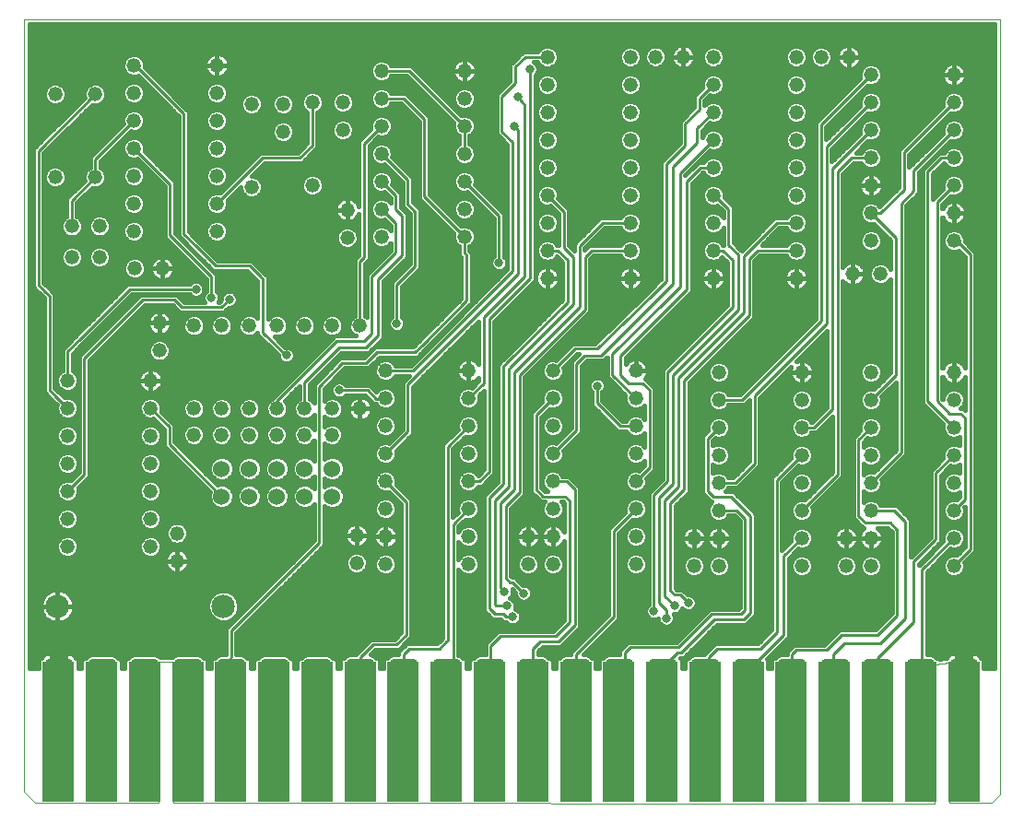
<source format=gbl>
G75*
%MOIN*%
%OFA0B0*%
%FSLAX25Y25*%
%IPPOS*%
%LPD*%
%AMOC8*
5,1,8,0,0,1.08239X$1,22.5*
%
%ADD10C,0.00000*%
%ADD11C,0.05200*%
%ADD12C,0.08500*%
%ADD13C,0.03000*%
%ADD14R,0.11693X0.50669*%
%ADD15C,0.06000*%
%ADD16C,0.01600*%
%ADD17C,0.04000*%
%ADD18C,0.05906*%
%ADD19C,0.06600*%
%ADD20C,0.01000*%
%ADD21C,0.03169*%
D10*
X0026198Y0006201D02*
X0030135Y0002299D01*
X0074623Y0002299D01*
X0074623Y0053087D01*
X0080135Y0053087D01*
X0080135Y0002299D01*
X0355331Y0001906D01*
X0355331Y0052299D01*
X0360843Y0052693D01*
X0360843Y0002299D01*
X0376198Y0002299D01*
X0378954Y0005055D01*
X0378954Y0051512D01*
X0378954Y0051394D02*
X0378954Y0285492D01*
X0026198Y0285492D01*
X0026198Y0052000D01*
X0026198Y0052201D02*
X0026198Y0006201D01*
D11*
X0081402Y0089591D03*
X0071800Y0094894D03*
X0081402Y0099591D03*
X0071800Y0104894D03*
X0071800Y0114894D03*
X0071800Y0124894D03*
X0071800Y0134894D03*
X0071800Y0144894D03*
X0071800Y0154894D03*
X0075017Y0165685D03*
X0075017Y0175685D03*
X0087536Y0174661D03*
X0097536Y0174661D03*
X0107536Y0174661D03*
X0117536Y0174661D03*
X0127536Y0174661D03*
X0137536Y0174661D03*
X0147536Y0174661D03*
X0156800Y0158394D03*
X0156800Y0148394D03*
X0147536Y0144661D03*
X0137536Y0144661D03*
X0127536Y0144661D03*
X0127418Y0135252D03*
X0137418Y0135252D03*
X0156800Y0138394D03*
X0156800Y0128394D03*
X0156800Y0118394D03*
X0156800Y0108394D03*
X0156800Y0098394D03*
X0146300Y0098894D03*
X0146300Y0088894D03*
X0156800Y0088394D03*
X0186800Y0088394D03*
X0186800Y0098394D03*
X0186800Y0108394D03*
X0186800Y0118394D03*
X0186800Y0128394D03*
X0186800Y0138394D03*
X0186800Y0148394D03*
X0186800Y0158394D03*
X0217300Y0158394D03*
X0217300Y0148394D03*
X0217300Y0138394D03*
X0217300Y0128394D03*
X0217300Y0118394D03*
X0217300Y0108394D03*
X0217300Y0098394D03*
X0208300Y0098394D03*
X0208300Y0088394D03*
X0217300Y0088394D03*
X0247300Y0088394D03*
X0247300Y0098394D03*
X0247300Y0108394D03*
X0247300Y0118394D03*
X0247300Y0128394D03*
X0247300Y0138394D03*
X0247300Y0148394D03*
X0247300Y0158394D03*
X0277300Y0157894D03*
X0277300Y0147894D03*
X0277300Y0137894D03*
X0277300Y0127894D03*
X0277300Y0117894D03*
X0277300Y0107894D03*
X0277300Y0097894D03*
X0268300Y0097894D03*
X0268300Y0087894D03*
X0277300Y0087894D03*
X0307300Y0087894D03*
X0307300Y0097894D03*
X0307300Y0107894D03*
X0307300Y0117894D03*
X0307300Y0127894D03*
X0307300Y0137894D03*
X0307300Y0147894D03*
X0307300Y0157894D03*
X0332300Y0157894D03*
X0332300Y0147894D03*
X0332300Y0137894D03*
X0332300Y0127894D03*
X0332300Y0117894D03*
X0332300Y0107894D03*
X0332300Y0097894D03*
X0323300Y0097894D03*
X0323300Y0087894D03*
X0332300Y0087894D03*
X0362300Y0087894D03*
X0362300Y0097894D03*
X0362300Y0107894D03*
X0362300Y0117894D03*
X0362300Y0127894D03*
X0362300Y0137894D03*
X0362300Y0147894D03*
X0362300Y0157894D03*
X0335800Y0193394D03*
X0325800Y0193394D03*
X0332300Y0205394D03*
X0332300Y0215394D03*
X0332300Y0225394D03*
X0332300Y0235394D03*
X0332300Y0245394D03*
X0332300Y0255394D03*
X0332300Y0265394D03*
X0324300Y0271894D03*
X0314300Y0271894D03*
X0305300Y0271894D03*
X0305300Y0261894D03*
X0305300Y0251894D03*
X0305300Y0241894D03*
X0305300Y0231894D03*
X0305300Y0221894D03*
X0305300Y0211894D03*
X0305300Y0201894D03*
X0305300Y0191894D03*
X0275300Y0191894D03*
X0275300Y0201894D03*
X0275300Y0211894D03*
X0275300Y0221894D03*
X0275300Y0231894D03*
X0275300Y0241894D03*
X0275300Y0251894D03*
X0275300Y0261894D03*
X0275300Y0271894D03*
X0264418Y0271957D03*
X0254418Y0271957D03*
X0245300Y0271894D03*
X0245300Y0261894D03*
X0245300Y0251894D03*
X0245300Y0241894D03*
X0245300Y0231894D03*
X0245300Y0221894D03*
X0245300Y0211894D03*
X0245300Y0201894D03*
X0245300Y0191894D03*
X0215300Y0191894D03*
X0215300Y0201894D03*
X0215300Y0211894D03*
X0215300Y0221894D03*
X0215300Y0231894D03*
X0215300Y0241894D03*
X0215300Y0251894D03*
X0215300Y0261894D03*
X0215300Y0271894D03*
X0185300Y0266894D03*
X0185300Y0256894D03*
X0185300Y0246894D03*
X0185300Y0236894D03*
X0185300Y0226894D03*
X0185300Y0216894D03*
X0185300Y0206894D03*
X0155300Y0206894D03*
X0155300Y0216894D03*
X0155300Y0226894D03*
X0155300Y0236894D03*
X0155300Y0246894D03*
X0155300Y0256894D03*
X0155300Y0266894D03*
X0141300Y0255394D03*
X0141300Y0245394D03*
X0130300Y0255394D03*
X0119800Y0254894D03*
X0119800Y0244894D03*
X0108300Y0254894D03*
X0095800Y0258894D03*
X0095800Y0268894D03*
X0095800Y0248894D03*
X0095800Y0238894D03*
X0095800Y0228894D03*
X0095800Y0218894D03*
X0095800Y0208894D03*
X0076087Y0195394D03*
X0066087Y0195394D03*
X0053300Y0199449D03*
X0043300Y0199449D03*
X0043300Y0210693D03*
X0053300Y0210693D03*
X0065800Y0208894D03*
X0065800Y0218894D03*
X0065800Y0228894D03*
X0065800Y0238894D03*
X0065800Y0248894D03*
X0065800Y0258894D03*
X0065800Y0268894D03*
X0051800Y0258394D03*
X0037300Y0258394D03*
X0037300Y0228394D03*
X0051800Y0228394D03*
X0108300Y0224894D03*
X0130300Y0225394D03*
X0142934Y0216587D03*
X0142934Y0206587D03*
X0117536Y0144661D03*
X0107536Y0144661D03*
X0097536Y0144661D03*
X0087536Y0144661D03*
X0087418Y0135252D03*
X0097418Y0135252D03*
X0107418Y0135252D03*
X0117418Y0135252D03*
X0041800Y0134894D03*
X0041800Y0144894D03*
X0041800Y0154894D03*
X0041800Y0124894D03*
X0041800Y0114894D03*
X0041800Y0104894D03*
X0041800Y0094894D03*
X0362300Y0205394D03*
X0362300Y0215394D03*
X0362300Y0225394D03*
X0362300Y0235394D03*
X0362300Y0245394D03*
X0362300Y0255394D03*
X0362300Y0265394D03*
D12*
X0098087Y0073244D03*
X0038087Y0073244D03*
D13*
X0034986Y0035846D02*
X0041986Y0035846D01*
X0034986Y0035846D02*
X0034986Y0052846D01*
X0041986Y0052846D01*
X0041986Y0035846D01*
X0041986Y0038845D02*
X0034986Y0038845D01*
X0034986Y0041844D02*
X0041986Y0041844D01*
X0041986Y0044843D02*
X0034986Y0044843D01*
X0034986Y0047842D02*
X0041986Y0047842D01*
X0041986Y0050841D02*
X0034986Y0050841D01*
X0050576Y0035846D02*
X0057576Y0035846D01*
X0050576Y0035846D02*
X0050576Y0052846D01*
X0057576Y0052846D01*
X0057576Y0035846D01*
X0057576Y0038845D02*
X0050576Y0038845D01*
X0050576Y0041844D02*
X0057576Y0041844D01*
X0057576Y0044843D02*
X0050576Y0044843D01*
X0050576Y0047842D02*
X0057576Y0047842D01*
X0057576Y0050841D02*
X0050576Y0050841D01*
X0066167Y0035846D02*
X0073167Y0035846D01*
X0066167Y0035846D02*
X0066167Y0052846D01*
X0073167Y0052846D01*
X0073167Y0035846D01*
X0073167Y0038845D02*
X0066167Y0038845D01*
X0066167Y0041844D02*
X0073167Y0041844D01*
X0073167Y0044843D02*
X0066167Y0044843D01*
X0066167Y0047842D02*
X0073167Y0047842D01*
X0073167Y0050841D02*
X0066167Y0050841D01*
X0081757Y0035846D02*
X0088757Y0035846D01*
X0081757Y0035846D02*
X0081757Y0052846D01*
X0088757Y0052846D01*
X0088757Y0035846D01*
X0088757Y0038845D02*
X0081757Y0038845D01*
X0081757Y0041844D02*
X0088757Y0041844D01*
X0088757Y0044843D02*
X0081757Y0044843D01*
X0081757Y0047842D02*
X0088757Y0047842D01*
X0088757Y0050841D02*
X0081757Y0050841D01*
X0097348Y0035846D02*
X0104348Y0035846D01*
X0097348Y0035846D02*
X0097348Y0052846D01*
X0104348Y0052846D01*
X0104348Y0035846D01*
X0104348Y0038845D02*
X0097348Y0038845D01*
X0097348Y0041844D02*
X0104348Y0041844D01*
X0104348Y0044843D02*
X0097348Y0044843D01*
X0097348Y0047842D02*
X0104348Y0047842D01*
X0104348Y0050841D02*
X0097348Y0050841D01*
X0112939Y0035846D02*
X0119939Y0035846D01*
X0112939Y0035846D02*
X0112939Y0052846D01*
X0119939Y0052846D01*
X0119939Y0035846D01*
X0119939Y0038845D02*
X0112939Y0038845D01*
X0112939Y0041844D02*
X0119939Y0041844D01*
X0119939Y0044843D02*
X0112939Y0044843D01*
X0112939Y0047842D02*
X0119939Y0047842D01*
X0119939Y0050841D02*
X0112939Y0050841D01*
X0128529Y0035846D02*
X0135529Y0035846D01*
X0128529Y0035846D02*
X0128529Y0052846D01*
X0135529Y0052846D01*
X0135529Y0035846D01*
X0135529Y0038845D02*
X0128529Y0038845D01*
X0128529Y0041844D02*
X0135529Y0041844D01*
X0135529Y0044843D02*
X0128529Y0044843D01*
X0128529Y0047842D02*
X0135529Y0047842D01*
X0135529Y0050841D02*
X0128529Y0050841D01*
X0144120Y0035846D02*
X0151120Y0035846D01*
X0144120Y0035846D02*
X0144120Y0052846D01*
X0151120Y0052846D01*
X0151120Y0035846D01*
X0151120Y0038845D02*
X0144120Y0038845D01*
X0144120Y0041844D02*
X0151120Y0041844D01*
X0151120Y0044843D02*
X0144120Y0044843D01*
X0144120Y0047842D02*
X0151120Y0047842D01*
X0151120Y0050841D02*
X0144120Y0050841D01*
X0159710Y0035846D02*
X0166710Y0035846D01*
X0159710Y0035846D02*
X0159710Y0052846D01*
X0166710Y0052846D01*
X0166710Y0035846D01*
X0166710Y0038845D02*
X0159710Y0038845D01*
X0159710Y0041844D02*
X0166710Y0041844D01*
X0166710Y0044843D02*
X0159710Y0044843D01*
X0159710Y0047842D02*
X0166710Y0047842D01*
X0166710Y0050841D02*
X0159710Y0050841D01*
X0175301Y0035846D02*
X0182301Y0035846D01*
X0175301Y0035846D02*
X0175301Y0052846D01*
X0182301Y0052846D01*
X0182301Y0035846D01*
X0182301Y0038845D02*
X0175301Y0038845D01*
X0175301Y0041844D02*
X0182301Y0041844D01*
X0182301Y0044843D02*
X0175301Y0044843D01*
X0175301Y0047842D02*
X0182301Y0047842D01*
X0182301Y0050841D02*
X0175301Y0050841D01*
X0190891Y0035846D02*
X0197891Y0035846D01*
X0190891Y0035846D02*
X0190891Y0052846D01*
X0197891Y0052846D01*
X0197891Y0035846D01*
X0197891Y0038845D02*
X0190891Y0038845D01*
X0190891Y0041844D02*
X0197891Y0041844D01*
X0197891Y0044843D02*
X0190891Y0044843D01*
X0190891Y0047842D02*
X0197891Y0047842D01*
X0197891Y0050841D02*
X0190891Y0050841D01*
X0206482Y0035846D02*
X0213482Y0035846D01*
X0206482Y0035846D02*
X0206482Y0052846D01*
X0213482Y0052846D01*
X0213482Y0035846D01*
X0213482Y0038845D02*
X0206482Y0038845D01*
X0206482Y0041844D02*
X0213482Y0041844D01*
X0213482Y0044843D02*
X0206482Y0044843D01*
X0206482Y0047842D02*
X0213482Y0047842D01*
X0213482Y0050841D02*
X0206482Y0050841D01*
X0222072Y0035846D02*
X0229072Y0035846D01*
X0222072Y0035846D02*
X0222072Y0052846D01*
X0229072Y0052846D01*
X0229072Y0035846D01*
X0229072Y0038845D02*
X0222072Y0038845D01*
X0222072Y0041844D02*
X0229072Y0041844D01*
X0229072Y0044843D02*
X0222072Y0044843D01*
X0222072Y0047842D02*
X0229072Y0047842D01*
X0229072Y0050841D02*
X0222072Y0050841D01*
X0237663Y0035846D02*
X0244663Y0035846D01*
X0237663Y0035846D02*
X0237663Y0052846D01*
X0244663Y0052846D01*
X0244663Y0035846D01*
X0244663Y0038845D02*
X0237663Y0038845D01*
X0237663Y0041844D02*
X0244663Y0041844D01*
X0244663Y0044843D02*
X0237663Y0044843D01*
X0237663Y0047842D02*
X0244663Y0047842D01*
X0244663Y0050841D02*
X0237663Y0050841D01*
X0253254Y0035846D02*
X0260254Y0035846D01*
X0253254Y0035846D02*
X0253254Y0052846D01*
X0260254Y0052846D01*
X0260254Y0035846D01*
X0260254Y0038845D02*
X0253254Y0038845D01*
X0253254Y0041844D02*
X0260254Y0041844D01*
X0260254Y0044843D02*
X0253254Y0044843D01*
X0253254Y0047842D02*
X0260254Y0047842D01*
X0260254Y0050841D02*
X0253254Y0050841D01*
X0268844Y0035846D02*
X0275844Y0035846D01*
X0268844Y0035846D02*
X0268844Y0052846D01*
X0275844Y0052846D01*
X0275844Y0035846D01*
X0275844Y0038845D02*
X0268844Y0038845D01*
X0268844Y0041844D02*
X0275844Y0041844D01*
X0275844Y0044843D02*
X0268844Y0044843D01*
X0268844Y0047842D02*
X0275844Y0047842D01*
X0275844Y0050841D02*
X0268844Y0050841D01*
X0284435Y0035846D02*
X0291435Y0035846D01*
X0284435Y0035846D02*
X0284435Y0052846D01*
X0291435Y0052846D01*
X0291435Y0035846D01*
X0291435Y0038845D02*
X0284435Y0038845D01*
X0284435Y0041844D02*
X0291435Y0041844D01*
X0291435Y0044843D02*
X0284435Y0044843D01*
X0284435Y0047842D02*
X0291435Y0047842D01*
X0291435Y0050841D02*
X0284435Y0050841D01*
X0300025Y0035846D02*
X0307025Y0035846D01*
X0300025Y0035846D02*
X0300025Y0052846D01*
X0307025Y0052846D01*
X0307025Y0035846D01*
X0307025Y0038845D02*
X0300025Y0038845D01*
X0300025Y0041844D02*
X0307025Y0041844D01*
X0307025Y0044843D02*
X0300025Y0044843D01*
X0300025Y0047842D02*
X0307025Y0047842D01*
X0307025Y0050841D02*
X0300025Y0050841D01*
X0315616Y0035846D02*
X0322616Y0035846D01*
X0315616Y0035846D02*
X0315616Y0052846D01*
X0322616Y0052846D01*
X0322616Y0035846D01*
X0322616Y0038845D02*
X0315616Y0038845D01*
X0315616Y0041844D02*
X0322616Y0041844D01*
X0322616Y0044843D02*
X0315616Y0044843D01*
X0315616Y0047842D02*
X0322616Y0047842D01*
X0322616Y0050841D02*
X0315616Y0050841D01*
X0331206Y0035846D02*
X0338206Y0035846D01*
X0331206Y0035846D02*
X0331206Y0052846D01*
X0338206Y0052846D01*
X0338206Y0035846D01*
X0338206Y0038845D02*
X0331206Y0038845D01*
X0331206Y0041844D02*
X0338206Y0041844D01*
X0338206Y0044843D02*
X0331206Y0044843D01*
X0331206Y0047842D02*
X0338206Y0047842D01*
X0338206Y0050841D02*
X0331206Y0050841D01*
X0346797Y0035846D02*
X0353797Y0035846D01*
X0346797Y0035846D02*
X0346797Y0052846D01*
X0353797Y0052846D01*
X0353797Y0035846D01*
X0353797Y0038845D02*
X0346797Y0038845D01*
X0346797Y0041844D02*
X0353797Y0041844D01*
X0353797Y0044843D02*
X0346797Y0044843D01*
X0346797Y0047842D02*
X0353797Y0047842D01*
X0353797Y0050841D02*
X0346797Y0050841D01*
X0362387Y0035846D02*
X0369387Y0035846D01*
X0362387Y0035846D02*
X0362387Y0052846D01*
X0369387Y0052846D01*
X0369387Y0035846D01*
X0369387Y0038845D02*
X0362387Y0038845D01*
X0362387Y0041844D02*
X0369387Y0041844D01*
X0369387Y0044843D02*
X0362387Y0044843D01*
X0362387Y0047842D02*
X0369387Y0047842D01*
X0369387Y0050841D02*
X0362387Y0050841D01*
D14*
X0365883Y0027909D03*
X0350292Y0027909D03*
X0334702Y0027909D03*
X0319111Y0027909D03*
X0303520Y0027909D03*
X0287930Y0027909D03*
X0272339Y0027909D03*
X0256749Y0027909D03*
X0241158Y0027909D03*
X0225568Y0027909D03*
X0209977Y0027909D03*
X0194387Y0027909D03*
X0178796Y0027909D03*
X0163206Y0027909D03*
X0147615Y0027909D03*
X0132024Y0027909D03*
X0116434Y0027909D03*
X0100843Y0027909D03*
X0085253Y0027909D03*
X0069662Y0027909D03*
X0054072Y0027909D03*
X0038481Y0027909D03*
D15*
X0097536Y0112929D03*
X0107536Y0112929D03*
X0117536Y0112929D03*
X0117536Y0122929D03*
X0107536Y0122929D03*
X0097536Y0122929D03*
X0127536Y0122929D03*
X0137536Y0122929D03*
X0137536Y0112929D03*
X0127536Y0112929D03*
D16*
X0123585Y0114888D02*
X0121487Y0114888D01*
X0121266Y0115422D02*
X0121936Y0113804D01*
X0121936Y0112054D01*
X0121266Y0110437D01*
X0120029Y0109199D01*
X0118411Y0108529D01*
X0116661Y0108529D01*
X0115044Y0109199D01*
X0113806Y0110437D01*
X0113136Y0112054D01*
X0113136Y0113804D01*
X0113806Y0115422D01*
X0115044Y0116659D01*
X0116661Y0117329D01*
X0118411Y0117329D01*
X0120029Y0116659D01*
X0121266Y0115422D01*
X0120201Y0116487D02*
X0124871Y0116487D01*
X0125044Y0116659D02*
X0123806Y0115422D01*
X0123136Y0113804D01*
X0123136Y0112054D01*
X0123806Y0110437D01*
X0125044Y0109199D01*
X0126661Y0108529D01*
X0128411Y0108529D01*
X0130029Y0109199D01*
X0130900Y0110070D01*
X0130900Y0096988D01*
X0099627Y0065715D01*
X0099071Y0065165D01*
X0099071Y0065159D01*
X0099066Y0065154D01*
X0099066Y0064373D01*
X0099015Y0055746D01*
X0096771Y0055746D01*
X0095705Y0055305D01*
X0095044Y0054644D01*
X0094417Y0054644D01*
X0093597Y0053824D01*
X0093597Y0050894D01*
X0092499Y0050894D01*
X0092499Y0053824D01*
X0091679Y0054644D01*
X0091061Y0054644D01*
X0090400Y0055305D01*
X0089334Y0055746D01*
X0081181Y0055746D01*
X0080115Y0055305D01*
X0079696Y0054887D01*
X0075228Y0054887D01*
X0074810Y0055305D01*
X0073744Y0055746D01*
X0065590Y0055746D01*
X0064524Y0055305D01*
X0063863Y0054644D01*
X0063236Y0054644D01*
X0062416Y0053824D01*
X0062416Y0050894D01*
X0061318Y0050894D01*
X0061318Y0053824D01*
X0060498Y0054644D01*
X0059880Y0054644D01*
X0059219Y0055305D01*
X0058153Y0055746D01*
X0050000Y0055746D01*
X0048934Y0055305D01*
X0048273Y0054644D01*
X0047645Y0054644D01*
X0046825Y0053824D01*
X0046825Y0050894D01*
X0045728Y0050894D01*
X0045728Y0053824D01*
X0044907Y0054644D01*
X0044754Y0054644D01*
X0044549Y0054950D01*
X0044089Y0055410D01*
X0043549Y0055771D01*
X0042948Y0056020D01*
X0042311Y0056146D01*
X0039286Y0056146D01*
X0039286Y0054644D01*
X0037686Y0054644D01*
X0037686Y0056146D01*
X0034661Y0056146D01*
X0034023Y0056020D01*
X0033423Y0055771D01*
X0032882Y0055410D01*
X0032423Y0054950D01*
X0032218Y0054644D01*
X0032055Y0054644D01*
X0031235Y0053824D01*
X0031235Y0050894D01*
X0027998Y0050894D01*
X0027998Y0283692D01*
X0377154Y0283692D01*
X0377154Y0050894D01*
X0373129Y0050894D01*
X0373129Y0053824D01*
X0372309Y0054644D01*
X0372155Y0054644D01*
X0371951Y0054950D01*
X0371491Y0055410D01*
X0370951Y0055771D01*
X0370350Y0056020D01*
X0369712Y0056146D01*
X0366687Y0056146D01*
X0366687Y0054644D01*
X0365087Y0054644D01*
X0365087Y0056146D01*
X0362062Y0056146D01*
X0361425Y0056020D01*
X0360824Y0055771D01*
X0360284Y0055410D01*
X0359824Y0054950D01*
X0359620Y0054644D01*
X0359456Y0054644D01*
X0359192Y0054380D01*
X0357130Y0054232D01*
X0356718Y0054644D01*
X0356100Y0054644D01*
X0355440Y0055305D01*
X0354374Y0055746D01*
X0352700Y0055746D01*
X0352700Y0085607D01*
X0361139Y0094045D01*
X0361504Y0093894D01*
X0363096Y0093894D01*
X0364566Y0094503D01*
X0365691Y0095628D01*
X0366300Y0097098D01*
X0366300Y0098689D01*
X0365691Y0100160D01*
X0364566Y0101285D01*
X0363096Y0101894D01*
X0361504Y0101894D01*
X0360034Y0101285D01*
X0358909Y0100160D01*
X0358300Y0098689D01*
X0358300Y0097098D01*
X0358452Y0096732D01*
X0350013Y0088294D01*
X0349700Y0087981D01*
X0349700Y0088607D01*
X0357700Y0096607D01*
X0357700Y0120607D01*
X0361139Y0124045D01*
X0361504Y0123894D01*
X0363096Y0123894D01*
X0364400Y0124434D01*
X0364400Y0121353D01*
X0363096Y0121894D01*
X0361504Y0121894D01*
X0360034Y0121285D01*
X0358909Y0120160D01*
X0358300Y0118689D01*
X0358300Y0117098D01*
X0358909Y0115628D01*
X0360034Y0114503D01*
X0361504Y0113894D01*
X0363096Y0113894D01*
X0364400Y0114434D01*
X0364400Y0112681D01*
X0363461Y0111742D01*
X0363096Y0111894D01*
X0361504Y0111894D01*
X0360034Y0111285D01*
X0358909Y0110160D01*
X0358300Y0108689D01*
X0358300Y0107098D01*
X0358909Y0105628D01*
X0360034Y0104503D01*
X0361504Y0103894D01*
X0363096Y0103894D01*
X0364566Y0104503D01*
X0365691Y0105628D01*
X0366300Y0107098D01*
X0366300Y0108689D01*
X0366148Y0109055D01*
X0366400Y0109307D01*
X0366400Y0094681D01*
X0363461Y0091742D01*
X0363096Y0091894D01*
X0361504Y0091894D01*
X0360034Y0091285D01*
X0358909Y0090160D01*
X0358300Y0088689D01*
X0358300Y0087098D01*
X0358909Y0085628D01*
X0360034Y0084503D01*
X0361504Y0083894D01*
X0363096Y0083894D01*
X0364566Y0084503D01*
X0365691Y0085628D01*
X0366300Y0087098D01*
X0366300Y0088689D01*
X0366148Y0089055D01*
X0370200Y0093107D01*
X0370200Y0201181D01*
X0369087Y0202294D01*
X0366300Y0205081D01*
X0366300Y0206189D01*
X0365691Y0207660D01*
X0364566Y0208785D01*
X0363096Y0209394D01*
X0361504Y0209394D01*
X0360034Y0208785D01*
X0358909Y0207660D01*
X0358300Y0206189D01*
X0358300Y0204598D01*
X0358909Y0203128D01*
X0360034Y0202003D01*
X0361504Y0201394D01*
X0363096Y0201394D01*
X0364169Y0201838D01*
X0366400Y0199607D01*
X0366400Y0159514D01*
X0366378Y0159583D01*
X0366063Y0160200D01*
X0365656Y0160760D01*
X0365166Y0161250D01*
X0364606Y0161657D01*
X0363989Y0161971D01*
X0363330Y0162185D01*
X0362646Y0162294D01*
X0362300Y0162294D01*
X0361954Y0162294D01*
X0361270Y0162185D01*
X0360611Y0161971D01*
X0359994Y0161657D01*
X0359434Y0161250D01*
X0358944Y0160760D01*
X0358537Y0160200D01*
X0358222Y0159583D01*
X0358200Y0159514D01*
X0358200Y0213774D01*
X0358222Y0213705D01*
X0358537Y0213088D01*
X0358944Y0212527D01*
X0359434Y0212038D01*
X0359994Y0211630D01*
X0360611Y0211316D01*
X0361270Y0211102D01*
X0361954Y0210994D01*
X0362300Y0210994D01*
X0362646Y0210994D01*
X0363330Y0211102D01*
X0363989Y0211316D01*
X0364606Y0211630D01*
X0365166Y0212038D01*
X0365656Y0212527D01*
X0366063Y0213088D01*
X0366378Y0213705D01*
X0366592Y0214363D01*
X0366700Y0215047D01*
X0366700Y0215394D01*
X0366700Y0215740D01*
X0366592Y0216424D01*
X0366378Y0217083D01*
X0366063Y0217700D01*
X0365656Y0218260D01*
X0365166Y0218750D01*
X0364606Y0219157D01*
X0363989Y0219471D01*
X0363330Y0219685D01*
X0362646Y0219794D01*
X0362300Y0219794D01*
X0361954Y0219794D01*
X0361270Y0219685D01*
X0360611Y0219471D01*
X0359994Y0219157D01*
X0359434Y0218750D01*
X0358944Y0218260D01*
X0358537Y0217700D01*
X0358222Y0217083D01*
X0358200Y0217014D01*
X0358200Y0218607D01*
X0359700Y0220107D01*
X0361139Y0221545D01*
X0361504Y0221394D01*
X0363096Y0221394D01*
X0364566Y0222003D01*
X0365691Y0223128D01*
X0366300Y0224598D01*
X0366300Y0226189D01*
X0365691Y0227660D01*
X0364566Y0228785D01*
X0363096Y0229394D01*
X0361504Y0229394D01*
X0360034Y0228785D01*
X0358909Y0227660D01*
X0358300Y0226189D01*
X0358300Y0224598D01*
X0358452Y0224232D01*
X0357013Y0222794D01*
X0355513Y0221294D01*
X0354700Y0220481D01*
X0354700Y0229607D01*
X0358587Y0233494D01*
X0358757Y0233494D01*
X0358909Y0233128D01*
X0360034Y0232003D01*
X0361504Y0231394D01*
X0363096Y0231394D01*
X0364566Y0232003D01*
X0365691Y0233128D01*
X0366300Y0234598D01*
X0366300Y0236189D01*
X0365691Y0237660D01*
X0364566Y0238785D01*
X0363096Y0239394D01*
X0361504Y0239394D01*
X0360034Y0238785D01*
X0358909Y0237660D01*
X0358757Y0237294D01*
X0357013Y0237294D01*
X0352013Y0232294D01*
X0350900Y0231181D01*
X0350900Y0146607D01*
X0358452Y0139055D01*
X0358300Y0138689D01*
X0358300Y0137098D01*
X0358909Y0135628D01*
X0360034Y0134503D01*
X0361504Y0133894D01*
X0363096Y0133894D01*
X0364400Y0134434D01*
X0364400Y0131353D01*
X0363096Y0131894D01*
X0361504Y0131894D01*
X0360034Y0131285D01*
X0358909Y0130160D01*
X0358300Y0128689D01*
X0358300Y0127098D01*
X0358452Y0126732D01*
X0355013Y0123294D01*
X0353900Y0122181D01*
X0353900Y0098181D01*
X0347013Y0091294D01*
X0346700Y0090981D01*
X0346700Y0104681D01*
X0342700Y0108681D01*
X0341587Y0109794D01*
X0335843Y0109794D01*
X0335691Y0110160D01*
X0334566Y0111285D01*
X0333096Y0111894D01*
X0331504Y0111894D01*
X0330034Y0111285D01*
X0329700Y0110951D01*
X0329700Y0114837D01*
X0330034Y0114503D01*
X0331504Y0113894D01*
X0333096Y0113894D01*
X0334566Y0114503D01*
X0335691Y0115628D01*
X0336300Y0117098D01*
X0336300Y0118689D01*
X0336148Y0119055D01*
X0344087Y0126994D01*
X0345200Y0128107D01*
X0345200Y0218107D01*
X0348587Y0221494D01*
X0349700Y0222607D01*
X0349700Y0230107D01*
X0361139Y0241545D01*
X0361504Y0241394D01*
X0363096Y0241394D01*
X0364566Y0242003D01*
X0365691Y0243128D01*
X0366300Y0244598D01*
X0366300Y0246189D01*
X0365691Y0247660D01*
X0364566Y0248785D01*
X0363096Y0249394D01*
X0361504Y0249394D01*
X0360034Y0248785D01*
X0358909Y0247660D01*
X0358300Y0246189D01*
X0358300Y0244598D01*
X0358452Y0244232D01*
X0346200Y0231981D01*
X0346200Y0236607D01*
X0361139Y0251545D01*
X0361504Y0251394D01*
X0363096Y0251394D01*
X0364566Y0252003D01*
X0365691Y0253128D01*
X0366300Y0254598D01*
X0366300Y0256189D01*
X0365691Y0257660D01*
X0364566Y0258785D01*
X0363096Y0259394D01*
X0361504Y0259394D01*
X0360034Y0258785D01*
X0358909Y0257660D01*
X0358300Y0256189D01*
X0358300Y0254598D01*
X0358452Y0254232D01*
X0342400Y0238181D01*
X0342400Y0224681D01*
X0335535Y0217816D01*
X0334566Y0218785D01*
X0333096Y0219394D01*
X0331504Y0219394D01*
X0330034Y0218785D01*
X0328909Y0217660D01*
X0328300Y0216189D01*
X0328300Y0214598D01*
X0328909Y0213128D01*
X0330034Y0212003D01*
X0331504Y0211394D01*
X0333096Y0211394D01*
X0333461Y0211545D01*
X0339400Y0205607D01*
X0339400Y0195155D01*
X0339191Y0195660D01*
X0338066Y0196785D01*
X0336596Y0197394D01*
X0335004Y0197394D01*
X0333534Y0196785D01*
X0332409Y0195660D01*
X0331800Y0194189D01*
X0331800Y0192598D01*
X0332409Y0191128D01*
X0333534Y0190003D01*
X0335004Y0189394D01*
X0336596Y0189394D01*
X0338066Y0190003D01*
X0339191Y0191128D01*
X0339400Y0191632D01*
X0339400Y0157681D01*
X0333461Y0151742D01*
X0333096Y0151894D01*
X0331504Y0151894D01*
X0330034Y0151285D01*
X0328909Y0150160D01*
X0328300Y0148689D01*
X0328300Y0147098D01*
X0328909Y0145628D01*
X0330034Y0144503D01*
X0331504Y0143894D01*
X0333096Y0143894D01*
X0334566Y0144503D01*
X0335691Y0145628D01*
X0336300Y0147098D01*
X0336300Y0148689D01*
X0336148Y0149055D01*
X0341400Y0154307D01*
X0341400Y0129681D01*
X0333461Y0121742D01*
X0333096Y0121894D01*
X0331504Y0121894D01*
X0330034Y0121285D01*
X0329700Y0120951D01*
X0329700Y0124837D01*
X0330034Y0124503D01*
X0331504Y0123894D01*
X0333096Y0123894D01*
X0334566Y0124503D01*
X0335691Y0125628D01*
X0336300Y0127098D01*
X0336300Y0128689D01*
X0335691Y0130160D01*
X0334566Y0131285D01*
X0333096Y0131894D01*
X0331504Y0131894D01*
X0330034Y0131285D01*
X0329700Y0130951D01*
X0329700Y0132607D01*
X0331139Y0134045D01*
X0331504Y0133894D01*
X0333096Y0133894D01*
X0334566Y0134503D01*
X0335691Y0135628D01*
X0336300Y0137098D01*
X0336300Y0138689D01*
X0335691Y0140160D01*
X0334566Y0141285D01*
X0333096Y0141894D01*
X0331504Y0141894D01*
X0330034Y0141285D01*
X0328909Y0140160D01*
X0328300Y0138689D01*
X0328300Y0137098D01*
X0328452Y0136732D01*
X0327013Y0135294D01*
X0325900Y0134181D01*
X0325900Y0105107D01*
X0328400Y0102607D01*
X0329513Y0101494D01*
X0329769Y0101494D01*
X0329434Y0101250D01*
X0328944Y0100760D01*
X0328537Y0100200D01*
X0328222Y0099583D01*
X0328008Y0098924D01*
X0327900Y0098240D01*
X0327900Y0097894D01*
X0332300Y0097894D01*
X0336700Y0097894D01*
X0336700Y0098240D01*
X0336592Y0098924D01*
X0336378Y0099583D01*
X0336063Y0100200D01*
X0335656Y0100760D01*
X0335166Y0101250D01*
X0334831Y0101494D01*
X0338513Y0101494D01*
X0339900Y0100107D01*
X0339900Y0070681D01*
X0334013Y0064794D01*
X0321013Y0064794D01*
X0315513Y0059294D01*
X0304513Y0059294D01*
X0303013Y0057794D01*
X0301900Y0056681D01*
X0301900Y0055746D01*
X0299448Y0055746D01*
X0298382Y0055305D01*
X0297722Y0054644D01*
X0297094Y0054644D01*
X0296274Y0053824D01*
X0296274Y0050894D01*
X0295176Y0050894D01*
X0295176Y0053824D01*
X0294797Y0054204D01*
X0300587Y0059994D01*
X0301587Y0060994D01*
X0302700Y0062107D01*
X0302700Y0090607D01*
X0306139Y0094045D01*
X0306504Y0093894D01*
X0308096Y0093894D01*
X0309566Y0094503D01*
X0310691Y0095628D01*
X0311300Y0097098D01*
X0311300Y0098689D01*
X0310691Y0100160D01*
X0309566Y0101285D01*
X0308096Y0101894D01*
X0306504Y0101894D01*
X0305034Y0101285D01*
X0303909Y0100160D01*
X0303300Y0098689D01*
X0303300Y0097098D01*
X0303452Y0096732D01*
X0300200Y0093481D01*
X0300200Y0118107D01*
X0306139Y0124045D01*
X0306504Y0123894D01*
X0308096Y0123894D01*
X0309566Y0124503D01*
X0310691Y0125628D01*
X0311300Y0127098D01*
X0311300Y0128689D01*
X0310691Y0130160D01*
X0309566Y0131285D01*
X0308096Y0131894D01*
X0306504Y0131894D01*
X0305034Y0131285D01*
X0303909Y0130160D01*
X0303300Y0128689D01*
X0303300Y0127098D01*
X0303452Y0126732D01*
X0297513Y0120794D01*
X0296400Y0119681D01*
X0296400Y0064681D01*
X0291513Y0059794D01*
X0276013Y0059794D01*
X0273013Y0056794D01*
X0271966Y0055746D01*
X0268267Y0055746D01*
X0267201Y0055305D01*
X0266541Y0054644D01*
X0265913Y0054644D01*
X0265093Y0053824D01*
X0265093Y0050894D01*
X0263995Y0050894D01*
X0263995Y0053824D01*
X0263326Y0054494D01*
X0264587Y0054494D01*
X0265700Y0055607D01*
X0276587Y0066494D01*
X0287087Y0066494D01*
X0288200Y0067607D01*
X0290700Y0070107D01*
X0290700Y0106681D01*
X0289587Y0107794D01*
X0282587Y0114794D01*
X0279857Y0114794D01*
X0280691Y0115628D01*
X0280843Y0115994D01*
X0284087Y0115994D01*
X0291087Y0122994D01*
X0292200Y0124107D01*
X0292200Y0148607D01*
X0303271Y0159677D01*
X0303222Y0159583D01*
X0303008Y0158924D01*
X0302900Y0158240D01*
X0302900Y0157894D01*
X0307300Y0157894D01*
X0307300Y0157894D01*
X0307300Y0162294D01*
X0306954Y0162294D01*
X0306270Y0162185D01*
X0305611Y0161971D01*
X0305516Y0161923D01*
X0316400Y0172807D01*
X0316400Y0145181D01*
X0311013Y0139794D01*
X0310843Y0139794D01*
X0310691Y0140160D01*
X0309566Y0141285D01*
X0308096Y0141894D01*
X0306504Y0141894D01*
X0305034Y0141285D01*
X0303909Y0140160D01*
X0303300Y0138689D01*
X0303300Y0137098D01*
X0303909Y0135628D01*
X0305034Y0134503D01*
X0306504Y0133894D01*
X0308096Y0133894D01*
X0309566Y0134503D01*
X0310691Y0135628D01*
X0310843Y0135994D01*
X0312587Y0135994D01*
X0318400Y0141807D01*
X0318400Y0121681D01*
X0308461Y0111742D01*
X0308096Y0111894D01*
X0306504Y0111894D01*
X0305034Y0111285D01*
X0303909Y0110160D01*
X0303300Y0108689D01*
X0303300Y0107098D01*
X0303909Y0105628D01*
X0305034Y0104503D01*
X0306504Y0103894D01*
X0308096Y0103894D01*
X0309566Y0104503D01*
X0310691Y0105628D01*
X0311300Y0107098D01*
X0311300Y0108689D01*
X0311148Y0109055D01*
X0322200Y0120107D01*
X0322200Y0190863D01*
X0322444Y0190527D01*
X0322934Y0190038D01*
X0323494Y0189630D01*
X0324111Y0189316D01*
X0324770Y0189102D01*
X0325454Y0188994D01*
X0325800Y0188994D01*
X0326146Y0188994D01*
X0326830Y0189102D01*
X0327489Y0189316D01*
X0328106Y0189630D01*
X0328666Y0190038D01*
X0329156Y0190527D01*
X0329563Y0191088D01*
X0329878Y0191705D01*
X0330092Y0192363D01*
X0330200Y0193047D01*
X0330200Y0193394D01*
X0330200Y0193740D01*
X0330092Y0194424D01*
X0329878Y0195083D01*
X0329563Y0195700D01*
X0329156Y0196260D01*
X0328666Y0196750D01*
X0328106Y0197157D01*
X0327489Y0197471D01*
X0326830Y0197685D01*
X0326146Y0197794D01*
X0325800Y0197794D01*
X0325454Y0197794D01*
X0324770Y0197685D01*
X0324111Y0197471D01*
X0323494Y0197157D01*
X0322934Y0196750D01*
X0322444Y0196260D01*
X0322200Y0195924D01*
X0322200Y0229607D01*
X0322700Y0230107D01*
X0326087Y0233494D01*
X0328757Y0233494D01*
X0328909Y0233128D01*
X0330034Y0232003D01*
X0331504Y0231394D01*
X0333096Y0231394D01*
X0334566Y0232003D01*
X0335691Y0233128D01*
X0336300Y0234598D01*
X0336300Y0236189D01*
X0335691Y0237660D01*
X0334566Y0238785D01*
X0333096Y0239394D01*
X0331504Y0239394D01*
X0330034Y0238785D01*
X0328909Y0237660D01*
X0328757Y0237294D01*
X0326887Y0237294D01*
X0331139Y0241545D01*
X0331504Y0241394D01*
X0333096Y0241394D01*
X0334566Y0242003D01*
X0335691Y0243128D01*
X0336300Y0244598D01*
X0336300Y0246189D01*
X0335691Y0247660D01*
X0334566Y0248785D01*
X0333096Y0249394D01*
X0331504Y0249394D01*
X0330034Y0248785D01*
X0328909Y0247660D01*
X0328300Y0246189D01*
X0328300Y0244598D01*
X0328452Y0244232D01*
X0318200Y0233981D01*
X0318200Y0238607D01*
X0331139Y0251545D01*
X0331504Y0251394D01*
X0333096Y0251394D01*
X0334566Y0252003D01*
X0335691Y0253128D01*
X0336300Y0254598D01*
X0336300Y0256189D01*
X0335691Y0257660D01*
X0334566Y0258785D01*
X0333096Y0259394D01*
X0331504Y0259394D01*
X0330034Y0258785D01*
X0328909Y0257660D01*
X0328300Y0256189D01*
X0328300Y0254598D01*
X0328452Y0254232D01*
X0316200Y0241981D01*
X0316200Y0246607D01*
X0331139Y0261545D01*
X0331504Y0261394D01*
X0333096Y0261394D01*
X0334566Y0262003D01*
X0335691Y0263128D01*
X0336300Y0264598D01*
X0336300Y0266189D01*
X0335691Y0267660D01*
X0334566Y0268785D01*
X0333096Y0269394D01*
X0331504Y0269394D01*
X0330034Y0268785D01*
X0328909Y0267660D01*
X0328300Y0266189D01*
X0328300Y0264598D01*
X0328452Y0264232D01*
X0312400Y0248181D01*
X0312400Y0177181D01*
X0285013Y0149794D01*
X0280843Y0149794D01*
X0280691Y0150160D01*
X0279566Y0151285D01*
X0278096Y0151894D01*
X0276504Y0151894D01*
X0275034Y0151285D01*
X0273909Y0150160D01*
X0273300Y0148689D01*
X0273300Y0147098D01*
X0273909Y0145628D01*
X0275034Y0144503D01*
X0276504Y0143894D01*
X0278096Y0143894D01*
X0279566Y0144503D01*
X0280691Y0145628D01*
X0280843Y0145994D01*
X0286587Y0145994D01*
X0287700Y0147107D01*
X0288400Y0147807D01*
X0288400Y0125681D01*
X0282513Y0119794D01*
X0280843Y0119794D01*
X0280691Y0120160D01*
X0279566Y0121285D01*
X0278096Y0121894D01*
X0276504Y0121894D01*
X0275200Y0121353D01*
X0275200Y0124434D01*
X0276504Y0123894D01*
X0278096Y0123894D01*
X0279566Y0124503D01*
X0280691Y0125628D01*
X0281300Y0127098D01*
X0281300Y0128689D01*
X0280691Y0130160D01*
X0279566Y0131285D01*
X0278096Y0131894D01*
X0276504Y0131894D01*
X0275200Y0131353D01*
X0275200Y0133107D01*
X0276139Y0134045D01*
X0276504Y0133894D01*
X0278096Y0133894D01*
X0279566Y0134503D01*
X0280691Y0135628D01*
X0281300Y0137098D01*
X0281300Y0138689D01*
X0280691Y0140160D01*
X0279566Y0141285D01*
X0278096Y0141894D01*
X0276504Y0141894D01*
X0275034Y0141285D01*
X0273909Y0140160D01*
X0273300Y0138689D01*
X0273300Y0137098D01*
X0273452Y0136732D01*
X0272513Y0135794D01*
X0271400Y0134681D01*
X0271400Y0114107D01*
X0273400Y0112107D01*
X0274513Y0110994D01*
X0274743Y0110994D01*
X0273909Y0110160D01*
X0273300Y0108689D01*
X0273300Y0107098D01*
X0273909Y0105628D01*
X0275034Y0104503D01*
X0276504Y0103894D01*
X0278096Y0103894D01*
X0279566Y0104503D01*
X0280691Y0105628D01*
X0280843Y0105994D01*
X0283013Y0105994D01*
X0284900Y0104107D01*
X0284900Y0072681D01*
X0284513Y0072294D01*
X0274013Y0072294D01*
X0266013Y0064294D01*
X0262013Y0060294D01*
X0244513Y0060294D01*
X0242513Y0058294D01*
X0241400Y0057181D01*
X0241400Y0055746D01*
X0237086Y0055746D01*
X0236020Y0055305D01*
X0235359Y0054644D01*
X0234732Y0054644D01*
X0233912Y0053824D01*
X0233912Y0050894D01*
X0232814Y0050894D01*
X0232814Y0053824D01*
X0231994Y0054644D01*
X0231376Y0054644D01*
X0230715Y0055305D01*
X0229649Y0055746D01*
X0228340Y0055746D01*
X0240087Y0067494D01*
X0241200Y0068607D01*
X0241200Y0099607D01*
X0246139Y0104545D01*
X0246504Y0104394D01*
X0248096Y0104394D01*
X0249566Y0105003D01*
X0250691Y0106128D01*
X0251300Y0107598D01*
X0251300Y0109189D01*
X0250691Y0110660D01*
X0249566Y0111785D01*
X0248096Y0112394D01*
X0246504Y0112394D01*
X0245034Y0111785D01*
X0243909Y0110660D01*
X0243300Y0109189D01*
X0243300Y0107598D01*
X0243452Y0107232D01*
X0237400Y0101181D01*
X0237400Y0070181D01*
X0224354Y0057135D01*
X0223799Y0056591D01*
X0223799Y0056579D01*
X0223791Y0056571D01*
X0223791Y0055794D01*
X0223790Y0055746D01*
X0221496Y0055746D01*
X0220430Y0055305D01*
X0219769Y0054644D01*
X0219141Y0054644D01*
X0218321Y0053824D01*
X0218321Y0050894D01*
X0217224Y0050894D01*
X0217224Y0053824D01*
X0216404Y0054644D01*
X0215785Y0054644D01*
X0215125Y0055305D01*
X0214059Y0055746D01*
X0211983Y0055746D01*
X0211993Y0056900D01*
X0213587Y0058494D01*
X0220087Y0058494D01*
X0226087Y0064494D01*
X0227200Y0065607D01*
X0227200Y0116181D01*
X0224200Y0119181D01*
X0223087Y0120294D01*
X0220843Y0120294D01*
X0220691Y0120660D01*
X0219566Y0121785D01*
X0218096Y0122394D01*
X0216504Y0122394D01*
X0215034Y0121785D01*
X0213909Y0120660D01*
X0213300Y0119189D01*
X0213300Y0117598D01*
X0213909Y0116128D01*
X0215034Y0115003D01*
X0215539Y0114794D01*
X0214587Y0114794D01*
X0213200Y0116181D01*
X0213200Y0141607D01*
X0216139Y0144545D01*
X0216504Y0144394D01*
X0218096Y0144394D01*
X0219566Y0145003D01*
X0220691Y0146128D01*
X0221300Y0147598D01*
X0221300Y0149189D01*
X0220691Y0150660D01*
X0219566Y0151785D01*
X0218096Y0152394D01*
X0216504Y0152394D01*
X0215034Y0151785D01*
X0213909Y0150660D01*
X0213300Y0149189D01*
X0213300Y0147598D01*
X0213452Y0147232D01*
X0210513Y0144294D01*
X0209400Y0143181D01*
X0209400Y0114607D01*
X0211900Y0112107D01*
X0213013Y0110994D01*
X0214243Y0110994D01*
X0213909Y0110660D01*
X0213300Y0109189D01*
X0213300Y0107598D01*
X0213909Y0106128D01*
X0215034Y0105003D01*
X0216504Y0104394D01*
X0218096Y0104394D01*
X0219566Y0105003D01*
X0220691Y0106128D01*
X0221300Y0107598D01*
X0221300Y0109189D01*
X0220691Y0110660D01*
X0220357Y0110994D01*
X0221013Y0110994D01*
X0221400Y0110607D01*
X0221400Y0100014D01*
X0221378Y0100083D01*
X0221063Y0100700D01*
X0220656Y0101260D01*
X0220166Y0101750D01*
X0219606Y0102157D01*
X0218989Y0102471D01*
X0218330Y0102685D01*
X0217646Y0102794D01*
X0217300Y0102794D01*
X0216954Y0102794D01*
X0216270Y0102685D01*
X0215611Y0102471D01*
X0214994Y0102157D01*
X0214434Y0101750D01*
X0213944Y0101260D01*
X0213537Y0100700D01*
X0213222Y0100083D01*
X0213008Y0099424D01*
X0212900Y0098740D01*
X0212900Y0098394D01*
X0217300Y0098394D01*
X0217300Y0098394D01*
X0217300Y0102794D01*
X0217300Y0098394D01*
X0217300Y0098394D01*
X0212900Y0098394D01*
X0212900Y0098047D01*
X0213008Y0097363D01*
X0213222Y0096705D01*
X0213537Y0096088D01*
X0213944Y0095527D01*
X0214434Y0095038D01*
X0214994Y0094630D01*
X0215611Y0094316D01*
X0216270Y0094102D01*
X0216954Y0093994D01*
X0217300Y0093994D01*
X0217646Y0093994D01*
X0218330Y0094102D01*
X0218989Y0094316D01*
X0219606Y0094630D01*
X0220166Y0095038D01*
X0220656Y0095527D01*
X0221063Y0096088D01*
X0221378Y0096705D01*
X0221400Y0096774D01*
X0221400Y0068181D01*
X0217513Y0064294D01*
X0197513Y0064294D01*
X0194013Y0060794D01*
X0192900Y0059681D01*
X0192900Y0055746D01*
X0190314Y0055746D01*
X0189249Y0055305D01*
X0188588Y0054644D01*
X0187960Y0054644D01*
X0187140Y0053824D01*
X0187140Y0050894D01*
X0186043Y0050894D01*
X0186043Y0053824D01*
X0185222Y0054644D01*
X0184604Y0054644D01*
X0183944Y0055305D01*
X0183200Y0055613D01*
X0183200Y0086632D01*
X0183409Y0086128D01*
X0184534Y0085003D01*
X0186004Y0084394D01*
X0187596Y0084394D01*
X0189066Y0085003D01*
X0190191Y0086128D01*
X0190800Y0087598D01*
X0190800Y0089189D01*
X0190191Y0090660D01*
X0189066Y0091785D01*
X0187596Y0092394D01*
X0186004Y0092394D01*
X0184534Y0091785D01*
X0183409Y0090660D01*
X0183200Y0090155D01*
X0183200Y0096632D01*
X0183409Y0096128D01*
X0184534Y0095003D01*
X0186004Y0094394D01*
X0187596Y0094394D01*
X0189066Y0095003D01*
X0190191Y0096128D01*
X0190800Y0097598D01*
X0190800Y0099189D01*
X0190191Y0100660D01*
X0189066Y0101785D01*
X0187596Y0102394D01*
X0186004Y0102394D01*
X0184534Y0101785D01*
X0183409Y0100660D01*
X0183200Y0100155D01*
X0183200Y0102107D01*
X0185639Y0104545D01*
X0186004Y0104394D01*
X0187596Y0104394D01*
X0189066Y0105003D01*
X0190191Y0106128D01*
X0190800Y0107598D01*
X0190800Y0109189D01*
X0190191Y0110660D01*
X0189066Y0111785D01*
X0187596Y0112394D01*
X0186004Y0112394D01*
X0184534Y0111785D01*
X0183409Y0110660D01*
X0182800Y0109189D01*
X0182800Y0107598D01*
X0182952Y0107232D01*
X0181200Y0105481D01*
X0181200Y0130107D01*
X0185639Y0134545D01*
X0186004Y0134394D01*
X0187596Y0134394D01*
X0189066Y0135003D01*
X0190191Y0136128D01*
X0190800Y0137598D01*
X0190800Y0139189D01*
X0190191Y0140660D01*
X0189066Y0141785D01*
X0187596Y0142394D01*
X0186004Y0142394D01*
X0184534Y0141785D01*
X0183409Y0140660D01*
X0182800Y0139189D01*
X0182800Y0137598D01*
X0182952Y0137232D01*
X0177400Y0131681D01*
X0177400Y0061681D01*
X0176900Y0061181D01*
X0175513Y0059794D01*
X0164513Y0059794D01*
X0163400Y0058681D01*
X0161428Y0056709D01*
X0161428Y0055746D01*
X0159133Y0055746D01*
X0158068Y0055305D01*
X0157407Y0054644D01*
X0156779Y0054644D01*
X0155959Y0053824D01*
X0155959Y0050894D01*
X0154861Y0050894D01*
X0154861Y0053824D01*
X0154041Y0054644D01*
X0153423Y0054644D01*
X0152762Y0055305D01*
X0151697Y0055746D01*
X0151340Y0055746D01*
X0153087Y0057494D01*
X0161587Y0057494D01*
X0165087Y0060994D01*
X0166200Y0062107D01*
X0166200Y0111681D01*
X0160648Y0117232D01*
X0160800Y0117598D01*
X0160800Y0119189D01*
X0160191Y0120660D01*
X0159066Y0121785D01*
X0157596Y0122394D01*
X0156004Y0122394D01*
X0154534Y0121785D01*
X0153409Y0120660D01*
X0152800Y0119189D01*
X0152800Y0117598D01*
X0153409Y0116128D01*
X0154534Y0115003D01*
X0156004Y0114394D01*
X0157596Y0114394D01*
X0157961Y0114545D01*
X0162400Y0110107D01*
X0162400Y0063681D01*
X0160013Y0061294D01*
X0151513Y0061294D01*
X0150400Y0060181D01*
X0146402Y0056183D01*
X0145956Y0055746D01*
X0143543Y0055746D01*
X0142477Y0055305D01*
X0141816Y0054644D01*
X0141189Y0054644D01*
X0140369Y0053824D01*
X0140369Y0050894D01*
X0139271Y0050894D01*
X0139271Y0053824D01*
X0138451Y0054644D01*
X0137833Y0054644D01*
X0137172Y0055305D01*
X0136106Y0055746D01*
X0127952Y0055746D01*
X0126886Y0055305D01*
X0126226Y0054644D01*
X0125598Y0054644D01*
X0124778Y0053824D01*
X0124778Y0050894D01*
X0123680Y0050894D01*
X0123680Y0053824D01*
X0122860Y0054644D01*
X0122242Y0054644D01*
X0121581Y0055305D01*
X0120515Y0055746D01*
X0112362Y0055746D01*
X0111296Y0055305D01*
X0110635Y0054644D01*
X0110007Y0054644D01*
X0109187Y0053824D01*
X0109187Y0050894D01*
X0108090Y0050894D01*
X0108090Y0053824D01*
X0107270Y0054644D01*
X0106652Y0054644D01*
X0105991Y0055305D01*
X0104925Y0055746D01*
X0102815Y0055746D01*
X0102861Y0063575D01*
X0133587Y0094301D01*
X0134700Y0095414D01*
X0134700Y0109543D01*
X0135044Y0109199D01*
X0136661Y0108529D01*
X0138411Y0108529D01*
X0140029Y0109199D01*
X0141266Y0110437D01*
X0141936Y0112054D01*
X0141936Y0113804D01*
X0141266Y0115422D01*
X0140029Y0116659D01*
X0138411Y0117329D01*
X0136661Y0117329D01*
X0135044Y0116659D01*
X0134700Y0116315D01*
X0134700Y0119543D01*
X0135044Y0119199D01*
X0136661Y0118529D01*
X0138411Y0118529D01*
X0140029Y0119199D01*
X0141266Y0120437D01*
X0141936Y0122054D01*
X0141936Y0123804D01*
X0141266Y0125422D01*
X0140029Y0126659D01*
X0138411Y0127329D01*
X0136661Y0127329D01*
X0135044Y0126659D01*
X0134700Y0126315D01*
X0134700Y0132313D01*
X0135152Y0131861D01*
X0136622Y0131252D01*
X0138214Y0131252D01*
X0139684Y0131861D01*
X0140809Y0132986D01*
X0141418Y0134456D01*
X0141418Y0136048D01*
X0140809Y0137518D01*
X0139684Y0138643D01*
X0138214Y0139252D01*
X0136622Y0139252D01*
X0135152Y0138643D01*
X0134700Y0138191D01*
X0134700Y0141841D01*
X0135270Y0141270D01*
X0136741Y0140661D01*
X0138332Y0140661D01*
X0139802Y0141270D01*
X0140927Y0142396D01*
X0141536Y0143866D01*
X0141536Y0145457D01*
X0140927Y0146927D01*
X0139802Y0148052D01*
X0138332Y0148661D01*
X0136741Y0148661D01*
X0135270Y0148052D01*
X0134700Y0147482D01*
X0134700Y0151723D01*
X0141971Y0159336D01*
X0150607Y0159336D01*
X0154544Y0163273D01*
X0168323Y0163273D01*
X0172192Y0167142D01*
X0172192Y0167142D01*
X0186827Y0181777D01*
X0187940Y0182890D01*
X0187940Y0201000D01*
X0187153Y0201787D01*
X0187153Y0203332D01*
X0187566Y0203503D01*
X0188691Y0204628D01*
X0189300Y0206098D01*
X0189300Y0207689D01*
X0188691Y0209160D01*
X0187566Y0210285D01*
X0186096Y0210894D01*
X0184504Y0210894D01*
X0184139Y0210742D01*
X0172700Y0222181D01*
X0172700Y0250181D01*
X0171587Y0251294D01*
X0167087Y0255794D01*
X0164087Y0258794D01*
X0158843Y0258794D01*
X0158691Y0259160D01*
X0157566Y0260285D01*
X0156096Y0260894D01*
X0154504Y0260894D01*
X0153034Y0260285D01*
X0151909Y0259160D01*
X0151300Y0257689D01*
X0151300Y0256098D01*
X0151909Y0254628D01*
X0153034Y0253503D01*
X0154504Y0252894D01*
X0156096Y0252894D01*
X0157566Y0253503D01*
X0158691Y0254628D01*
X0158843Y0254994D01*
X0162513Y0254994D01*
X0164400Y0253107D01*
X0168900Y0248607D01*
X0168900Y0220607D01*
X0181452Y0208055D01*
X0181300Y0207689D01*
X0181300Y0206098D01*
X0181909Y0204628D01*
X0183034Y0203503D01*
X0183353Y0203371D01*
X0183353Y0200213D01*
X0184140Y0199426D01*
X0184140Y0184464D01*
X0169505Y0169829D01*
X0166749Y0167073D01*
X0152970Y0167073D01*
X0151857Y0165960D01*
X0149033Y0163136D01*
X0141920Y0163136D01*
X0141901Y0163154D01*
X0141136Y0163136D01*
X0140371Y0163136D01*
X0140353Y0163118D01*
X0140328Y0163118D01*
X0139799Y0162564D01*
X0139258Y0162023D01*
X0139258Y0161998D01*
X0131441Y0153812D01*
X0130900Y0153271D01*
X0130900Y0153246D01*
X0130882Y0153227D01*
X0130900Y0152462D01*
X0130900Y0146954D01*
X0129802Y0148052D01*
X0129436Y0148204D01*
X0129436Y0153520D01*
X0140764Y0164848D01*
X0150607Y0164848D01*
X0154544Y0168785D01*
X0154937Y0169179D01*
X0156050Y0170292D01*
X0156050Y0190764D01*
X0163205Y0197919D01*
X0163599Y0198313D01*
X0164712Y0199426D01*
X0164712Y0215173D01*
X0162350Y0217535D01*
X0162350Y0222531D01*
X0159148Y0225732D01*
X0159300Y0226098D01*
X0159300Y0227689D01*
X0158691Y0229160D01*
X0157566Y0230285D01*
X0156096Y0230894D01*
X0154504Y0230894D01*
X0153034Y0230285D01*
X0151909Y0229160D01*
X0151300Y0227689D01*
X0151300Y0226098D01*
X0151909Y0224628D01*
X0153034Y0223503D01*
X0154504Y0222894D01*
X0156096Y0222894D01*
X0156461Y0223045D01*
X0158550Y0220957D01*
X0158550Y0219301D01*
X0157566Y0220285D01*
X0156096Y0220894D01*
X0154504Y0220894D01*
X0153034Y0220285D01*
X0151909Y0219160D01*
X0151300Y0217689D01*
X0151300Y0216098D01*
X0151909Y0214628D01*
X0153034Y0213503D01*
X0154504Y0212894D01*
X0156096Y0212894D01*
X0156461Y0213045D01*
X0158550Y0210957D01*
X0158550Y0209301D01*
X0157566Y0210285D01*
X0156096Y0210894D01*
X0154504Y0210894D01*
X0153034Y0210285D01*
X0151909Y0209160D01*
X0151300Y0207689D01*
X0151300Y0206098D01*
X0151909Y0204628D01*
X0153034Y0203503D01*
X0154504Y0202894D01*
X0156096Y0202894D01*
X0157566Y0203503D01*
X0158550Y0204486D01*
X0158550Y0201787D01*
X0149888Y0193126D01*
X0149888Y0177966D01*
X0149802Y0178052D01*
X0149436Y0178204D01*
X0149436Y0197142D01*
X0149819Y0197525D01*
X0150932Y0198638D01*
X0150932Y0239839D01*
X0154139Y0243045D01*
X0154504Y0242894D01*
X0156096Y0242894D01*
X0157566Y0243503D01*
X0158691Y0244628D01*
X0159300Y0246098D01*
X0159300Y0247689D01*
X0158691Y0249160D01*
X0157566Y0250285D01*
X0156096Y0250894D01*
X0154504Y0250894D01*
X0153034Y0250285D01*
X0151909Y0249160D01*
X0151300Y0247689D01*
X0151300Y0246098D01*
X0151452Y0245732D01*
X0147132Y0241413D01*
X0147132Y0217904D01*
X0147011Y0218276D01*
X0146697Y0218893D01*
X0146290Y0219453D01*
X0145800Y0219943D01*
X0145240Y0220350D01*
X0144623Y0220664D01*
X0143964Y0220878D01*
X0143280Y0220987D01*
X0142934Y0220987D01*
X0142934Y0216587D01*
X0142934Y0216587D01*
X0142934Y0220987D01*
X0142588Y0220987D01*
X0141904Y0220878D01*
X0141245Y0220664D01*
X0140628Y0220350D01*
X0140067Y0219943D01*
X0139578Y0219453D01*
X0139171Y0218893D01*
X0138856Y0218276D01*
X0138642Y0217617D01*
X0138534Y0216933D01*
X0138534Y0216587D01*
X0142934Y0216587D01*
X0142934Y0216587D01*
X0142934Y0216586D02*
X0142934Y0212187D01*
X0143280Y0212187D01*
X0143964Y0212295D01*
X0144623Y0212509D01*
X0145240Y0212823D01*
X0145800Y0213230D01*
X0146290Y0213720D01*
X0146697Y0214281D01*
X0147011Y0214898D01*
X0147132Y0215269D01*
X0147132Y0200212D01*
X0145636Y0198716D01*
X0145636Y0178204D01*
X0145270Y0178052D01*
X0144145Y0176927D01*
X0143536Y0175457D01*
X0143536Y0173866D01*
X0144145Y0172396D01*
X0145270Y0171270D01*
X0145898Y0171010D01*
X0139174Y0171010D01*
X0139802Y0171270D01*
X0140927Y0172396D01*
X0141536Y0173866D01*
X0141536Y0175457D01*
X0140927Y0176927D01*
X0139802Y0178052D01*
X0138332Y0178661D01*
X0136741Y0178661D01*
X0135270Y0178052D01*
X0134145Y0176927D01*
X0133536Y0175457D01*
X0133536Y0173866D01*
X0134145Y0172396D01*
X0135270Y0171270D01*
X0136741Y0170661D01*
X0138054Y0170661D01*
X0137290Y0169897D01*
X0115636Y0148244D01*
X0115636Y0148204D01*
X0115270Y0148052D01*
X0114145Y0146927D01*
X0113536Y0145457D01*
X0113536Y0143866D01*
X0114145Y0142396D01*
X0115270Y0141270D01*
X0116741Y0140661D01*
X0118332Y0140661D01*
X0119802Y0141270D01*
X0120927Y0142396D01*
X0121536Y0143866D01*
X0121536Y0145457D01*
X0120927Y0146927D01*
X0120310Y0147544D01*
X0125636Y0152870D01*
X0125636Y0148204D01*
X0125270Y0148052D01*
X0124145Y0146927D01*
X0123536Y0145457D01*
X0123536Y0143866D01*
X0124145Y0142396D01*
X0125270Y0141270D01*
X0126741Y0140661D01*
X0128332Y0140661D01*
X0129802Y0141270D01*
X0130900Y0142368D01*
X0130900Y0137298D01*
X0130809Y0137518D01*
X0129684Y0138643D01*
X0128214Y0139252D01*
X0126622Y0139252D01*
X0125152Y0138643D01*
X0124027Y0137518D01*
X0123418Y0136048D01*
X0123418Y0134456D01*
X0124027Y0132986D01*
X0125152Y0131861D01*
X0126622Y0131252D01*
X0128214Y0131252D01*
X0129684Y0131861D01*
X0130809Y0132986D01*
X0130900Y0133206D01*
X0130900Y0125788D01*
X0130029Y0126659D01*
X0128411Y0127329D01*
X0126661Y0127329D01*
X0125044Y0126659D01*
X0123806Y0125422D01*
X0123136Y0123804D01*
X0123136Y0122054D01*
X0123806Y0120437D01*
X0125044Y0119199D01*
X0126661Y0118529D01*
X0128411Y0118529D01*
X0130029Y0119199D01*
X0130900Y0120070D01*
X0130900Y0115788D01*
X0130029Y0116659D01*
X0128411Y0117329D01*
X0126661Y0117329D01*
X0125044Y0116659D01*
X0124559Y0119684D02*
X0120513Y0119684D01*
X0120029Y0119199D02*
X0121266Y0120437D01*
X0121936Y0122054D01*
X0121936Y0123804D01*
X0121266Y0125422D01*
X0120029Y0126659D01*
X0118411Y0127329D01*
X0116661Y0127329D01*
X0115044Y0126659D01*
X0113806Y0125422D01*
X0113136Y0123804D01*
X0113136Y0122054D01*
X0113806Y0120437D01*
X0115044Y0119199D01*
X0116661Y0118529D01*
X0118411Y0118529D01*
X0120029Y0119199D01*
X0121616Y0121282D02*
X0123456Y0121282D01*
X0123136Y0122881D02*
X0121936Y0122881D01*
X0121657Y0124479D02*
X0123416Y0124479D01*
X0124462Y0126078D02*
X0120610Y0126078D01*
X0118214Y0131252D02*
X0116622Y0131252D01*
X0115152Y0131861D01*
X0114027Y0132986D01*
X0113418Y0134456D01*
X0113418Y0136048D01*
X0114027Y0137518D01*
X0115152Y0138643D01*
X0116622Y0139252D01*
X0118214Y0139252D01*
X0119684Y0138643D01*
X0120809Y0137518D01*
X0121418Y0136048D01*
X0121418Y0134456D01*
X0120809Y0132986D01*
X0119684Y0131861D01*
X0118214Y0131252D01*
X0120295Y0132472D02*
X0124542Y0132472D01*
X0123578Y0134070D02*
X0121258Y0134070D01*
X0121418Y0135669D02*
X0123418Y0135669D01*
X0123923Y0137267D02*
X0120913Y0137267D01*
X0119146Y0138866D02*
X0125690Y0138866D01*
X0124478Y0142063D02*
X0120594Y0142063D01*
X0121451Y0143661D02*
X0123621Y0143661D01*
X0123536Y0145260D02*
X0121536Y0145260D01*
X0120956Y0146858D02*
X0124117Y0146858D01*
X0125636Y0148457D02*
X0121223Y0148457D01*
X0122822Y0150055D02*
X0125636Y0150055D01*
X0125636Y0151654D02*
X0124420Y0151654D01*
X0122243Y0154851D02*
X0076200Y0154851D01*
X0076200Y0154894D02*
X0071800Y0154894D01*
X0071800Y0154894D01*
X0071800Y0159294D01*
X0072146Y0159294D01*
X0072830Y0159185D01*
X0073489Y0158971D01*
X0074106Y0158657D01*
X0074666Y0158250D01*
X0075156Y0157760D01*
X0075563Y0157200D01*
X0075878Y0156583D01*
X0076092Y0155924D01*
X0076200Y0155240D01*
X0076200Y0154894D01*
X0071800Y0154894D01*
X0071800Y0159294D01*
X0071454Y0159294D01*
X0070770Y0159185D01*
X0070111Y0158971D01*
X0069494Y0158657D01*
X0068934Y0158250D01*
X0068444Y0157760D01*
X0068037Y0157200D01*
X0067722Y0156583D01*
X0067508Y0155924D01*
X0067400Y0155240D01*
X0067400Y0154894D01*
X0071800Y0154894D01*
X0071800Y0154894D01*
X0071800Y0154894D01*
X0067400Y0154894D01*
X0067400Y0154547D01*
X0067508Y0153863D01*
X0067722Y0153205D01*
X0068037Y0152588D01*
X0068444Y0152027D01*
X0068934Y0151538D01*
X0069494Y0151130D01*
X0070111Y0150816D01*
X0070770Y0150602D01*
X0071454Y0150494D01*
X0071800Y0150494D01*
X0072146Y0150494D01*
X0072830Y0150602D01*
X0073489Y0150816D01*
X0074106Y0151130D01*
X0074666Y0151538D01*
X0075156Y0152027D01*
X0075563Y0152588D01*
X0075878Y0153205D01*
X0076092Y0153863D01*
X0076200Y0154547D01*
X0076200Y0154894D01*
X0075921Y0156449D02*
X0123842Y0156449D01*
X0125440Y0158048D02*
X0074868Y0158048D01*
X0071800Y0158048D02*
X0071800Y0158048D01*
X0071800Y0156449D02*
X0071800Y0156449D01*
X0071800Y0154894D02*
X0071800Y0150494D01*
X0071800Y0154894D01*
X0071800Y0154894D01*
X0071800Y0154851D02*
X0071800Y0154851D01*
X0071800Y0153252D02*
X0071800Y0153252D01*
X0071800Y0151654D02*
X0071800Y0151654D01*
X0071004Y0148894D02*
X0069534Y0148285D01*
X0068409Y0147160D01*
X0067800Y0145689D01*
X0067800Y0144098D01*
X0068409Y0142628D01*
X0069534Y0141503D01*
X0071004Y0140894D01*
X0072596Y0140894D01*
X0072872Y0141008D01*
X0076660Y0137221D01*
X0076660Y0131119D01*
X0093382Y0114397D01*
X0093136Y0113804D01*
X0093136Y0112054D01*
X0093806Y0110437D01*
X0095044Y0109199D01*
X0096661Y0108529D01*
X0098411Y0108529D01*
X0100029Y0109199D01*
X0101266Y0110437D01*
X0101936Y0112054D01*
X0101936Y0113804D01*
X0101266Y0115422D01*
X0100029Y0116659D01*
X0098411Y0117329D01*
X0096661Y0117329D01*
X0096069Y0117084D01*
X0080460Y0132693D01*
X0080460Y0138795D01*
X0079347Y0139908D01*
X0075612Y0143643D01*
X0075800Y0144098D01*
X0075800Y0145689D01*
X0075191Y0147160D01*
X0074066Y0148285D01*
X0072596Y0148894D01*
X0071004Y0148894D01*
X0069949Y0148457D02*
X0049700Y0148457D01*
X0049700Y0150055D02*
X0117448Y0150055D01*
X0115849Y0148457D02*
X0108826Y0148457D01*
X0108332Y0148661D02*
X0106741Y0148661D01*
X0105270Y0148052D01*
X0104145Y0146927D01*
X0103536Y0145457D01*
X0103536Y0143866D01*
X0104145Y0142396D01*
X0105270Y0141270D01*
X0106741Y0140661D01*
X0108332Y0140661D01*
X0109802Y0141270D01*
X0110927Y0142396D01*
X0111536Y0143866D01*
X0111536Y0145457D01*
X0110927Y0146927D01*
X0109802Y0148052D01*
X0108332Y0148661D01*
X0106246Y0148457D02*
X0098826Y0148457D01*
X0098332Y0148661D02*
X0096741Y0148661D01*
X0095270Y0148052D01*
X0094145Y0146927D01*
X0093536Y0145457D01*
X0093536Y0143866D01*
X0094145Y0142396D01*
X0095270Y0141270D01*
X0096741Y0140661D01*
X0098332Y0140661D01*
X0099802Y0141270D01*
X0100927Y0142396D01*
X0101536Y0143866D01*
X0101536Y0145457D01*
X0100927Y0146927D01*
X0099802Y0148052D01*
X0098332Y0148661D01*
X0096246Y0148457D02*
X0088826Y0148457D01*
X0088332Y0148661D02*
X0086741Y0148661D01*
X0085270Y0148052D01*
X0084145Y0146927D01*
X0083536Y0145457D01*
X0083536Y0143866D01*
X0084145Y0142396D01*
X0085270Y0141270D01*
X0086741Y0140661D01*
X0088332Y0140661D01*
X0089802Y0141270D01*
X0090927Y0142396D01*
X0091536Y0143866D01*
X0091536Y0145457D01*
X0090927Y0146927D01*
X0089802Y0148052D01*
X0088332Y0148661D01*
X0086246Y0148457D02*
X0073651Y0148457D01*
X0075316Y0146858D02*
X0084117Y0146858D01*
X0083536Y0145260D02*
X0075800Y0145260D01*
X0075619Y0143661D02*
X0083621Y0143661D01*
X0084478Y0142063D02*
X0077192Y0142063D01*
X0078791Y0140464D02*
X0130900Y0140464D01*
X0130900Y0138866D02*
X0129146Y0138866D01*
X0130594Y0142063D02*
X0130900Y0142063D01*
X0134700Y0140464D02*
X0146215Y0140464D01*
X0146506Y0140370D02*
X0147190Y0140261D01*
X0147536Y0140261D01*
X0147536Y0144661D01*
X0147536Y0144661D01*
X0143136Y0144661D01*
X0143136Y0144315D01*
X0143245Y0143631D01*
X0143459Y0142972D01*
X0143773Y0142355D01*
X0144180Y0141795D01*
X0144670Y0141305D01*
X0145230Y0140898D01*
X0145847Y0140584D01*
X0146506Y0140370D01*
X0147536Y0140464D02*
X0147536Y0140464D01*
X0147536Y0140261D02*
X0147883Y0140261D01*
X0148567Y0140370D01*
X0149225Y0140584D01*
X0149842Y0140898D01*
X0150403Y0141305D01*
X0150892Y0141795D01*
X0151299Y0142355D01*
X0151614Y0142972D01*
X0151828Y0143631D01*
X0151936Y0144315D01*
X0151936Y0144661D01*
X0147536Y0144661D01*
X0147536Y0144661D01*
X0147536Y0140261D01*
X0148857Y0140464D02*
X0153328Y0140464D01*
X0153409Y0140660D02*
X0152800Y0139189D01*
X0152800Y0137598D01*
X0153409Y0136128D01*
X0154534Y0135003D01*
X0156004Y0134394D01*
X0157596Y0134394D01*
X0159066Y0135003D01*
X0160191Y0136128D01*
X0160800Y0137598D01*
X0160800Y0139189D01*
X0160191Y0140660D01*
X0159066Y0141785D01*
X0157596Y0142394D01*
X0156004Y0142394D01*
X0154534Y0141785D01*
X0153409Y0140660D01*
X0152800Y0138866D02*
X0139146Y0138866D01*
X0140913Y0137267D02*
X0152937Y0137267D01*
X0153868Y0135669D02*
X0141418Y0135669D01*
X0141258Y0134070D02*
X0159789Y0134070D01*
X0159732Y0135669D02*
X0161388Y0135669D01*
X0160663Y0137267D02*
X0162900Y0137267D01*
X0162900Y0137181D02*
X0157961Y0132242D01*
X0157596Y0132394D01*
X0156004Y0132394D01*
X0154534Y0131785D01*
X0153409Y0130660D01*
X0152800Y0129189D01*
X0152800Y0127598D01*
X0153409Y0126128D01*
X0154534Y0125003D01*
X0156004Y0124394D01*
X0157596Y0124394D01*
X0159066Y0125003D01*
X0160191Y0126128D01*
X0160800Y0127598D01*
X0160800Y0129189D01*
X0160648Y0129555D01*
X0165587Y0134494D01*
X0166700Y0135607D01*
X0166700Y0152607D01*
X0190400Y0176307D01*
X0190400Y0160924D01*
X0190156Y0161260D01*
X0189666Y0161750D01*
X0189106Y0162157D01*
X0188489Y0162471D01*
X0187830Y0162685D01*
X0187146Y0162794D01*
X0186800Y0162794D01*
X0186454Y0162794D01*
X0185770Y0162685D01*
X0185111Y0162471D01*
X0184494Y0162157D01*
X0183934Y0161750D01*
X0183444Y0161260D01*
X0183037Y0160700D01*
X0182722Y0160083D01*
X0182508Y0159424D01*
X0182400Y0158740D01*
X0182400Y0158394D01*
X0186800Y0158394D01*
X0186800Y0158394D01*
X0186800Y0162794D01*
X0186800Y0158394D01*
X0186800Y0158394D01*
X0182400Y0158394D01*
X0182400Y0158047D01*
X0182508Y0157363D01*
X0182722Y0156705D01*
X0183037Y0156088D01*
X0183444Y0155527D01*
X0183934Y0155038D01*
X0184494Y0154630D01*
X0185111Y0154316D01*
X0185770Y0154102D01*
X0186454Y0153994D01*
X0186800Y0153994D01*
X0187146Y0153994D01*
X0187830Y0154102D01*
X0188489Y0154316D01*
X0189106Y0154630D01*
X0189666Y0155038D01*
X0190156Y0155527D01*
X0190400Y0155863D01*
X0190400Y0154681D01*
X0187961Y0152242D01*
X0187596Y0152394D01*
X0186004Y0152394D01*
X0184534Y0151785D01*
X0183409Y0150660D01*
X0182800Y0149189D01*
X0182800Y0147598D01*
X0183409Y0146128D01*
X0184534Y0145003D01*
X0186004Y0144394D01*
X0187596Y0144394D01*
X0189066Y0145003D01*
X0190191Y0146128D01*
X0190800Y0147598D01*
X0190800Y0149189D01*
X0190648Y0149555D01*
X0192400Y0151307D01*
X0192400Y0122681D01*
X0190246Y0120527D01*
X0190191Y0120660D01*
X0189066Y0121785D01*
X0187596Y0122394D01*
X0186004Y0122394D01*
X0184534Y0121785D01*
X0183409Y0120660D01*
X0182800Y0119189D01*
X0182800Y0117598D01*
X0183409Y0116128D01*
X0184534Y0115003D01*
X0186004Y0114394D01*
X0187596Y0114394D01*
X0189066Y0115003D01*
X0190191Y0116128D01*
X0190343Y0116494D01*
X0191587Y0116494D01*
X0195087Y0119994D01*
X0196200Y0121107D01*
X0196200Y0176288D01*
X0210913Y0191000D01*
X0210913Y0191468D01*
X0211008Y0190863D01*
X0211222Y0190205D01*
X0211537Y0189588D01*
X0211944Y0189027D01*
X0212434Y0188538D01*
X0212994Y0188130D01*
X0213611Y0187816D01*
X0214270Y0187602D01*
X0214954Y0187494D01*
X0215300Y0187494D01*
X0215646Y0187494D01*
X0216330Y0187602D01*
X0216989Y0187816D01*
X0217606Y0188130D01*
X0218166Y0188538D01*
X0218656Y0189027D01*
X0219063Y0189588D01*
X0219378Y0190205D01*
X0219592Y0190863D01*
X0219700Y0191547D01*
X0219700Y0191894D01*
X0219700Y0192240D01*
X0219592Y0192924D01*
X0219378Y0193583D01*
X0219063Y0194200D01*
X0218656Y0194760D01*
X0218166Y0195250D01*
X0217606Y0195657D01*
X0216989Y0195971D01*
X0216330Y0196185D01*
X0215646Y0196294D01*
X0215300Y0196294D01*
X0214954Y0196294D01*
X0214270Y0196185D01*
X0213611Y0195971D01*
X0212994Y0195657D01*
X0212434Y0195250D01*
X0211944Y0194760D01*
X0211537Y0194200D01*
X0211222Y0193583D01*
X0211008Y0192924D01*
X0210913Y0192319D01*
X0210913Y0265073D01*
X0211543Y0265703D01*
X0211997Y0266800D01*
X0211997Y0267987D01*
X0211543Y0269084D01*
X0210703Y0269924D01*
X0210534Y0269994D01*
X0211757Y0269994D01*
X0211909Y0269628D01*
X0213034Y0268503D01*
X0214504Y0267894D01*
X0216096Y0267894D01*
X0217566Y0268503D01*
X0218691Y0269628D01*
X0219300Y0271098D01*
X0219300Y0272689D01*
X0218691Y0274160D01*
X0217566Y0275285D01*
X0216096Y0275894D01*
X0214504Y0275894D01*
X0213034Y0275285D01*
X0211909Y0274160D01*
X0211757Y0273794D01*
X0206541Y0273794D01*
X0202970Y0270223D01*
X0201857Y0269110D01*
X0201857Y0263295D01*
X0196900Y0258338D01*
X0196900Y0244107D01*
X0198013Y0242994D01*
X0200794Y0240213D01*
X0200794Y0195181D01*
X0165907Y0160294D01*
X0160343Y0160294D01*
X0160191Y0160660D01*
X0159066Y0161785D01*
X0157596Y0162394D01*
X0156004Y0162394D01*
X0154534Y0161785D01*
X0153409Y0160660D01*
X0152800Y0159189D01*
X0152800Y0157598D01*
X0153409Y0156128D01*
X0154534Y0155003D01*
X0156004Y0154394D01*
X0157596Y0154394D01*
X0159066Y0155003D01*
X0160191Y0156128D01*
X0160343Y0156494D01*
X0165213Y0156494D01*
X0162900Y0154181D01*
X0162900Y0137181D01*
X0162900Y0138866D02*
X0160800Y0138866D01*
X0160272Y0140464D02*
X0162900Y0140464D01*
X0162900Y0142063D02*
X0158395Y0142063D01*
X0157596Y0144394D02*
X0159066Y0145003D01*
X0160191Y0146128D01*
X0160800Y0147598D01*
X0160800Y0149189D01*
X0160191Y0150660D01*
X0159066Y0151785D01*
X0157596Y0152394D01*
X0156004Y0152394D01*
X0154534Y0151785D01*
X0153522Y0150772D01*
X0152113Y0152181D01*
X0151000Y0153294D01*
X0142298Y0153294D01*
X0141668Y0153924D01*
X0140571Y0154378D01*
X0139384Y0154378D01*
X0138287Y0153924D01*
X0137447Y0153084D01*
X0136993Y0151987D01*
X0136993Y0150800D01*
X0137447Y0149703D01*
X0138287Y0148864D01*
X0139384Y0148409D01*
X0140571Y0148409D01*
X0141668Y0148864D01*
X0142298Y0149494D01*
X0149426Y0149494D01*
X0151508Y0147412D01*
X0151511Y0147349D01*
X0152058Y0146862D01*
X0152576Y0146344D01*
X0152639Y0146344D01*
X0152686Y0146302D01*
X0153322Y0146339D01*
X0153409Y0146128D01*
X0154534Y0145003D01*
X0156004Y0144394D01*
X0157596Y0144394D01*
X0159323Y0145260D02*
X0162900Y0145260D01*
X0162900Y0146858D02*
X0160494Y0146858D01*
X0160800Y0148457D02*
X0162900Y0148457D01*
X0162900Y0150055D02*
X0160441Y0150055D01*
X0159197Y0151654D02*
X0162900Y0151654D01*
X0162900Y0153252D02*
X0151042Y0153252D01*
X0152113Y0152181D02*
X0152113Y0152181D01*
X0152640Y0151654D02*
X0154403Y0151654D01*
X0154901Y0154851D02*
X0137687Y0154851D01*
X0137615Y0153252D02*
X0136161Y0153252D01*
X0136993Y0151654D02*
X0134700Y0151654D01*
X0134700Y0150055D02*
X0137301Y0150055D01*
X0136246Y0148457D02*
X0134700Y0148457D01*
X0130900Y0148457D02*
X0129436Y0148457D01*
X0129436Y0150055D02*
X0130900Y0150055D01*
X0130900Y0151654D02*
X0129436Y0151654D01*
X0129436Y0153252D02*
X0130900Y0153252D01*
X0130767Y0154851D02*
X0132433Y0154851D01*
X0132365Y0156449D02*
X0133959Y0156449D01*
X0133964Y0158048D02*
X0135486Y0158048D01*
X0135562Y0159646D02*
X0137013Y0159646D01*
X0137161Y0161245D02*
X0138539Y0161245D01*
X0138759Y0162843D02*
X0140066Y0162843D01*
X0140358Y0164442D02*
X0150338Y0164442D01*
X0151799Y0166040D02*
X0151937Y0166040D01*
X0153398Y0167639D02*
X0167315Y0167639D01*
X0168913Y0169237D02*
X0154996Y0169237D01*
X0156050Y0170836D02*
X0170512Y0170836D01*
X0169505Y0169829D02*
X0169505Y0169829D01*
X0172110Y0172434D02*
X0161459Y0172434D01*
X0161437Y0172425D02*
X0162534Y0172880D01*
X0163373Y0173719D01*
X0163828Y0174816D01*
X0163828Y0176003D01*
X0163373Y0177100D01*
X0162743Y0177730D01*
X0162743Y0188796D01*
X0168323Y0194376D01*
X0169436Y0195489D01*
X0169436Y0216748D01*
X0166680Y0219504D01*
X0166680Y0226591D01*
X0166680Y0228165D01*
X0162811Y0232034D01*
X0159138Y0235707D01*
X0159300Y0236098D01*
X0159300Y0237689D01*
X0158691Y0239160D01*
X0157566Y0240285D01*
X0156096Y0240894D01*
X0154504Y0240894D01*
X0153034Y0240285D01*
X0151909Y0239160D01*
X0151300Y0237689D01*
X0151300Y0236098D01*
X0151909Y0234628D01*
X0153034Y0233503D01*
X0154504Y0232894D01*
X0156096Y0232894D01*
X0156436Y0233035D01*
X0160124Y0229347D01*
X0162880Y0226591D01*
X0162880Y0217930D01*
X0165636Y0215174D01*
X0165636Y0197063D01*
X0158943Y0190370D01*
X0158943Y0177730D01*
X0158313Y0177100D01*
X0157859Y0176003D01*
X0157859Y0174816D01*
X0158313Y0173719D01*
X0159153Y0172880D01*
X0160250Y0172425D01*
X0161437Y0172425D01*
X0160227Y0172434D02*
X0156050Y0172434D01*
X0156050Y0174033D02*
X0158183Y0174033D01*
X0157859Y0175631D02*
X0156050Y0175631D01*
X0156050Y0177230D02*
X0158443Y0177230D01*
X0158943Y0178828D02*
X0156050Y0178828D01*
X0156050Y0180427D02*
X0158943Y0180427D01*
X0158943Y0182025D02*
X0156050Y0182025D01*
X0156050Y0183624D02*
X0158943Y0183624D01*
X0158943Y0185223D02*
X0156050Y0185223D01*
X0156050Y0186821D02*
X0158943Y0186821D01*
X0158943Y0188420D02*
X0156050Y0188420D01*
X0156050Y0190018D02*
X0158943Y0190018D01*
X0160190Y0191617D02*
X0156903Y0191617D01*
X0158501Y0193215D02*
X0161789Y0193215D01*
X0163387Y0194814D02*
X0160100Y0194814D01*
X0161698Y0196412D02*
X0164986Y0196412D01*
X0165636Y0198011D02*
X0163297Y0198011D01*
X0164712Y0199609D02*
X0165636Y0199609D01*
X0165636Y0201208D02*
X0164712Y0201208D01*
X0164712Y0202806D02*
X0165636Y0202806D01*
X0165636Y0204405D02*
X0164712Y0204405D01*
X0164712Y0206003D02*
X0165636Y0206003D01*
X0165636Y0207602D02*
X0164712Y0207602D01*
X0164712Y0209200D02*
X0165636Y0209200D01*
X0165636Y0210799D02*
X0164712Y0210799D01*
X0164712Y0212397D02*
X0165636Y0212397D01*
X0165636Y0213996D02*
X0164712Y0213996D01*
X0164290Y0215594D02*
X0165216Y0215594D01*
X0163617Y0217193D02*
X0162692Y0217193D01*
X0162880Y0218791D02*
X0162350Y0218791D01*
X0162350Y0220390D02*
X0162880Y0220390D01*
X0162880Y0221988D02*
X0162350Y0221988D01*
X0162880Y0223587D02*
X0161294Y0223587D01*
X0162880Y0225185D02*
X0159695Y0225185D01*
X0159300Y0226784D02*
X0162687Y0226784D01*
X0161089Y0228382D02*
X0159013Y0228382D01*
X0159490Y0229981D02*
X0157870Y0229981D01*
X0157892Y0231579D02*
X0150932Y0231579D01*
X0150932Y0229981D02*
X0152730Y0229981D01*
X0151587Y0228382D02*
X0150932Y0228382D01*
X0150932Y0226784D02*
X0151300Y0226784D01*
X0150932Y0225185D02*
X0151678Y0225185D01*
X0150932Y0223587D02*
X0152950Y0223587D01*
X0150932Y0221988D02*
X0157518Y0221988D01*
X0157312Y0220390D02*
X0158550Y0220390D01*
X0153288Y0220390D02*
X0150932Y0220390D01*
X0150932Y0218791D02*
X0151756Y0218791D01*
X0151300Y0217193D02*
X0150932Y0217193D01*
X0150932Y0215594D02*
X0151509Y0215594D01*
X0150932Y0213996D02*
X0152541Y0213996D01*
X0150932Y0212397D02*
X0157109Y0212397D01*
X0156325Y0210799D02*
X0158550Y0210799D01*
X0154275Y0210799D02*
X0150932Y0210799D01*
X0150932Y0209200D02*
X0151950Y0209200D01*
X0151300Y0207602D02*
X0150932Y0207602D01*
X0150932Y0206003D02*
X0151339Y0206003D01*
X0150932Y0204405D02*
X0152132Y0204405D01*
X0150932Y0202806D02*
X0158550Y0202806D01*
X0158550Y0204405D02*
X0158468Y0204405D01*
X0157970Y0201208D02*
X0150932Y0201208D01*
X0150932Y0199609D02*
X0156372Y0199609D01*
X0154773Y0198011D02*
X0150305Y0198011D01*
X0149436Y0196412D02*
X0153175Y0196412D01*
X0151576Y0194814D02*
X0149436Y0194814D01*
X0149436Y0193215D02*
X0149978Y0193215D01*
X0149888Y0191617D02*
X0149436Y0191617D01*
X0149436Y0190018D02*
X0149888Y0190018D01*
X0149888Y0188420D02*
X0149436Y0188420D01*
X0149436Y0186821D02*
X0149888Y0186821D01*
X0149888Y0185223D02*
X0149436Y0185223D01*
X0149436Y0183624D02*
X0149888Y0183624D01*
X0149888Y0182025D02*
X0149436Y0182025D01*
X0149436Y0180427D02*
X0149888Y0180427D01*
X0149888Y0178828D02*
X0149436Y0178828D01*
X0145636Y0178828D02*
X0114318Y0178828D01*
X0115270Y0178052D02*
X0114318Y0177100D01*
X0114318Y0192338D01*
X0112024Y0194632D01*
X0108363Y0198294D01*
X0096087Y0198294D01*
X0089087Y0205294D01*
X0085700Y0208681D01*
X0085700Y0252059D01*
X0084465Y0253294D01*
X0080200Y0257559D01*
X0080200Y0257681D01*
X0079087Y0258794D01*
X0069795Y0268086D01*
X0069800Y0268098D01*
X0069800Y0269689D01*
X0069191Y0271160D01*
X0068066Y0272285D01*
X0066596Y0272894D01*
X0065004Y0272894D01*
X0063534Y0272285D01*
X0062409Y0271160D01*
X0061800Y0269689D01*
X0061800Y0268098D01*
X0062409Y0266628D01*
X0063534Y0265503D01*
X0065004Y0264894D01*
X0066596Y0264894D01*
X0067315Y0265192D01*
X0076400Y0256107D01*
X0076400Y0255985D01*
X0081778Y0250607D01*
X0081900Y0250485D01*
X0081900Y0207107D01*
X0086400Y0202607D01*
X0093400Y0195607D01*
X0094513Y0194494D01*
X0106789Y0194494D01*
X0109337Y0191945D01*
X0110518Y0190764D01*
X0110518Y0177336D01*
X0109802Y0178052D01*
X0108332Y0178661D01*
X0106741Y0178661D01*
X0105270Y0178052D01*
X0104145Y0176927D01*
X0103536Y0175457D01*
X0103536Y0173866D01*
X0104145Y0172396D01*
X0105270Y0171270D01*
X0106741Y0170661D01*
X0108332Y0170661D01*
X0109802Y0171270D01*
X0110518Y0171986D01*
X0110518Y0171473D01*
X0117910Y0164081D01*
X0117910Y0163395D01*
X0118365Y0162298D01*
X0119204Y0161458D01*
X0120301Y0161004D01*
X0121488Y0161004D01*
X0122585Y0161458D01*
X0123424Y0162298D01*
X0123879Y0163395D01*
X0123879Y0164582D01*
X0123424Y0165679D01*
X0122585Y0166518D01*
X0121488Y0166972D01*
X0120392Y0166972D01*
X0116677Y0170688D01*
X0116741Y0170661D01*
X0118332Y0170661D01*
X0119802Y0171270D01*
X0120927Y0172396D01*
X0121536Y0173866D01*
X0121536Y0175457D01*
X0120927Y0176927D01*
X0119802Y0178052D01*
X0118332Y0178661D01*
X0116741Y0178661D01*
X0115270Y0178052D01*
X0114448Y0177230D02*
X0114318Y0177230D01*
X0114318Y0180427D02*
X0145636Y0180427D01*
X0145636Y0182025D02*
X0114318Y0182025D01*
X0114318Y0183624D02*
X0145636Y0183624D01*
X0145636Y0185223D02*
X0114318Y0185223D01*
X0114318Y0186821D02*
X0145636Y0186821D01*
X0145636Y0188420D02*
X0114318Y0188420D01*
X0114318Y0190018D02*
X0145636Y0190018D01*
X0145636Y0191617D02*
X0114318Y0191617D01*
X0113441Y0193215D02*
X0145636Y0193215D01*
X0145636Y0194814D02*
X0111843Y0194814D01*
X0110244Y0196412D02*
X0145636Y0196412D01*
X0145636Y0198011D02*
X0108646Y0198011D01*
X0108067Y0193215D02*
X0095666Y0193215D01*
X0095700Y0193181D02*
X0088700Y0200181D01*
X0088200Y0200681D01*
X0080700Y0208181D01*
X0080700Y0226681D01*
X0069648Y0237732D01*
X0069800Y0238098D01*
X0069800Y0239689D01*
X0069191Y0241160D01*
X0068066Y0242285D01*
X0066596Y0242894D01*
X0065004Y0242894D01*
X0063534Y0242285D01*
X0062409Y0241160D01*
X0061800Y0239689D01*
X0061800Y0238098D01*
X0062409Y0236628D01*
X0063534Y0235503D01*
X0065004Y0234894D01*
X0066596Y0234894D01*
X0066961Y0235045D01*
X0076900Y0225107D01*
X0076900Y0206607D01*
X0078013Y0205494D01*
X0085513Y0197994D01*
X0086013Y0197494D01*
X0091900Y0191607D01*
X0091900Y0187214D01*
X0091270Y0186584D01*
X0090816Y0185487D01*
X0090816Y0184300D01*
X0091233Y0183294D01*
X0083993Y0183294D01*
X0082428Y0184858D01*
X0081315Y0185971D01*
X0068190Y0185971D01*
X0048900Y0166681D01*
X0048900Y0166681D01*
X0047013Y0164794D01*
X0045900Y0163681D01*
X0045900Y0121681D01*
X0042961Y0118742D01*
X0042596Y0118894D01*
X0041004Y0118894D01*
X0039534Y0118285D01*
X0038409Y0117160D01*
X0037800Y0115689D01*
X0037800Y0114098D01*
X0038409Y0112628D01*
X0039534Y0111503D01*
X0041004Y0110894D01*
X0042596Y0110894D01*
X0044066Y0111503D01*
X0045191Y0112628D01*
X0045800Y0114098D01*
X0045800Y0115689D01*
X0045648Y0116055D01*
X0049700Y0120107D01*
X0049700Y0162107D01*
X0051587Y0163994D01*
X0069764Y0182171D01*
X0079741Y0182171D01*
X0082419Y0179494D01*
X0098225Y0179494D01*
X0099338Y0180607D01*
X0100034Y0181303D01*
X0100925Y0181303D01*
X0102022Y0181757D01*
X0102861Y0182597D01*
X0103316Y0183694D01*
X0103316Y0184881D01*
X0102861Y0185978D01*
X0102022Y0186817D01*
X0100925Y0187272D01*
X0099738Y0187272D01*
X0098641Y0186817D01*
X0097802Y0185978D01*
X0097347Y0184881D01*
X0097347Y0183990D01*
X0096651Y0183294D01*
X0096367Y0183294D01*
X0096784Y0184300D01*
X0096784Y0185487D01*
X0096330Y0186584D01*
X0095700Y0187214D01*
X0095700Y0193181D01*
X0095700Y0191617D02*
X0109666Y0191617D01*
X0110518Y0190018D02*
X0095700Y0190018D01*
X0095700Y0188420D02*
X0110518Y0188420D01*
X0110518Y0186821D02*
X0102013Y0186821D01*
X0103174Y0185223D02*
X0110518Y0185223D01*
X0110518Y0183624D02*
X0103287Y0183624D01*
X0102290Y0182025D02*
X0110518Y0182025D01*
X0110518Y0180427D02*
X0099158Y0180427D01*
X0098332Y0178661D02*
X0096741Y0178661D01*
X0095270Y0178052D01*
X0094145Y0176927D01*
X0093536Y0175457D01*
X0093536Y0173866D01*
X0094145Y0172396D01*
X0095270Y0171270D01*
X0096741Y0170661D01*
X0098332Y0170661D01*
X0099802Y0171270D01*
X0100927Y0172396D01*
X0101536Y0173866D01*
X0101536Y0175457D01*
X0100927Y0176927D01*
X0099802Y0178052D01*
X0098332Y0178661D01*
X0100625Y0177230D02*
X0104448Y0177230D01*
X0103608Y0175631D02*
X0101464Y0175631D01*
X0101536Y0174033D02*
X0103536Y0174033D01*
X0104129Y0172434D02*
X0100943Y0172434D01*
X0098753Y0170836D02*
X0106319Y0170836D01*
X0108753Y0170836D02*
X0111155Y0170836D01*
X0112754Y0169237D02*
X0076893Y0169237D01*
X0077282Y0169076D02*
X0075812Y0169685D01*
X0074221Y0169685D01*
X0072751Y0169076D01*
X0071625Y0167951D01*
X0071017Y0166481D01*
X0071017Y0164889D01*
X0071625Y0163419D01*
X0072751Y0162294D01*
X0074221Y0161685D01*
X0075812Y0161685D01*
X0077282Y0162294D01*
X0078408Y0163419D01*
X0079017Y0164889D01*
X0079017Y0166481D01*
X0078408Y0167951D01*
X0077282Y0169076D01*
X0078537Y0167639D02*
X0114352Y0167639D01*
X0115951Y0166040D02*
X0079017Y0166040D01*
X0078831Y0164442D02*
X0117549Y0164442D01*
X0118139Y0162843D02*
X0077832Y0162843D01*
X0072201Y0162843D02*
X0050437Y0162843D01*
X0051587Y0163994D02*
X0051587Y0163994D01*
X0052035Y0164442D02*
X0071202Y0164442D01*
X0071017Y0166040D02*
X0053634Y0166040D01*
X0055232Y0167639D02*
X0071496Y0167639D01*
X0073140Y0169237D02*
X0056831Y0169237D01*
X0058429Y0170836D02*
X0086319Y0170836D01*
X0086741Y0170661D02*
X0088332Y0170661D01*
X0089802Y0171270D01*
X0090927Y0172396D01*
X0091536Y0173866D01*
X0091536Y0175457D01*
X0090927Y0176927D01*
X0089802Y0178052D01*
X0088332Y0178661D01*
X0086741Y0178661D01*
X0085270Y0178052D01*
X0084145Y0176927D01*
X0083536Y0175457D01*
X0083536Y0173866D01*
X0084145Y0172396D01*
X0085270Y0171270D01*
X0086741Y0170661D01*
X0088753Y0170836D02*
X0096319Y0170836D01*
X0094129Y0172434D02*
X0090943Y0172434D01*
X0091536Y0174033D02*
X0093536Y0174033D01*
X0093608Y0175631D02*
X0091464Y0175631D01*
X0090625Y0177230D02*
X0094448Y0177230D01*
X0096504Y0183624D02*
X0096981Y0183624D01*
X0096784Y0185223D02*
X0097489Y0185223D01*
X0098650Y0186821D02*
X0096093Y0186821D01*
X0091900Y0188420D02*
X0091209Y0188420D01*
X0091209Y0188487D02*
X0090755Y0189584D01*
X0089916Y0190424D01*
X0088819Y0190878D01*
X0087632Y0190878D01*
X0086535Y0190424D01*
X0085905Y0189794D01*
X0063513Y0189794D01*
X0045513Y0171794D01*
X0039900Y0166181D01*
X0039900Y0158436D01*
X0039534Y0158285D01*
X0038409Y0157160D01*
X0037800Y0155689D01*
X0037800Y0154098D01*
X0038409Y0152628D01*
X0039534Y0151503D01*
X0041004Y0150894D01*
X0042596Y0150894D01*
X0044066Y0151503D01*
X0045191Y0152628D01*
X0045800Y0154098D01*
X0045800Y0155689D01*
X0045191Y0157160D01*
X0044066Y0158285D01*
X0043700Y0158436D01*
X0043700Y0164607D01*
X0048200Y0169107D01*
X0065087Y0185994D01*
X0085905Y0185994D01*
X0086535Y0185364D01*
X0087632Y0184909D01*
X0088819Y0184909D01*
X0089916Y0185364D01*
X0090755Y0186203D01*
X0091209Y0187300D01*
X0091209Y0188487D01*
X0091011Y0186821D02*
X0091507Y0186821D01*
X0090816Y0185223D02*
X0089575Y0185223D01*
X0091096Y0183624D02*
X0083662Y0183624D01*
X0082064Y0185223D02*
X0086876Y0185223D01*
X0081485Y0180427D02*
X0068020Y0180427D01*
X0066422Y0178828D02*
X0071937Y0178828D01*
X0072150Y0179041D02*
X0071660Y0178551D01*
X0071253Y0177991D01*
X0070939Y0177374D01*
X0070725Y0176715D01*
X0070617Y0176031D01*
X0070617Y0175685D01*
X0070617Y0175339D01*
X0070725Y0174655D01*
X0070939Y0173996D01*
X0071253Y0173379D01*
X0071660Y0172819D01*
X0072150Y0172329D01*
X0072710Y0171922D01*
X0073328Y0171607D01*
X0073986Y0171393D01*
X0074670Y0171285D01*
X0075016Y0171285D01*
X0075016Y0175685D01*
X0070617Y0175685D01*
X0075016Y0175685D01*
X0075016Y0175685D01*
X0075017Y0175685D01*
X0079417Y0175685D01*
X0079417Y0176031D01*
X0079308Y0176715D01*
X0079094Y0177374D01*
X0078780Y0177991D01*
X0078373Y0178551D01*
X0077883Y0179041D01*
X0077323Y0179448D01*
X0076706Y0179763D01*
X0076047Y0179977D01*
X0075363Y0180085D01*
X0075017Y0180085D01*
X0075017Y0175685D01*
X0075017Y0175685D01*
X0079417Y0175685D01*
X0079417Y0175339D01*
X0079308Y0174655D01*
X0079094Y0173996D01*
X0078780Y0173379D01*
X0078373Y0172819D01*
X0077883Y0172329D01*
X0077323Y0171922D01*
X0076706Y0171607D01*
X0076047Y0171393D01*
X0075363Y0171285D01*
X0075017Y0171285D01*
X0075017Y0175685D01*
X0075016Y0175685D01*
X0075016Y0180085D01*
X0074670Y0180085D01*
X0073986Y0179977D01*
X0073328Y0179763D01*
X0072710Y0179448D01*
X0072150Y0179041D01*
X0070892Y0177230D02*
X0064823Y0177230D01*
X0063225Y0175631D02*
X0070617Y0175631D01*
X0070927Y0174033D02*
X0061626Y0174033D01*
X0060028Y0172434D02*
X0072045Y0172434D01*
X0075016Y0172434D02*
X0075017Y0172434D01*
X0075016Y0174033D02*
X0075017Y0174033D01*
X0075016Y0175631D02*
X0075017Y0175631D01*
X0075016Y0177230D02*
X0075017Y0177230D01*
X0075016Y0178828D02*
X0075017Y0178828D01*
X0078096Y0178828D02*
X0110518Y0178828D01*
X0120625Y0177230D02*
X0124448Y0177230D01*
X0124145Y0176927D02*
X0123536Y0175457D01*
X0123536Y0173866D01*
X0124145Y0172396D01*
X0125270Y0171270D01*
X0126741Y0170661D01*
X0128332Y0170661D01*
X0129802Y0171270D01*
X0130927Y0172396D01*
X0131536Y0173866D01*
X0131536Y0175457D01*
X0130927Y0176927D01*
X0129802Y0178052D01*
X0128332Y0178661D01*
X0126741Y0178661D01*
X0125270Y0178052D01*
X0124145Y0176927D01*
X0123608Y0175631D02*
X0121464Y0175631D01*
X0121536Y0174033D02*
X0123536Y0174033D01*
X0124129Y0172434D02*
X0120943Y0172434D01*
X0118753Y0170836D02*
X0126319Y0170836D01*
X0128753Y0170836D02*
X0136319Y0170836D01*
X0136630Y0169237D02*
X0118128Y0169237D01*
X0119726Y0167639D02*
X0135031Y0167639D01*
X0133433Y0166040D02*
X0123063Y0166040D01*
X0123879Y0164442D02*
X0131834Y0164442D01*
X0130236Y0162843D02*
X0123650Y0162843D01*
X0122070Y0161245D02*
X0128637Y0161245D01*
X0127039Y0159646D02*
X0049700Y0159646D01*
X0049700Y0158048D02*
X0068732Y0158048D01*
X0067679Y0156449D02*
X0049700Y0156449D01*
X0049700Y0154851D02*
X0067400Y0154851D01*
X0067707Y0153252D02*
X0049700Y0153252D01*
X0049700Y0151654D02*
X0068817Y0151654D01*
X0068284Y0146858D02*
X0049700Y0146858D01*
X0049700Y0145260D02*
X0067800Y0145260D01*
X0067981Y0143661D02*
X0049700Y0143661D01*
X0049700Y0142063D02*
X0068974Y0142063D01*
X0070937Y0138866D02*
X0049700Y0138866D01*
X0049700Y0140464D02*
X0073417Y0140464D01*
X0072663Y0138866D02*
X0075015Y0138866D01*
X0074066Y0138285D02*
X0072596Y0138894D01*
X0071004Y0138894D01*
X0069534Y0138285D01*
X0068409Y0137160D01*
X0067800Y0135689D01*
X0067800Y0134098D01*
X0068409Y0132628D01*
X0069534Y0131503D01*
X0071004Y0130894D01*
X0072596Y0130894D01*
X0074066Y0131503D01*
X0075191Y0132628D01*
X0075800Y0134098D01*
X0075800Y0135689D01*
X0075191Y0137160D01*
X0074066Y0138285D01*
X0075083Y0137267D02*
X0076614Y0137267D01*
X0076660Y0135669D02*
X0075800Y0135669D01*
X0075788Y0134070D02*
X0076660Y0134070D01*
X0076660Y0132472D02*
X0075035Y0132472D01*
X0076905Y0130873D02*
X0049700Y0130873D01*
X0049700Y0129275D02*
X0078504Y0129275D01*
X0080102Y0127676D02*
X0074674Y0127676D01*
X0075191Y0127160D02*
X0074066Y0128285D01*
X0072596Y0128894D01*
X0071004Y0128894D01*
X0069534Y0128285D01*
X0068409Y0127160D01*
X0067800Y0125689D01*
X0067800Y0124098D01*
X0068409Y0122628D01*
X0069534Y0121503D01*
X0071004Y0120894D01*
X0072596Y0120894D01*
X0074066Y0121503D01*
X0075191Y0122628D01*
X0075800Y0124098D01*
X0075800Y0125689D01*
X0075191Y0127160D01*
X0075639Y0126078D02*
X0081701Y0126078D01*
X0083299Y0124479D02*
X0075800Y0124479D01*
X0075296Y0122881D02*
X0084898Y0122881D01*
X0086496Y0121282D02*
X0073533Y0121282D01*
X0072596Y0118894D02*
X0071004Y0118894D01*
X0069534Y0118285D01*
X0068409Y0117160D01*
X0067800Y0115689D01*
X0067800Y0114098D01*
X0068409Y0112628D01*
X0069534Y0111503D01*
X0071004Y0110894D01*
X0072596Y0110894D01*
X0074066Y0111503D01*
X0075191Y0112628D01*
X0075800Y0114098D01*
X0075800Y0115689D01*
X0075191Y0117160D01*
X0074066Y0118285D01*
X0072596Y0118894D01*
X0074266Y0118085D02*
X0089693Y0118085D01*
X0088095Y0119684D02*
X0049277Y0119684D01*
X0049700Y0121282D02*
X0070067Y0121282D01*
X0068304Y0122881D02*
X0049700Y0122881D01*
X0049700Y0124479D02*
X0067800Y0124479D01*
X0067961Y0126078D02*
X0049700Y0126078D01*
X0049700Y0127676D02*
X0068926Y0127676D01*
X0068565Y0132472D02*
X0049700Y0132472D01*
X0049700Y0134070D02*
X0067812Y0134070D01*
X0067800Y0135669D02*
X0049700Y0135669D01*
X0049700Y0137267D02*
X0068517Y0137267D01*
X0080460Y0137267D02*
X0083923Y0137267D01*
X0084027Y0137518D02*
X0083418Y0136048D01*
X0083418Y0134456D01*
X0084027Y0132986D01*
X0085152Y0131861D01*
X0086622Y0131252D01*
X0088214Y0131252D01*
X0089684Y0131861D01*
X0090809Y0132986D01*
X0091418Y0134456D01*
X0091418Y0136048D01*
X0090809Y0137518D01*
X0089684Y0138643D01*
X0088214Y0139252D01*
X0086622Y0139252D01*
X0085152Y0138643D01*
X0084027Y0137518D01*
X0083418Y0135669D02*
X0080460Y0135669D01*
X0080460Y0134070D02*
X0083578Y0134070D01*
X0084542Y0132472D02*
X0080681Y0132472D01*
X0082279Y0130873D02*
X0130900Y0130873D01*
X0130900Y0129275D02*
X0083878Y0129275D01*
X0085476Y0127676D02*
X0130900Y0127676D01*
X0130900Y0126078D02*
X0130610Y0126078D01*
X0134700Y0127676D02*
X0152800Y0127676D01*
X0152835Y0129275D02*
X0134700Y0129275D01*
X0134700Y0130873D02*
X0153623Y0130873D01*
X0153459Y0126078D02*
X0140610Y0126078D01*
X0141657Y0124479D02*
X0155798Y0124479D01*
X0157802Y0124479D02*
X0177400Y0124479D01*
X0177400Y0122881D02*
X0141936Y0122881D01*
X0141616Y0121282D02*
X0154031Y0121282D01*
X0153005Y0119684D02*
X0140513Y0119684D01*
X0140201Y0116487D02*
X0153260Y0116487D01*
X0152800Y0118085D02*
X0134700Y0118085D01*
X0134700Y0116487D02*
X0134871Y0116487D01*
X0130900Y0116487D02*
X0130201Y0116487D01*
X0130900Y0118085D02*
X0095067Y0118085D01*
X0095044Y0119199D02*
X0096661Y0118529D01*
X0098411Y0118529D01*
X0100029Y0119199D01*
X0101266Y0120437D01*
X0101936Y0122054D01*
X0101936Y0123804D01*
X0101266Y0125422D01*
X0100029Y0126659D01*
X0098411Y0127329D01*
X0096661Y0127329D01*
X0095044Y0126659D01*
X0093806Y0125422D01*
X0093136Y0123804D01*
X0093136Y0122054D01*
X0093806Y0120437D01*
X0095044Y0119199D01*
X0094559Y0119684D02*
X0093469Y0119684D01*
X0093456Y0121282D02*
X0091870Y0121282D01*
X0093136Y0122881D02*
X0090272Y0122881D01*
X0088673Y0124479D02*
X0093416Y0124479D01*
X0094462Y0126078D02*
X0087075Y0126078D01*
X0090295Y0132472D02*
X0094542Y0132472D01*
X0094027Y0132986D02*
X0095152Y0131861D01*
X0096622Y0131252D01*
X0098214Y0131252D01*
X0099684Y0131861D01*
X0100809Y0132986D01*
X0101418Y0134456D01*
X0101418Y0136048D01*
X0100809Y0137518D01*
X0099684Y0138643D01*
X0098214Y0139252D01*
X0096622Y0139252D01*
X0095152Y0138643D01*
X0094027Y0137518D01*
X0093418Y0136048D01*
X0093418Y0134456D01*
X0094027Y0132986D01*
X0093578Y0134070D02*
X0091258Y0134070D01*
X0091418Y0135669D02*
X0093418Y0135669D01*
X0093923Y0137267D02*
X0090913Y0137267D01*
X0089146Y0138866D02*
X0095690Y0138866D01*
X0094478Y0142063D02*
X0090594Y0142063D01*
X0091451Y0143661D02*
X0093621Y0143661D01*
X0093536Y0145260D02*
X0091536Y0145260D01*
X0090956Y0146858D02*
X0094117Y0146858D01*
X0100594Y0142063D02*
X0104478Y0142063D01*
X0103621Y0143661D02*
X0101451Y0143661D01*
X0101536Y0145260D02*
X0103536Y0145260D01*
X0104117Y0146858D02*
X0100956Y0146858D01*
X0099146Y0138866D02*
X0105690Y0138866D01*
X0105152Y0138643D02*
X0106622Y0139252D01*
X0108214Y0139252D01*
X0109684Y0138643D01*
X0110809Y0137518D01*
X0111418Y0136048D01*
X0111418Y0134456D01*
X0110809Y0132986D01*
X0109684Y0131861D01*
X0108214Y0131252D01*
X0106622Y0131252D01*
X0105152Y0131861D01*
X0104027Y0132986D01*
X0103418Y0134456D01*
X0103418Y0136048D01*
X0104027Y0137518D01*
X0105152Y0138643D01*
X0103923Y0137267D02*
X0100913Y0137267D01*
X0101418Y0135669D02*
X0103418Y0135669D01*
X0103578Y0134070D02*
X0101258Y0134070D01*
X0100295Y0132472D02*
X0104542Y0132472D01*
X0106661Y0127329D02*
X0105044Y0126659D01*
X0103806Y0125422D01*
X0103136Y0123804D01*
X0103136Y0122054D01*
X0103806Y0120437D01*
X0105044Y0119199D01*
X0106661Y0118529D01*
X0108411Y0118529D01*
X0110029Y0119199D01*
X0111266Y0120437D01*
X0111936Y0122054D01*
X0111936Y0123804D01*
X0111266Y0125422D01*
X0110029Y0126659D01*
X0108411Y0127329D01*
X0106661Y0127329D01*
X0104462Y0126078D02*
X0100610Y0126078D01*
X0101657Y0124479D02*
X0103416Y0124479D01*
X0103136Y0122881D02*
X0101936Y0122881D01*
X0101616Y0121282D02*
X0103456Y0121282D01*
X0104559Y0119684D02*
X0100513Y0119684D01*
X0100201Y0116487D02*
X0104871Y0116487D01*
X0105044Y0116659D02*
X0103806Y0115422D01*
X0103136Y0113804D01*
X0103136Y0112054D01*
X0103806Y0110437D01*
X0105044Y0109199D01*
X0106661Y0108529D01*
X0108411Y0108529D01*
X0110029Y0109199D01*
X0111266Y0110437D01*
X0111936Y0112054D01*
X0111936Y0113804D01*
X0111266Y0115422D01*
X0110029Y0116659D01*
X0108411Y0117329D01*
X0106661Y0117329D01*
X0105044Y0116659D01*
X0103585Y0114888D02*
X0101487Y0114888D01*
X0101936Y0113289D02*
X0103136Y0113289D01*
X0103287Y0111691D02*
X0101786Y0111691D01*
X0100922Y0110092D02*
X0104150Y0110092D01*
X0110922Y0110092D02*
X0114150Y0110092D01*
X0113287Y0111691D02*
X0111786Y0111691D01*
X0111936Y0113289D02*
X0113136Y0113289D01*
X0113585Y0114888D02*
X0111487Y0114888D01*
X0110201Y0116487D02*
X0114871Y0116487D01*
X0114559Y0119684D02*
X0110513Y0119684D01*
X0111616Y0121282D02*
X0113456Y0121282D01*
X0113136Y0122881D02*
X0111936Y0122881D01*
X0111657Y0124479D02*
X0113416Y0124479D01*
X0114462Y0126078D02*
X0110610Y0126078D01*
X0110295Y0132472D02*
X0114542Y0132472D01*
X0113578Y0134070D02*
X0111258Y0134070D01*
X0111418Y0135669D02*
X0113418Y0135669D01*
X0113923Y0137267D02*
X0110913Y0137267D01*
X0109146Y0138866D02*
X0115690Y0138866D01*
X0114478Y0142063D02*
X0110594Y0142063D01*
X0111451Y0143661D02*
X0113621Y0143661D01*
X0113536Y0145260D02*
X0111536Y0145260D01*
X0110956Y0146858D02*
X0114117Y0146858D01*
X0119046Y0151654D02*
X0074783Y0151654D01*
X0075893Y0153252D02*
X0120645Y0153252D01*
X0119719Y0161245D02*
X0049700Y0161245D01*
X0045900Y0161245D02*
X0043700Y0161245D01*
X0043700Y0162843D02*
X0045900Y0162843D01*
X0046661Y0164442D02*
X0043700Y0164442D01*
X0045134Y0166040D02*
X0048260Y0166040D01*
X0046732Y0167639D02*
X0049858Y0167639D01*
X0048331Y0169237D02*
X0051457Y0169237D01*
X0049929Y0170836D02*
X0053055Y0170836D01*
X0051528Y0172434D02*
X0054654Y0172434D01*
X0053126Y0174033D02*
X0056252Y0174033D01*
X0054725Y0175631D02*
X0057851Y0175631D01*
X0056323Y0177230D02*
X0059449Y0177230D01*
X0057922Y0178828D02*
X0061048Y0178828D01*
X0059520Y0180427D02*
X0062646Y0180427D01*
X0061119Y0182025D02*
X0064245Y0182025D01*
X0062717Y0183624D02*
X0065843Y0183624D01*
X0064316Y0185223D02*
X0067442Y0185223D01*
X0069619Y0182025D02*
X0079887Y0182025D01*
X0079141Y0177230D02*
X0084448Y0177230D01*
X0083608Y0175631D02*
X0079417Y0175631D01*
X0079106Y0174033D02*
X0083536Y0174033D01*
X0084129Y0172434D02*
X0077988Y0172434D01*
X0058942Y0185223D02*
X0037153Y0185223D01*
X0037153Y0186228D02*
X0034587Y0188794D01*
X0033200Y0190181D01*
X0033200Y0237107D01*
X0050639Y0254545D01*
X0051004Y0254394D01*
X0052596Y0254394D01*
X0054066Y0255003D01*
X0055191Y0256128D01*
X0055800Y0257598D01*
X0055800Y0259189D01*
X0055191Y0260660D01*
X0054066Y0261785D01*
X0052596Y0262394D01*
X0051004Y0262394D01*
X0049534Y0261785D01*
X0048409Y0260660D01*
X0047800Y0259189D01*
X0047800Y0257598D01*
X0047952Y0257232D01*
X0029400Y0238681D01*
X0029400Y0188607D01*
X0030513Y0187494D01*
X0031900Y0186107D01*
X0031900Y0186107D01*
X0033353Y0184654D01*
X0033353Y0150607D01*
X0034466Y0149494D01*
X0037013Y0146946D01*
X0037060Y0146946D01*
X0037952Y0146055D01*
X0037800Y0145689D01*
X0037800Y0144098D01*
X0038409Y0142628D01*
X0039534Y0141503D01*
X0041004Y0140894D01*
X0042596Y0140894D01*
X0044066Y0141503D01*
X0045191Y0142628D01*
X0045800Y0144098D01*
X0045800Y0145689D01*
X0045191Y0147160D01*
X0044066Y0148285D01*
X0042596Y0148894D01*
X0041004Y0148894D01*
X0040639Y0148742D01*
X0039700Y0149681D01*
X0038587Y0150794D01*
X0038540Y0150794D01*
X0037153Y0152181D01*
X0037153Y0186228D01*
X0036560Y0186821D02*
X0060540Y0186821D01*
X0062139Y0188420D02*
X0034961Y0188420D01*
X0034587Y0188794D02*
X0034587Y0188794D01*
X0033363Y0190018D02*
X0086129Y0190018D01*
X0090321Y0190018D02*
X0091900Y0190018D01*
X0091890Y0191617D02*
X0078366Y0191617D01*
X0078393Y0191630D02*
X0078954Y0192038D01*
X0079444Y0192527D01*
X0079851Y0193088D01*
X0080165Y0193705D01*
X0080379Y0194363D01*
X0080487Y0195047D01*
X0080487Y0195394D01*
X0080487Y0195740D01*
X0080379Y0196424D01*
X0080165Y0197083D01*
X0079851Y0197700D01*
X0079444Y0198260D01*
X0078954Y0198750D01*
X0078393Y0199157D01*
X0077776Y0199471D01*
X0077118Y0199685D01*
X0076434Y0199794D01*
X0076087Y0199794D01*
X0075741Y0199794D01*
X0075057Y0199685D01*
X0074398Y0199471D01*
X0073781Y0199157D01*
X0073221Y0198750D01*
X0072731Y0198260D01*
X0072324Y0197700D01*
X0072010Y0197083D01*
X0071796Y0196424D01*
X0071687Y0195740D01*
X0071687Y0195394D01*
X0076087Y0195394D01*
X0076087Y0195394D01*
X0076087Y0199794D01*
X0076087Y0195394D01*
X0076087Y0195394D01*
X0071687Y0195394D01*
X0071687Y0195047D01*
X0071796Y0194363D01*
X0072010Y0193705D01*
X0072324Y0193088D01*
X0072731Y0192527D01*
X0073221Y0192038D01*
X0073781Y0191630D01*
X0074398Y0191316D01*
X0075057Y0191102D01*
X0075741Y0190994D01*
X0076087Y0190994D01*
X0076087Y0195394D01*
X0076087Y0195394D01*
X0076088Y0195394D02*
X0080487Y0195394D01*
X0076088Y0195394D01*
X0076088Y0195394D01*
X0076087Y0195394D02*
X0076087Y0190994D01*
X0076434Y0190994D01*
X0077118Y0191102D01*
X0077776Y0191316D01*
X0078393Y0191630D01*
X0079916Y0193215D02*
X0090292Y0193215D01*
X0088693Y0194814D02*
X0080450Y0194814D01*
X0080381Y0196412D02*
X0087095Y0196412D01*
X0085496Y0198011D02*
X0079625Y0198011D01*
X0077352Y0199609D02*
X0083898Y0199609D01*
X0082299Y0201208D02*
X0056901Y0201208D01*
X0056691Y0201715D02*
X0057300Y0200244D01*
X0057300Y0198653D01*
X0056691Y0197183D01*
X0055566Y0196058D01*
X0054096Y0195449D01*
X0052504Y0195449D01*
X0051034Y0196058D01*
X0049909Y0197183D01*
X0049300Y0198653D01*
X0049300Y0200244D01*
X0049909Y0201715D01*
X0051034Y0202840D01*
X0052504Y0203449D01*
X0054096Y0203449D01*
X0055566Y0202840D01*
X0056691Y0201715D01*
X0055600Y0202806D02*
X0080701Y0202806D01*
X0079102Y0204405D02*
X0033200Y0204405D01*
X0033200Y0206003D02*
X0063034Y0206003D01*
X0063534Y0205503D02*
X0065004Y0204894D01*
X0066596Y0204894D01*
X0068066Y0205503D01*
X0069191Y0206628D01*
X0069800Y0208098D01*
X0069800Y0209689D01*
X0069191Y0211160D01*
X0068066Y0212285D01*
X0066596Y0212894D01*
X0065004Y0212894D01*
X0063534Y0212285D01*
X0062409Y0211160D01*
X0061800Y0209689D01*
X0061800Y0208098D01*
X0062409Y0206628D01*
X0063534Y0205503D01*
X0062006Y0207602D02*
X0055866Y0207602D01*
X0055566Y0207302D02*
X0056691Y0208427D01*
X0057300Y0209897D01*
X0057300Y0211489D01*
X0056691Y0212959D01*
X0055566Y0214084D01*
X0054096Y0214693D01*
X0052504Y0214693D01*
X0051034Y0214084D01*
X0049909Y0212959D01*
X0049300Y0211489D01*
X0049300Y0209897D01*
X0049909Y0208427D01*
X0051034Y0207302D01*
X0052504Y0206693D01*
X0054096Y0206693D01*
X0055566Y0207302D01*
X0057011Y0209200D02*
X0061800Y0209200D01*
X0062260Y0210799D02*
X0057300Y0210799D01*
X0056924Y0212397D02*
X0063806Y0212397D01*
X0065004Y0214894D02*
X0066596Y0214894D01*
X0068066Y0215503D01*
X0069191Y0216628D01*
X0069800Y0218098D01*
X0069800Y0219689D01*
X0069191Y0221160D01*
X0068066Y0222285D01*
X0066596Y0222894D01*
X0065004Y0222894D01*
X0063534Y0222285D01*
X0062409Y0221160D01*
X0061800Y0219689D01*
X0061800Y0218098D01*
X0062409Y0216628D01*
X0063534Y0215503D01*
X0065004Y0214894D01*
X0063443Y0215594D02*
X0045200Y0215594D01*
X0045200Y0214235D02*
X0045200Y0219107D01*
X0050639Y0224545D01*
X0051004Y0224394D01*
X0052596Y0224394D01*
X0054066Y0225003D01*
X0055191Y0226128D01*
X0055800Y0227598D01*
X0055800Y0229189D01*
X0055191Y0230660D01*
X0054066Y0231785D01*
X0053700Y0231936D01*
X0053700Y0234107D01*
X0064639Y0245045D01*
X0065004Y0244894D01*
X0066596Y0244894D01*
X0068066Y0245503D01*
X0069191Y0246628D01*
X0069800Y0248098D01*
X0069800Y0249689D01*
X0069191Y0251160D01*
X0068066Y0252285D01*
X0066596Y0252894D01*
X0065004Y0252894D01*
X0063534Y0252285D01*
X0062409Y0251160D01*
X0061800Y0249689D01*
X0061800Y0248098D01*
X0061952Y0247732D01*
X0049900Y0235681D01*
X0049900Y0231936D01*
X0049534Y0231785D01*
X0048409Y0230660D01*
X0047800Y0229189D01*
X0047800Y0227598D01*
X0047952Y0227232D01*
X0042513Y0221794D01*
X0041400Y0220681D01*
X0041400Y0214235D01*
X0041034Y0214084D01*
X0039909Y0212959D01*
X0039300Y0211489D01*
X0039300Y0209897D01*
X0039909Y0208427D01*
X0041034Y0207302D01*
X0042504Y0206693D01*
X0044096Y0206693D01*
X0045566Y0207302D01*
X0046691Y0208427D01*
X0047300Y0209897D01*
X0047300Y0211489D01*
X0046691Y0212959D01*
X0045566Y0214084D01*
X0045200Y0214235D01*
X0045654Y0213996D02*
X0050946Y0213996D01*
X0049676Y0212397D02*
X0046924Y0212397D01*
X0047300Y0210799D02*
X0049300Y0210799D01*
X0049589Y0209200D02*
X0047011Y0209200D01*
X0045866Y0207602D02*
X0050734Y0207602D01*
X0045566Y0202840D02*
X0044096Y0203449D01*
X0042504Y0203449D01*
X0041034Y0202840D01*
X0039909Y0201715D01*
X0039300Y0200244D01*
X0039300Y0198653D01*
X0039909Y0197183D01*
X0041034Y0196058D01*
X0042504Y0195449D01*
X0044096Y0195449D01*
X0045566Y0196058D01*
X0046691Y0197183D01*
X0047300Y0198653D01*
X0047300Y0200244D01*
X0046691Y0201715D01*
X0045566Y0202840D01*
X0045600Y0202806D02*
X0051000Y0202806D01*
X0049699Y0201208D02*
X0046901Y0201208D01*
X0047300Y0199609D02*
X0049300Y0199609D01*
X0049566Y0198011D02*
X0047034Y0198011D01*
X0045920Y0196412D02*
X0050680Y0196412D01*
X0055920Y0196412D02*
X0062180Y0196412D01*
X0062087Y0196189D02*
X0062087Y0194598D01*
X0062696Y0193128D01*
X0063822Y0192003D01*
X0065292Y0191394D01*
X0066883Y0191394D01*
X0068353Y0192003D01*
X0069478Y0193128D01*
X0070087Y0194598D01*
X0070087Y0196189D01*
X0069478Y0197660D01*
X0068353Y0198785D01*
X0066883Y0199394D01*
X0065292Y0199394D01*
X0063822Y0198785D01*
X0062696Y0197660D01*
X0062087Y0196189D01*
X0062087Y0194814D02*
X0033200Y0194814D01*
X0033200Y0196412D02*
X0040680Y0196412D01*
X0039566Y0198011D02*
X0033200Y0198011D01*
X0033200Y0199609D02*
X0039300Y0199609D01*
X0039699Y0201208D02*
X0033200Y0201208D01*
X0033200Y0202806D02*
X0041000Y0202806D01*
X0040734Y0207602D02*
X0033200Y0207602D01*
X0033200Y0209200D02*
X0039589Y0209200D01*
X0039300Y0210799D02*
X0033200Y0210799D01*
X0033200Y0212397D02*
X0039676Y0212397D01*
X0040946Y0213996D02*
X0033200Y0213996D01*
X0033200Y0215594D02*
X0041400Y0215594D01*
X0041400Y0217193D02*
X0033200Y0217193D01*
X0033200Y0218791D02*
X0041400Y0218791D01*
X0041400Y0220390D02*
X0033200Y0220390D01*
X0033200Y0221988D02*
X0042708Y0221988D01*
X0042513Y0221794D02*
X0042513Y0221794D01*
X0044306Y0223587D02*
X0033200Y0223587D01*
X0033200Y0225185D02*
X0034852Y0225185D01*
X0035034Y0225003D02*
X0033909Y0226128D01*
X0033300Y0227598D01*
X0033300Y0229189D01*
X0033909Y0230660D01*
X0035034Y0231785D01*
X0036504Y0232394D01*
X0038096Y0232394D01*
X0039566Y0231785D01*
X0040691Y0230660D01*
X0041300Y0229189D01*
X0041300Y0227598D01*
X0040691Y0226128D01*
X0039566Y0225003D01*
X0038096Y0224394D01*
X0036504Y0224394D01*
X0035034Y0225003D01*
X0033637Y0226784D02*
X0033200Y0226784D01*
X0033200Y0228382D02*
X0033300Y0228382D01*
X0033200Y0229981D02*
X0033628Y0229981D01*
X0033200Y0231579D02*
X0034829Y0231579D01*
X0033200Y0233178D02*
X0049900Y0233178D01*
X0049900Y0234776D02*
X0033200Y0234776D01*
X0033200Y0236375D02*
X0050594Y0236375D01*
X0052193Y0237973D02*
X0034067Y0237973D01*
X0035665Y0239572D02*
X0053791Y0239572D01*
X0055390Y0241170D02*
X0037264Y0241170D01*
X0038862Y0242769D02*
X0056988Y0242769D01*
X0058587Y0244367D02*
X0040461Y0244367D01*
X0042059Y0245966D02*
X0060185Y0245966D01*
X0061784Y0247564D02*
X0043658Y0247564D01*
X0045256Y0249163D02*
X0061800Y0249163D01*
X0062244Y0250761D02*
X0046855Y0250761D01*
X0048453Y0252360D02*
X0063716Y0252360D01*
X0065004Y0254894D02*
X0066596Y0254894D01*
X0068066Y0255503D01*
X0069191Y0256628D01*
X0069800Y0258098D01*
X0069800Y0259689D01*
X0069191Y0261160D01*
X0068066Y0262285D01*
X0066596Y0262894D01*
X0065004Y0262894D01*
X0063534Y0262285D01*
X0062409Y0261160D01*
X0061800Y0259689D01*
X0061800Y0258098D01*
X0062409Y0256628D01*
X0063534Y0255503D01*
X0065004Y0254894D01*
X0063480Y0255557D02*
X0054620Y0255557D01*
X0055617Y0257156D02*
X0062190Y0257156D01*
X0061800Y0258754D02*
X0055800Y0258754D01*
X0055318Y0260353D02*
X0062075Y0260353D01*
X0063200Y0261951D02*
X0053664Y0261951D01*
X0049936Y0261951D02*
X0039164Y0261951D01*
X0039566Y0261785D02*
X0038096Y0262394D01*
X0036504Y0262394D01*
X0035034Y0261785D01*
X0033909Y0260660D01*
X0033300Y0259189D01*
X0033300Y0257598D01*
X0033909Y0256128D01*
X0035034Y0255003D01*
X0036504Y0254394D01*
X0038096Y0254394D01*
X0039566Y0255003D01*
X0040691Y0256128D01*
X0041300Y0257598D01*
X0041300Y0259189D01*
X0040691Y0260660D01*
X0039566Y0261785D01*
X0040818Y0260353D02*
X0048282Y0260353D01*
X0047800Y0258754D02*
X0041300Y0258754D01*
X0041117Y0257156D02*
X0047875Y0257156D01*
X0046276Y0255557D02*
X0040120Y0255557D01*
X0043079Y0252360D02*
X0027998Y0252360D01*
X0027998Y0253958D02*
X0044678Y0253958D01*
X0041481Y0250761D02*
X0027998Y0250761D01*
X0027998Y0249163D02*
X0039882Y0249163D01*
X0038284Y0247564D02*
X0027998Y0247564D01*
X0027998Y0245966D02*
X0036685Y0245966D01*
X0035087Y0244367D02*
X0027998Y0244367D01*
X0027998Y0242769D02*
X0033488Y0242769D01*
X0031890Y0241170D02*
X0027998Y0241170D01*
X0027998Y0239572D02*
X0030291Y0239572D01*
X0029400Y0237973D02*
X0027998Y0237973D01*
X0027998Y0236375D02*
X0029400Y0236375D01*
X0029400Y0234776D02*
X0027998Y0234776D01*
X0027998Y0233178D02*
X0029400Y0233178D01*
X0029400Y0231579D02*
X0027998Y0231579D01*
X0027998Y0229981D02*
X0029400Y0229981D01*
X0029400Y0228382D02*
X0027998Y0228382D01*
X0027998Y0226784D02*
X0029400Y0226784D01*
X0029400Y0225185D02*
X0027998Y0225185D01*
X0027998Y0223587D02*
X0029400Y0223587D01*
X0029400Y0221988D02*
X0027998Y0221988D01*
X0027998Y0220390D02*
X0029400Y0220390D01*
X0029400Y0218791D02*
X0027998Y0218791D01*
X0027998Y0217193D02*
X0029400Y0217193D01*
X0029400Y0215594D02*
X0027998Y0215594D01*
X0027998Y0213996D02*
X0029400Y0213996D01*
X0029400Y0212397D02*
X0027998Y0212397D01*
X0027998Y0210799D02*
X0029400Y0210799D01*
X0029400Y0209200D02*
X0027998Y0209200D01*
X0027998Y0207602D02*
X0029400Y0207602D01*
X0029400Y0206003D02*
X0027998Y0206003D01*
X0027998Y0204405D02*
X0029400Y0204405D01*
X0029400Y0202806D02*
X0027998Y0202806D01*
X0027998Y0201208D02*
X0029400Y0201208D01*
X0029400Y0199609D02*
X0027998Y0199609D01*
X0027998Y0198011D02*
X0029400Y0198011D01*
X0029400Y0196412D02*
X0027998Y0196412D01*
X0027998Y0194814D02*
X0029400Y0194814D01*
X0029400Y0193215D02*
X0027998Y0193215D01*
X0027998Y0191617D02*
X0029400Y0191617D01*
X0029400Y0190018D02*
X0027998Y0190018D01*
X0027998Y0188420D02*
X0029587Y0188420D01*
X0027998Y0186821D02*
X0031186Y0186821D01*
X0032784Y0185223D02*
X0027998Y0185223D01*
X0027998Y0183624D02*
X0033353Y0183624D01*
X0033353Y0182025D02*
X0027998Y0182025D01*
X0027998Y0180427D02*
X0033353Y0180427D01*
X0033353Y0178828D02*
X0027998Y0178828D01*
X0027998Y0177230D02*
X0033353Y0177230D01*
X0033353Y0175631D02*
X0027998Y0175631D01*
X0027998Y0174033D02*
X0033353Y0174033D01*
X0033353Y0172434D02*
X0027998Y0172434D01*
X0027998Y0170836D02*
X0033353Y0170836D01*
X0033353Y0169237D02*
X0027998Y0169237D01*
X0027998Y0167639D02*
X0033353Y0167639D01*
X0033353Y0166040D02*
X0027998Y0166040D01*
X0027998Y0164442D02*
X0033353Y0164442D01*
X0033353Y0162843D02*
X0027998Y0162843D01*
X0027998Y0161245D02*
X0033353Y0161245D01*
X0033353Y0159646D02*
X0027998Y0159646D01*
X0027998Y0158048D02*
X0033353Y0158048D01*
X0033353Y0156449D02*
X0027998Y0156449D01*
X0027998Y0154851D02*
X0033353Y0154851D01*
X0033353Y0153252D02*
X0027998Y0153252D01*
X0027998Y0151654D02*
X0033353Y0151654D01*
X0033904Y0150055D02*
X0027998Y0150055D01*
X0027998Y0148457D02*
X0035503Y0148457D01*
X0037148Y0146858D02*
X0027998Y0146858D01*
X0027998Y0145260D02*
X0037800Y0145260D01*
X0037981Y0143661D02*
X0027998Y0143661D01*
X0027998Y0142063D02*
X0038974Y0142063D01*
X0040937Y0138866D02*
X0027998Y0138866D01*
X0027998Y0140464D02*
X0045900Y0140464D01*
X0045900Y0138866D02*
X0042663Y0138866D01*
X0042596Y0138894D02*
X0041004Y0138894D01*
X0039534Y0138285D01*
X0038409Y0137160D01*
X0037800Y0135689D01*
X0037800Y0134098D01*
X0038409Y0132628D01*
X0039534Y0131503D01*
X0041004Y0130894D01*
X0042596Y0130894D01*
X0044066Y0131503D01*
X0045191Y0132628D01*
X0045800Y0134098D01*
X0045800Y0135689D01*
X0045191Y0137160D01*
X0044066Y0138285D01*
X0042596Y0138894D01*
X0045083Y0137267D02*
X0045900Y0137267D01*
X0045900Y0135669D02*
X0045800Y0135669D01*
X0045788Y0134070D02*
X0045900Y0134070D01*
X0045900Y0132472D02*
X0045035Y0132472D01*
X0045900Y0130873D02*
X0027998Y0130873D01*
X0027998Y0129275D02*
X0045900Y0129275D01*
X0045900Y0127676D02*
X0044674Y0127676D01*
X0045191Y0127160D02*
X0044066Y0128285D01*
X0042596Y0128894D01*
X0041004Y0128894D01*
X0039534Y0128285D01*
X0038409Y0127160D01*
X0037800Y0125689D01*
X0037800Y0124098D01*
X0038409Y0122628D01*
X0039534Y0121503D01*
X0041004Y0120894D01*
X0042596Y0120894D01*
X0044066Y0121503D01*
X0045191Y0122628D01*
X0045800Y0124098D01*
X0045800Y0125689D01*
X0045191Y0127160D01*
X0045639Y0126078D02*
X0045900Y0126078D01*
X0045900Y0124479D02*
X0045800Y0124479D01*
X0045900Y0122881D02*
X0045296Y0122881D01*
X0045501Y0121282D02*
X0043533Y0121282D01*
X0043903Y0119684D02*
X0027998Y0119684D01*
X0027998Y0121282D02*
X0040067Y0121282D01*
X0038304Y0122881D02*
X0027998Y0122881D01*
X0027998Y0124479D02*
X0037800Y0124479D01*
X0037961Y0126078D02*
X0027998Y0126078D01*
X0027998Y0127676D02*
X0038926Y0127676D01*
X0038565Y0132472D02*
X0027998Y0132472D01*
X0027998Y0134070D02*
X0037812Y0134070D01*
X0037800Y0135669D02*
X0027998Y0135669D01*
X0027998Y0137267D02*
X0038517Y0137267D01*
X0044626Y0142063D02*
X0045900Y0142063D01*
X0045900Y0143661D02*
X0045619Y0143661D01*
X0045800Y0145260D02*
X0045900Y0145260D01*
X0045900Y0146858D02*
X0045316Y0146858D01*
X0045900Y0148457D02*
X0043651Y0148457D01*
X0045900Y0150055D02*
X0039325Y0150055D01*
X0039700Y0149681D02*
X0039700Y0149681D01*
X0039383Y0151654D02*
X0037680Y0151654D01*
X0038150Y0153252D02*
X0037153Y0153252D01*
X0037153Y0154851D02*
X0037800Y0154851D01*
X0038115Y0156449D02*
X0037153Y0156449D01*
X0037153Y0158048D02*
X0039297Y0158048D01*
X0039900Y0159646D02*
X0037153Y0159646D01*
X0037153Y0161245D02*
X0039900Y0161245D01*
X0039900Y0162843D02*
X0037153Y0162843D01*
X0037153Y0164442D02*
X0039900Y0164442D01*
X0039900Y0166040D02*
X0037153Y0166040D01*
X0037153Y0167639D02*
X0041358Y0167639D01*
X0042957Y0169237D02*
X0037153Y0169237D01*
X0037153Y0170836D02*
X0044555Y0170836D01*
X0045513Y0171794D02*
X0045513Y0171794D01*
X0046154Y0172434D02*
X0037153Y0172434D01*
X0037153Y0174033D02*
X0047752Y0174033D01*
X0049351Y0175631D02*
X0037153Y0175631D01*
X0037153Y0177230D02*
X0050949Y0177230D01*
X0052548Y0178828D02*
X0037153Y0178828D01*
X0037153Y0180427D02*
X0054146Y0180427D01*
X0055745Y0182025D02*
X0037153Y0182025D01*
X0037153Y0183624D02*
X0057343Y0183624D01*
X0064754Y0191617D02*
X0033200Y0191617D01*
X0033200Y0193215D02*
X0062660Y0193215D01*
X0063047Y0198011D02*
X0057034Y0198011D01*
X0057300Y0199609D02*
X0074822Y0199609D01*
X0076087Y0199609D02*
X0076087Y0199609D01*
X0076087Y0198011D02*
X0076087Y0198011D01*
X0076087Y0196412D02*
X0076087Y0196412D01*
X0076087Y0194814D02*
X0076087Y0194814D01*
X0076087Y0193215D02*
X0076087Y0193215D01*
X0076087Y0191617D02*
X0076087Y0191617D01*
X0073809Y0191617D02*
X0067421Y0191617D01*
X0069515Y0193215D02*
X0072259Y0193215D01*
X0071724Y0194814D02*
X0070087Y0194814D01*
X0069995Y0196412D02*
X0071794Y0196412D01*
X0072550Y0198011D02*
X0069127Y0198011D01*
X0068566Y0206003D02*
X0077504Y0206003D01*
X0076900Y0207602D02*
X0069594Y0207602D01*
X0069800Y0209200D02*
X0076900Y0209200D01*
X0076900Y0210799D02*
X0069340Y0210799D01*
X0067794Y0212397D02*
X0076900Y0212397D01*
X0076900Y0213996D02*
X0055654Y0213996D01*
X0062175Y0217193D02*
X0045200Y0217193D01*
X0045200Y0218791D02*
X0061800Y0218791D01*
X0062090Y0220390D02*
X0046483Y0220390D01*
X0048082Y0221988D02*
X0063238Y0221988D01*
X0064300Y0225185D02*
X0054248Y0225185D01*
X0055463Y0226784D02*
X0062344Y0226784D01*
X0062409Y0226628D02*
X0063534Y0225503D01*
X0065004Y0224894D01*
X0066596Y0224894D01*
X0068066Y0225503D01*
X0069191Y0226628D01*
X0069800Y0228098D01*
X0069800Y0229689D01*
X0069191Y0231160D01*
X0068066Y0232285D01*
X0066596Y0232894D01*
X0065004Y0232894D01*
X0063534Y0232285D01*
X0062409Y0231160D01*
X0061800Y0229689D01*
X0061800Y0228098D01*
X0062409Y0226628D01*
X0061800Y0228382D02*
X0055800Y0228382D01*
X0055472Y0229981D02*
X0061921Y0229981D01*
X0062829Y0231579D02*
X0054271Y0231579D01*
X0053700Y0233178D02*
X0068829Y0233178D01*
X0068771Y0231579D02*
X0070427Y0231579D01*
X0069679Y0229981D02*
X0072026Y0229981D01*
X0073624Y0228382D02*
X0069800Y0228382D01*
X0069256Y0226784D02*
X0075223Y0226784D01*
X0076821Y0225185D02*
X0067300Y0225185D01*
X0068362Y0221988D02*
X0076900Y0221988D01*
X0076900Y0220390D02*
X0069510Y0220390D01*
X0069800Y0218791D02*
X0076900Y0218791D01*
X0076900Y0217193D02*
X0069425Y0217193D01*
X0068157Y0215594D02*
X0076900Y0215594D01*
X0080700Y0215594D02*
X0081900Y0215594D01*
X0081900Y0213996D02*
X0080700Y0213996D01*
X0080700Y0212397D02*
X0081900Y0212397D01*
X0081900Y0210799D02*
X0080700Y0210799D01*
X0080700Y0209200D02*
X0081900Y0209200D01*
X0081900Y0207602D02*
X0081279Y0207602D01*
X0082878Y0206003D02*
X0083004Y0206003D01*
X0084476Y0204405D02*
X0084602Y0204405D01*
X0086075Y0202806D02*
X0086201Y0202806D01*
X0087673Y0201208D02*
X0087799Y0201208D01*
X0089272Y0199609D02*
X0089398Y0199609D01*
X0090870Y0198011D02*
X0090996Y0198011D01*
X0092469Y0196412D02*
X0092595Y0196412D01*
X0094067Y0194814D02*
X0094193Y0194814D01*
X0094772Y0199609D02*
X0146529Y0199609D01*
X0147132Y0201208D02*
X0093173Y0201208D01*
X0091575Y0202806D02*
X0141608Y0202806D01*
X0142138Y0202587D02*
X0143730Y0202587D01*
X0145200Y0203196D01*
X0146325Y0204321D01*
X0146934Y0205791D01*
X0146934Y0207382D01*
X0146325Y0208852D01*
X0145200Y0209978D01*
X0143730Y0210587D01*
X0142138Y0210587D01*
X0140668Y0209978D01*
X0139543Y0208852D01*
X0138934Y0207382D01*
X0138934Y0205791D01*
X0139543Y0204321D01*
X0140668Y0203196D01*
X0142138Y0202587D01*
X0144259Y0202806D02*
X0147132Y0202806D01*
X0147132Y0204405D02*
X0146360Y0204405D01*
X0146934Y0206003D02*
X0147132Y0206003D01*
X0147132Y0207602D02*
X0146843Y0207602D01*
X0147132Y0209200D02*
X0145977Y0209200D01*
X0147132Y0210799D02*
X0099340Y0210799D01*
X0099191Y0211160D02*
X0098066Y0212285D01*
X0096596Y0212894D01*
X0095004Y0212894D01*
X0093534Y0212285D01*
X0092409Y0211160D01*
X0091800Y0209689D01*
X0091800Y0208098D01*
X0092409Y0206628D01*
X0093534Y0205503D01*
X0095004Y0204894D01*
X0096596Y0204894D01*
X0098066Y0205503D01*
X0099191Y0206628D01*
X0099800Y0208098D01*
X0099800Y0209689D01*
X0099191Y0211160D01*
X0097794Y0212397D02*
X0141589Y0212397D01*
X0141904Y0212295D02*
X0142588Y0212187D01*
X0142934Y0212187D01*
X0142934Y0216586D01*
X0142934Y0216586D01*
X0142934Y0216587D02*
X0138534Y0216587D01*
X0138534Y0216240D01*
X0138642Y0215556D01*
X0138856Y0214898D01*
X0139171Y0214281D01*
X0139578Y0213720D01*
X0140067Y0213230D01*
X0140628Y0212823D01*
X0141245Y0212509D01*
X0141904Y0212295D01*
X0142934Y0212397D02*
X0142934Y0212397D01*
X0144279Y0212397D02*
X0147132Y0212397D01*
X0147132Y0213996D02*
X0146490Y0213996D01*
X0142934Y0213996D02*
X0142934Y0213996D01*
X0142934Y0215594D02*
X0142934Y0215594D01*
X0142934Y0217193D02*
X0142934Y0217193D01*
X0142934Y0218791D02*
X0142934Y0218791D01*
X0142934Y0220390D02*
X0142934Y0220390D01*
X0145162Y0220390D02*
X0147132Y0220390D01*
X0147132Y0221988D02*
X0132531Y0221988D01*
X0132566Y0222003D02*
X0133691Y0223128D01*
X0134300Y0224598D01*
X0134300Y0226189D01*
X0133691Y0227660D01*
X0132566Y0228785D01*
X0131096Y0229394D01*
X0129504Y0229394D01*
X0128034Y0228785D01*
X0126909Y0227660D01*
X0126300Y0226189D01*
X0126300Y0224598D01*
X0126909Y0223128D01*
X0128034Y0222003D01*
X0129504Y0221394D01*
X0131096Y0221394D01*
X0132566Y0222003D01*
X0133881Y0223587D02*
X0147132Y0223587D01*
X0147132Y0225185D02*
X0134300Y0225185D01*
X0134054Y0226784D02*
X0147132Y0226784D01*
X0147132Y0228382D02*
X0132968Y0228382D01*
X0127632Y0228382D02*
X0110330Y0228382D01*
X0110566Y0228285D02*
X0109096Y0228894D01*
X0108487Y0228894D01*
X0113087Y0233494D01*
X0126587Y0233494D01*
X0131087Y0237994D01*
X0132200Y0239107D01*
X0132200Y0251851D01*
X0132566Y0252003D01*
X0133691Y0253128D01*
X0134300Y0254598D01*
X0134300Y0256189D01*
X0133691Y0257660D01*
X0132566Y0258785D01*
X0131096Y0259394D01*
X0129504Y0259394D01*
X0128034Y0258785D01*
X0126909Y0257660D01*
X0126300Y0256189D01*
X0126300Y0254598D01*
X0126909Y0253128D01*
X0128034Y0252003D01*
X0128400Y0251851D01*
X0128400Y0240681D01*
X0125013Y0237294D01*
X0111513Y0237294D01*
X0110400Y0236181D01*
X0096961Y0222742D01*
X0096596Y0222894D01*
X0095004Y0222894D01*
X0093534Y0222285D01*
X0092409Y0221160D01*
X0091800Y0219689D01*
X0091800Y0218098D01*
X0092409Y0216628D01*
X0093534Y0215503D01*
X0095004Y0214894D01*
X0096596Y0214894D01*
X0098066Y0215503D01*
X0099191Y0216628D01*
X0099800Y0218098D01*
X0099800Y0219689D01*
X0099648Y0220055D01*
X0104300Y0224707D01*
X0104300Y0224098D01*
X0104909Y0222628D01*
X0106034Y0221503D01*
X0107504Y0220894D01*
X0109096Y0220894D01*
X0110566Y0221503D01*
X0111691Y0222628D01*
X0112300Y0224098D01*
X0112300Y0225689D01*
X0111691Y0227160D01*
X0110566Y0228285D01*
X0109574Y0229981D02*
X0147132Y0229981D01*
X0147132Y0231579D02*
X0111173Y0231579D01*
X0112771Y0233178D02*
X0147132Y0233178D01*
X0147132Y0234776D02*
X0127870Y0234776D01*
X0129468Y0236375D02*
X0147132Y0236375D01*
X0147132Y0237973D02*
X0131067Y0237973D01*
X0132200Y0239572D02*
X0147132Y0239572D01*
X0147132Y0241170D02*
X0132200Y0241170D01*
X0132200Y0242769D02*
X0138268Y0242769D01*
X0137909Y0243128D02*
X0139034Y0242003D01*
X0140504Y0241394D01*
X0142096Y0241394D01*
X0143566Y0242003D01*
X0144691Y0243128D01*
X0145300Y0244598D01*
X0145300Y0246189D01*
X0144691Y0247660D01*
X0143566Y0248785D01*
X0142096Y0249394D01*
X0140504Y0249394D01*
X0139034Y0248785D01*
X0137909Y0247660D01*
X0137300Y0246189D01*
X0137300Y0244598D01*
X0137909Y0243128D01*
X0137396Y0244367D02*
X0132200Y0244367D01*
X0132200Y0245966D02*
X0137300Y0245966D01*
X0137870Y0247564D02*
X0132200Y0247564D01*
X0132200Y0249163D02*
X0139947Y0249163D01*
X0140504Y0251394D02*
X0139034Y0252003D01*
X0137909Y0253128D01*
X0137300Y0254598D01*
X0137300Y0256189D01*
X0137909Y0257660D01*
X0139034Y0258785D01*
X0140504Y0259394D01*
X0142096Y0259394D01*
X0143566Y0258785D01*
X0144691Y0257660D01*
X0145300Y0256189D01*
X0145300Y0254598D01*
X0144691Y0253128D01*
X0143566Y0252003D01*
X0142096Y0251394D01*
X0140504Y0251394D01*
X0138677Y0252360D02*
X0132923Y0252360D01*
X0132200Y0250761D02*
X0154185Y0250761D01*
X0156415Y0250761D02*
X0166745Y0250761D01*
X0168344Y0249163D02*
X0158688Y0249163D01*
X0159300Y0247564D02*
X0168900Y0247564D01*
X0168900Y0245966D02*
X0159245Y0245966D01*
X0158431Y0244367D02*
X0168900Y0244367D01*
X0168900Y0242769D02*
X0153862Y0242769D01*
X0152264Y0241170D02*
X0168900Y0241170D01*
X0168900Y0239572D02*
X0158279Y0239572D01*
X0159182Y0237973D02*
X0168900Y0237973D01*
X0168900Y0236375D02*
X0159300Y0236375D01*
X0160069Y0234776D02*
X0168900Y0234776D01*
X0168900Y0233178D02*
X0161667Y0233178D01*
X0163266Y0231579D02*
X0168900Y0231579D01*
X0168900Y0229981D02*
X0164864Y0229981D01*
X0166463Y0228382D02*
X0168900Y0228382D01*
X0168900Y0226784D02*
X0166680Y0226784D01*
X0166680Y0225185D02*
X0168900Y0225185D01*
X0168900Y0223587D02*
X0166680Y0223587D01*
X0166680Y0221988D02*
X0168900Y0221988D01*
X0169117Y0220390D02*
X0166680Y0220390D01*
X0167393Y0218791D02*
X0170715Y0218791D01*
X0172314Y0217193D02*
X0168991Y0217193D01*
X0169436Y0215594D02*
X0173912Y0215594D01*
X0175511Y0213996D02*
X0169436Y0213996D01*
X0169436Y0212397D02*
X0177109Y0212397D01*
X0178708Y0210799D02*
X0169436Y0210799D01*
X0169436Y0209200D02*
X0180307Y0209200D01*
X0181300Y0207602D02*
X0169436Y0207602D01*
X0169436Y0206003D02*
X0181339Y0206003D01*
X0182132Y0204405D02*
X0169436Y0204405D01*
X0169436Y0202806D02*
X0183353Y0202806D01*
X0183353Y0201208D02*
X0169436Y0201208D01*
X0169436Y0199609D02*
X0183957Y0199609D01*
X0184140Y0198011D02*
X0169436Y0198011D01*
X0169436Y0196412D02*
X0184140Y0196412D01*
X0184140Y0194814D02*
X0168761Y0194814D01*
X0167163Y0193215D02*
X0184140Y0193215D01*
X0184140Y0191617D02*
X0165564Y0191617D01*
X0163966Y0190018D02*
X0184140Y0190018D01*
X0184140Y0188420D02*
X0162743Y0188420D01*
X0162743Y0186821D02*
X0184140Y0186821D01*
X0184140Y0185223D02*
X0162743Y0185223D01*
X0162743Y0183624D02*
X0183300Y0183624D01*
X0181701Y0182025D02*
X0162743Y0182025D01*
X0162743Y0180427D02*
X0180103Y0180427D01*
X0178504Y0178828D02*
X0162743Y0178828D01*
X0163243Y0177230D02*
X0176906Y0177230D01*
X0175307Y0175631D02*
X0163828Y0175631D01*
X0163503Y0174033D02*
X0173709Y0174033D01*
X0175886Y0170836D02*
X0176449Y0170836D01*
X0177484Y0172434D02*
X0178047Y0172434D01*
X0179083Y0174033D02*
X0179646Y0174033D01*
X0180681Y0175631D02*
X0181244Y0175631D01*
X0182280Y0177230D02*
X0182843Y0177230D01*
X0183878Y0178828D02*
X0184441Y0178828D01*
X0185477Y0180427D02*
X0186040Y0180427D01*
X0187075Y0182025D02*
X0187638Y0182025D01*
X0187940Y0183624D02*
X0189237Y0183624D01*
X0187940Y0185223D02*
X0190836Y0185223D01*
X0192434Y0186821D02*
X0187940Y0186821D01*
X0187940Y0188420D02*
X0194033Y0188420D01*
X0195631Y0190018D02*
X0187940Y0190018D01*
X0187940Y0191617D02*
X0197230Y0191617D01*
X0198828Y0193215D02*
X0187940Y0193215D01*
X0187940Y0194814D02*
X0196231Y0194814D01*
X0196110Y0194864D02*
X0197206Y0194409D01*
X0198394Y0194409D01*
X0199490Y0194864D01*
X0200330Y0195703D01*
X0200784Y0196800D01*
X0200784Y0197987D01*
X0200330Y0199084D01*
X0199700Y0199714D01*
X0199700Y0215181D01*
X0189148Y0225732D01*
X0189300Y0226098D01*
X0189300Y0227689D01*
X0188691Y0229160D01*
X0187566Y0230285D01*
X0186096Y0230894D01*
X0184504Y0230894D01*
X0183034Y0230285D01*
X0181909Y0229160D01*
X0181300Y0227689D01*
X0181300Y0226098D01*
X0181909Y0224628D01*
X0183034Y0223503D01*
X0184504Y0222894D01*
X0186096Y0222894D01*
X0186461Y0223045D01*
X0195900Y0213607D01*
X0195900Y0199714D01*
X0195270Y0199084D01*
X0194816Y0197987D01*
X0194816Y0196800D01*
X0195270Y0195703D01*
X0196110Y0194864D01*
X0194976Y0196412D02*
X0187940Y0196412D01*
X0187940Y0198011D02*
X0194825Y0198011D01*
X0195795Y0199609D02*
X0187940Y0199609D01*
X0187732Y0201208D02*
X0195900Y0201208D01*
X0195900Y0202806D02*
X0187153Y0202806D01*
X0188468Y0204405D02*
X0195900Y0204405D01*
X0195900Y0206003D02*
X0189261Y0206003D01*
X0189300Y0207602D02*
X0195900Y0207602D01*
X0195900Y0209200D02*
X0188650Y0209200D01*
X0186325Y0210799D02*
X0195900Y0210799D01*
X0195900Y0212397D02*
X0182483Y0212397D01*
X0183034Y0213503D02*
X0184504Y0212894D01*
X0186096Y0212894D01*
X0187566Y0213503D01*
X0188691Y0214628D01*
X0189300Y0216098D01*
X0189300Y0217689D01*
X0188691Y0219160D01*
X0187566Y0220285D01*
X0186096Y0220894D01*
X0184504Y0220894D01*
X0183034Y0220285D01*
X0181909Y0219160D01*
X0181300Y0217689D01*
X0181300Y0216098D01*
X0181909Y0214628D01*
X0183034Y0213503D01*
X0182541Y0213996D02*
X0180885Y0213996D01*
X0181509Y0215594D02*
X0179286Y0215594D01*
X0177688Y0217193D02*
X0181300Y0217193D01*
X0181756Y0218791D02*
X0176089Y0218791D01*
X0174491Y0220390D02*
X0183288Y0220390D01*
X0182950Y0223587D02*
X0172700Y0223587D01*
X0172700Y0225185D02*
X0181678Y0225185D01*
X0181300Y0226784D02*
X0172700Y0226784D01*
X0172700Y0228382D02*
X0181587Y0228382D01*
X0182730Y0229981D02*
X0172700Y0229981D01*
X0172700Y0231579D02*
X0200794Y0231579D01*
X0200794Y0229981D02*
X0187870Y0229981D01*
X0189013Y0228382D02*
X0200794Y0228382D01*
X0200794Y0226784D02*
X0189300Y0226784D01*
X0189695Y0225185D02*
X0200794Y0225185D01*
X0200794Y0223587D02*
X0191294Y0223587D01*
X0192892Y0221988D02*
X0200794Y0221988D01*
X0200794Y0220390D02*
X0194491Y0220390D01*
X0196089Y0218791D02*
X0200794Y0218791D01*
X0200794Y0217193D02*
X0197688Y0217193D01*
X0199286Y0215594D02*
X0200794Y0215594D01*
X0200794Y0213996D02*
X0199700Y0213996D01*
X0199700Y0212397D02*
X0200794Y0212397D01*
X0200794Y0210799D02*
X0199700Y0210799D01*
X0199700Y0209200D02*
X0200794Y0209200D01*
X0200794Y0207602D02*
X0199700Y0207602D01*
X0199700Y0206003D02*
X0200794Y0206003D01*
X0200794Y0204405D02*
X0199700Y0204405D01*
X0199700Y0202806D02*
X0200794Y0202806D01*
X0200794Y0201208D02*
X0199700Y0201208D01*
X0199805Y0199609D02*
X0200794Y0199609D01*
X0200775Y0198011D02*
X0200794Y0198011D01*
X0200794Y0196412D02*
X0200624Y0196412D01*
X0200427Y0194814D02*
X0199369Y0194814D01*
X0206733Y0186821D02*
X0220794Y0186821D01*
X0220794Y0185223D02*
X0205135Y0185223D01*
X0203536Y0183624D02*
X0220343Y0183624D01*
X0220794Y0184074D02*
X0200013Y0163294D01*
X0198513Y0161794D01*
X0197400Y0160681D01*
X0197400Y0118181D01*
X0193513Y0114294D01*
X0192400Y0113181D01*
X0192400Y0071607D01*
X0194400Y0069607D01*
X0195513Y0068494D01*
X0198513Y0068494D01*
X0199513Y0067494D01*
X0200480Y0067494D01*
X0201110Y0066864D01*
X0202206Y0066409D01*
X0203394Y0066409D01*
X0204490Y0066864D01*
X0205330Y0067703D01*
X0205784Y0068800D01*
X0205784Y0069987D01*
X0205330Y0071084D01*
X0204490Y0071924D01*
X0203578Y0072302D01*
X0203784Y0072800D01*
X0203784Y0073987D01*
X0203330Y0075084D01*
X0202490Y0075924D01*
X0201826Y0076199D01*
X0202330Y0076703D01*
X0202784Y0077800D01*
X0202784Y0078987D01*
X0202618Y0079389D01*
X0203816Y0078191D01*
X0203816Y0077300D01*
X0204270Y0076203D01*
X0205110Y0075364D01*
X0206206Y0074909D01*
X0207394Y0074909D01*
X0208490Y0075364D01*
X0209330Y0076203D01*
X0209784Y0077300D01*
X0209784Y0078487D01*
X0209330Y0079584D01*
X0208490Y0080424D01*
X0207394Y0080878D01*
X0206503Y0080878D01*
X0203587Y0083794D01*
X0202587Y0083794D01*
X0202200Y0084181D01*
X0202200Y0108607D01*
X0207200Y0113607D01*
X0207200Y0156107D01*
X0230806Y0179713D01*
X0230806Y0198713D01*
X0232087Y0199994D01*
X0241757Y0199994D01*
X0241909Y0199628D01*
X0243034Y0198503D01*
X0244504Y0197894D01*
X0246096Y0197894D01*
X0247566Y0198503D01*
X0248691Y0199628D01*
X0249300Y0201098D01*
X0249300Y0202689D01*
X0248691Y0204160D01*
X0247566Y0205285D01*
X0246096Y0205894D01*
X0244504Y0205894D01*
X0243034Y0205285D01*
X0241909Y0204160D01*
X0241757Y0203794D01*
X0230513Y0203794D01*
X0228806Y0202087D01*
X0228806Y0202713D01*
X0236087Y0209994D01*
X0241757Y0209994D01*
X0241909Y0209628D01*
X0243034Y0208503D01*
X0244504Y0207894D01*
X0246096Y0207894D01*
X0247566Y0208503D01*
X0248691Y0209628D01*
X0249300Y0211098D01*
X0249300Y0212689D01*
X0248691Y0214160D01*
X0247566Y0215285D01*
X0246096Y0215894D01*
X0244504Y0215894D01*
X0243034Y0215285D01*
X0241909Y0214160D01*
X0241757Y0213794D01*
X0234513Y0213794D01*
X0226119Y0205400D01*
X0225006Y0204287D01*
X0225006Y0201874D01*
X0223200Y0203681D01*
X0223200Y0216681D01*
X0219148Y0220732D01*
X0219300Y0221098D01*
X0219300Y0222689D01*
X0218691Y0224160D01*
X0217566Y0225285D01*
X0216096Y0225894D01*
X0214504Y0225894D01*
X0213034Y0225285D01*
X0211909Y0224160D01*
X0211300Y0222689D01*
X0211300Y0221098D01*
X0211909Y0219628D01*
X0213034Y0218503D01*
X0214504Y0217894D01*
X0216096Y0217894D01*
X0216461Y0218045D01*
X0219400Y0215107D01*
X0219400Y0203794D01*
X0218843Y0203794D01*
X0218691Y0204160D01*
X0217566Y0205285D01*
X0216096Y0205894D01*
X0214504Y0205894D01*
X0213034Y0205285D01*
X0211909Y0204160D01*
X0211300Y0202689D01*
X0211300Y0201098D01*
X0211909Y0199628D01*
X0213034Y0198503D01*
X0214504Y0197894D01*
X0216096Y0197894D01*
X0217566Y0198503D01*
X0218691Y0199628D01*
X0218715Y0199686D01*
X0220794Y0197607D01*
X0220794Y0184074D01*
X0218745Y0182025D02*
X0201938Y0182025D01*
X0200339Y0180427D02*
X0217146Y0180427D01*
X0215548Y0178828D02*
X0198741Y0178828D01*
X0197142Y0177230D02*
X0213949Y0177230D01*
X0212351Y0175631D02*
X0196200Y0175631D01*
X0196200Y0174033D02*
X0210752Y0174033D01*
X0209154Y0172434D02*
X0196200Y0172434D01*
X0196200Y0170836D02*
X0207555Y0170836D01*
X0205957Y0169237D02*
X0196200Y0169237D01*
X0196200Y0167639D02*
X0204358Y0167639D01*
X0202760Y0166040D02*
X0196200Y0166040D01*
X0196200Y0164442D02*
X0201161Y0164442D01*
X0199563Y0162843D02*
X0196200Y0162843D01*
X0196200Y0161245D02*
X0197964Y0161245D01*
X0197400Y0159646D02*
X0196200Y0159646D01*
X0196200Y0158048D02*
X0197400Y0158048D01*
X0197400Y0156449D02*
X0196200Y0156449D01*
X0196200Y0154851D02*
X0197400Y0154851D01*
X0197400Y0153252D02*
X0196200Y0153252D01*
X0196200Y0151654D02*
X0197400Y0151654D01*
X0197400Y0150055D02*
X0196200Y0150055D01*
X0196200Y0148457D02*
X0197400Y0148457D01*
X0197400Y0146858D02*
X0196200Y0146858D01*
X0196200Y0145260D02*
X0197400Y0145260D01*
X0197400Y0143661D02*
X0196200Y0143661D01*
X0196200Y0142063D02*
X0197400Y0142063D01*
X0197400Y0140464D02*
X0196200Y0140464D01*
X0196200Y0138866D02*
X0197400Y0138866D01*
X0197400Y0137267D02*
X0196200Y0137267D01*
X0196200Y0135669D02*
X0197400Y0135669D01*
X0197400Y0134070D02*
X0196200Y0134070D01*
X0196200Y0132472D02*
X0197400Y0132472D01*
X0197400Y0130873D02*
X0196200Y0130873D01*
X0196200Y0129275D02*
X0197400Y0129275D01*
X0197400Y0127676D02*
X0196200Y0127676D01*
X0196200Y0126078D02*
X0197400Y0126078D01*
X0197400Y0124479D02*
X0196200Y0124479D01*
X0196200Y0122881D02*
X0197400Y0122881D01*
X0197400Y0121282D02*
X0196200Y0121282D01*
X0197400Y0119684D02*
X0194777Y0119684D01*
X0193178Y0118085D02*
X0197304Y0118085D01*
X0195706Y0116487D02*
X0190340Y0116487D01*
X0188789Y0114888D02*
X0194107Y0114888D01*
X0192509Y0113289D02*
X0181200Y0113289D01*
X0181200Y0111691D02*
X0184440Y0111691D01*
X0183174Y0110092D02*
X0181200Y0110092D01*
X0181200Y0108494D02*
X0182800Y0108494D01*
X0182615Y0106895D02*
X0181200Y0106895D01*
X0177400Y0106895D02*
X0166200Y0106895D01*
X0166200Y0105297D02*
X0177400Y0105297D01*
X0177400Y0103698D02*
X0166200Y0103698D01*
X0166200Y0102100D02*
X0177400Y0102100D01*
X0177400Y0100501D02*
X0166200Y0100501D01*
X0166200Y0098903D02*
X0177400Y0098903D01*
X0177400Y0097304D02*
X0166200Y0097304D01*
X0166200Y0095706D02*
X0177400Y0095706D01*
X0177400Y0094107D02*
X0166200Y0094107D01*
X0166200Y0092509D02*
X0177400Y0092509D01*
X0177400Y0090910D02*
X0166200Y0090910D01*
X0166200Y0089312D02*
X0177400Y0089312D01*
X0177400Y0087713D02*
X0166200Y0087713D01*
X0166200Y0086115D02*
X0177400Y0086115D01*
X0177400Y0084516D02*
X0166200Y0084516D01*
X0166200Y0082918D02*
X0177400Y0082918D01*
X0177400Y0081319D02*
X0166200Y0081319D01*
X0166200Y0079721D02*
X0177400Y0079721D01*
X0177400Y0078122D02*
X0166200Y0078122D01*
X0166200Y0076524D02*
X0177400Y0076524D01*
X0177400Y0074925D02*
X0166200Y0074925D01*
X0166200Y0073327D02*
X0177400Y0073327D01*
X0177400Y0071728D02*
X0166200Y0071728D01*
X0166200Y0070130D02*
X0177400Y0070130D01*
X0177400Y0068531D02*
X0166200Y0068531D01*
X0166200Y0066933D02*
X0177400Y0066933D01*
X0177400Y0065334D02*
X0166200Y0065334D01*
X0166200Y0063736D02*
X0177400Y0063736D01*
X0177400Y0062137D02*
X0166200Y0062137D01*
X0164632Y0060539D02*
X0176258Y0060539D01*
X0183200Y0060539D02*
X0193758Y0060539D01*
X0192900Y0058940D02*
X0183200Y0058940D01*
X0183200Y0057342D02*
X0192900Y0057342D01*
X0190306Y0055743D02*
X0183200Y0055743D01*
X0185722Y0054145D02*
X0187461Y0054145D01*
X0187140Y0052546D02*
X0186043Y0052546D01*
X0186043Y0050948D02*
X0187140Y0050948D01*
X0183200Y0062137D02*
X0195356Y0062137D01*
X0196955Y0063736D02*
X0183200Y0063736D01*
X0183200Y0065334D02*
X0218553Y0065334D01*
X0220152Y0066933D02*
X0204559Y0066933D01*
X0205673Y0068531D02*
X0221400Y0068531D01*
X0221400Y0070130D02*
X0205725Y0070130D01*
X0204686Y0071728D02*
X0221400Y0071728D01*
X0221400Y0073327D02*
X0203784Y0073327D01*
X0203396Y0074925D02*
X0206168Y0074925D01*
X0207432Y0074925D02*
X0221400Y0074925D01*
X0221400Y0076524D02*
X0209463Y0076524D01*
X0209784Y0078122D02*
X0221400Y0078122D01*
X0221400Y0079721D02*
X0209193Y0079721D01*
X0206061Y0081319D02*
X0221400Y0081319D01*
X0221400Y0082918D02*
X0204463Y0082918D01*
X0206034Y0085003D02*
X0204909Y0086128D01*
X0204300Y0087598D01*
X0204300Y0089189D01*
X0204909Y0090660D01*
X0206034Y0091785D01*
X0207504Y0092394D01*
X0209096Y0092394D01*
X0210566Y0091785D01*
X0211691Y0090660D01*
X0212300Y0089189D01*
X0212300Y0087598D01*
X0211691Y0086128D01*
X0210566Y0085003D01*
X0209096Y0084394D01*
X0207504Y0084394D01*
X0206034Y0085003D01*
X0207208Y0084516D02*
X0202200Y0084516D01*
X0202200Y0086115D02*
X0204922Y0086115D01*
X0204300Y0087713D02*
X0202200Y0087713D01*
X0202200Y0089312D02*
X0204351Y0089312D01*
X0205160Y0090910D02*
X0202200Y0090910D01*
X0202200Y0092509D02*
X0221400Y0092509D01*
X0221400Y0094107D02*
X0218347Y0094107D01*
X0217300Y0094107D02*
X0217300Y0094107D01*
X0217300Y0093994D02*
X0217300Y0098394D01*
X0217300Y0098394D01*
X0217300Y0093994D01*
X0216253Y0094107D02*
X0209347Y0094107D01*
X0209330Y0094102D02*
X0209989Y0094316D01*
X0210606Y0094630D01*
X0211166Y0095038D01*
X0211656Y0095527D01*
X0212063Y0096088D01*
X0212378Y0096705D01*
X0212592Y0097363D01*
X0212700Y0098047D01*
X0212700Y0098394D01*
X0212700Y0098740D01*
X0212592Y0099424D01*
X0212378Y0100083D01*
X0212063Y0100700D01*
X0211656Y0101260D01*
X0211166Y0101750D01*
X0210606Y0102157D01*
X0209989Y0102471D01*
X0209330Y0102685D01*
X0208646Y0102794D01*
X0208300Y0102794D01*
X0207954Y0102794D01*
X0207270Y0102685D01*
X0206611Y0102471D01*
X0205994Y0102157D01*
X0205434Y0101750D01*
X0204944Y0101260D01*
X0204537Y0100700D01*
X0204222Y0100083D01*
X0204008Y0099424D01*
X0203900Y0098740D01*
X0203900Y0098394D01*
X0208300Y0098394D01*
X0208300Y0098394D01*
X0208300Y0102794D01*
X0208300Y0098394D01*
X0208300Y0098394D01*
X0212700Y0098394D01*
X0208300Y0098394D01*
X0208300Y0098394D01*
X0203900Y0098394D01*
X0203900Y0098047D01*
X0204008Y0097363D01*
X0204222Y0096705D01*
X0204537Y0096088D01*
X0204944Y0095527D01*
X0205434Y0095038D01*
X0205994Y0094630D01*
X0206611Y0094316D01*
X0207270Y0094102D01*
X0207954Y0093994D01*
X0208300Y0093994D01*
X0208646Y0093994D01*
X0209330Y0094102D01*
X0208300Y0094107D02*
X0208300Y0094107D01*
X0208300Y0093994D02*
X0208300Y0098394D01*
X0208300Y0098394D01*
X0208300Y0093994D01*
X0207253Y0094107D02*
X0202200Y0094107D01*
X0202200Y0095706D02*
X0204814Y0095706D01*
X0204027Y0097304D02*
X0202200Y0097304D01*
X0202200Y0098903D02*
X0203926Y0098903D01*
X0204436Y0100501D02*
X0202200Y0100501D01*
X0202200Y0102100D02*
X0205915Y0102100D01*
X0208300Y0102100D02*
X0208300Y0102100D01*
X0208300Y0100501D02*
X0208300Y0100501D01*
X0208300Y0098903D02*
X0208300Y0098903D01*
X0208300Y0097304D02*
X0208300Y0097304D01*
X0208300Y0095706D02*
X0208300Y0095706D01*
X0211786Y0095706D02*
X0213814Y0095706D01*
X0213027Y0097304D02*
X0212572Y0097304D01*
X0212674Y0098903D02*
X0212926Y0098903D01*
X0213436Y0100501D02*
X0212164Y0100501D01*
X0210685Y0102100D02*
X0214915Y0102100D01*
X0217300Y0102100D02*
X0217300Y0102100D01*
X0217300Y0100501D02*
X0217300Y0100501D01*
X0217300Y0098903D02*
X0217300Y0098903D01*
X0217300Y0097304D02*
X0217300Y0097304D01*
X0217300Y0095706D02*
X0217300Y0095706D01*
X0216504Y0092394D02*
X0215034Y0091785D01*
X0213909Y0090660D01*
X0213300Y0089189D01*
X0213300Y0087598D01*
X0213909Y0086128D01*
X0215034Y0085003D01*
X0216504Y0084394D01*
X0218096Y0084394D01*
X0219566Y0085003D01*
X0220691Y0086128D01*
X0221300Y0087598D01*
X0221300Y0089189D01*
X0220691Y0090660D01*
X0219566Y0091785D01*
X0218096Y0092394D01*
X0216504Y0092394D01*
X0214160Y0090910D02*
X0211440Y0090910D01*
X0212249Y0089312D02*
X0213351Y0089312D01*
X0213300Y0087713D02*
X0212300Y0087713D01*
X0211678Y0086115D02*
X0213922Y0086115D01*
X0216208Y0084516D02*
X0209392Y0084516D01*
X0203816Y0078122D02*
X0202784Y0078122D01*
X0202150Y0076524D02*
X0204137Y0076524D01*
X0195476Y0068531D02*
X0183200Y0068531D01*
X0183200Y0066933D02*
X0201041Y0066933D01*
X0193877Y0070130D02*
X0183200Y0070130D01*
X0183200Y0071728D02*
X0192400Y0071728D01*
X0192400Y0073327D02*
X0183200Y0073327D01*
X0183200Y0074925D02*
X0192400Y0074925D01*
X0192400Y0076524D02*
X0183200Y0076524D01*
X0183200Y0078122D02*
X0192400Y0078122D01*
X0192400Y0079721D02*
X0183200Y0079721D01*
X0183200Y0081319D02*
X0192400Y0081319D01*
X0192400Y0082918D02*
X0183200Y0082918D01*
X0183200Y0084516D02*
X0185708Y0084516D01*
X0187892Y0084516D02*
X0192400Y0084516D01*
X0192400Y0086115D02*
X0190178Y0086115D01*
X0190800Y0087713D02*
X0192400Y0087713D01*
X0192400Y0089312D02*
X0190749Y0089312D01*
X0189940Y0090910D02*
X0192400Y0090910D01*
X0192400Y0092509D02*
X0183200Y0092509D01*
X0183200Y0094107D02*
X0192400Y0094107D01*
X0192400Y0095706D02*
X0189769Y0095706D01*
X0190678Y0097304D02*
X0192400Y0097304D01*
X0192400Y0098903D02*
X0190800Y0098903D01*
X0190257Y0100501D02*
X0192400Y0100501D01*
X0192400Y0102100D02*
X0188305Y0102100D01*
X0185295Y0102100D02*
X0183200Y0102100D01*
X0183200Y0100501D02*
X0183343Y0100501D01*
X0184792Y0103698D02*
X0192400Y0103698D01*
X0192400Y0105297D02*
X0189360Y0105297D01*
X0190509Y0106895D02*
X0192400Y0106895D01*
X0192400Y0108494D02*
X0190800Y0108494D01*
X0190426Y0110092D02*
X0192400Y0110092D01*
X0192400Y0111691D02*
X0189160Y0111691D01*
X0184811Y0114888D02*
X0181200Y0114888D01*
X0181200Y0116487D02*
X0183260Y0116487D01*
X0182800Y0118085D02*
X0181200Y0118085D01*
X0181200Y0119684D02*
X0183005Y0119684D01*
X0184031Y0121282D02*
X0181200Y0121282D01*
X0181200Y0122881D02*
X0192400Y0122881D01*
X0192400Y0124479D02*
X0187802Y0124479D01*
X0187596Y0124394D02*
X0189066Y0125003D01*
X0190191Y0126128D01*
X0190800Y0127598D01*
X0190800Y0129189D01*
X0190191Y0130660D01*
X0189066Y0131785D01*
X0187596Y0132394D01*
X0186004Y0132394D01*
X0184534Y0131785D01*
X0183409Y0130660D01*
X0182800Y0129189D01*
X0182800Y0127598D01*
X0183409Y0126128D01*
X0184534Y0125003D01*
X0186004Y0124394D01*
X0187596Y0124394D01*
X0185798Y0124479D02*
X0181200Y0124479D01*
X0181200Y0126078D02*
X0183459Y0126078D01*
X0182800Y0127676D02*
X0181200Y0127676D01*
X0181200Y0129275D02*
X0182835Y0129275D01*
X0183623Y0130873D02*
X0181966Y0130873D01*
X0183565Y0132472D02*
X0192400Y0132472D01*
X0192400Y0134070D02*
X0185163Y0134070D01*
X0182937Y0137267D02*
X0166700Y0137267D01*
X0166700Y0135669D02*
X0181388Y0135669D01*
X0179789Y0134070D02*
X0165163Y0134070D01*
X0163565Y0132472D02*
X0178191Y0132472D01*
X0177400Y0130873D02*
X0161966Y0130873D01*
X0160765Y0129275D02*
X0177400Y0129275D01*
X0177400Y0127676D02*
X0160800Y0127676D01*
X0160141Y0126078D02*
X0177400Y0126078D01*
X0177400Y0121282D02*
X0159568Y0121282D01*
X0160595Y0119684D02*
X0177400Y0119684D01*
X0177400Y0118085D02*
X0160800Y0118085D01*
X0161394Y0116487D02*
X0177400Y0116487D01*
X0177400Y0114888D02*
X0162993Y0114888D01*
X0164591Y0113289D02*
X0177400Y0113289D01*
X0177400Y0111691D02*
X0166190Y0111691D01*
X0166200Y0110092D02*
X0177400Y0110092D01*
X0177400Y0108494D02*
X0166200Y0108494D01*
X0162400Y0108494D02*
X0160800Y0108494D01*
X0160800Y0109189D02*
X0160191Y0110660D01*
X0159066Y0111785D01*
X0157596Y0112394D01*
X0156004Y0112394D01*
X0154534Y0111785D01*
X0153409Y0110660D01*
X0152800Y0109189D01*
X0152800Y0107598D01*
X0153409Y0106128D01*
X0154534Y0105003D01*
X0156004Y0104394D01*
X0157596Y0104394D01*
X0159066Y0105003D01*
X0160191Y0106128D01*
X0160800Y0107598D01*
X0160800Y0109189D01*
X0160426Y0110092D02*
X0162400Y0110092D01*
X0160816Y0111691D02*
X0159160Y0111691D01*
X0159217Y0113289D02*
X0141936Y0113289D01*
X0141786Y0111691D02*
X0154440Y0111691D01*
X0153174Y0110092D02*
X0140922Y0110092D01*
X0141487Y0114888D02*
X0154811Y0114888D01*
X0152800Y0108494D02*
X0134700Y0108494D01*
X0134700Y0106895D02*
X0153091Y0106895D01*
X0154240Y0105297D02*
X0134700Y0105297D01*
X0134700Y0103698D02*
X0162400Y0103698D01*
X0162400Y0102100D02*
X0159185Y0102100D01*
X0159106Y0102157D02*
X0158489Y0102471D01*
X0157830Y0102685D01*
X0157146Y0102794D01*
X0156800Y0102794D01*
X0156454Y0102794D01*
X0155770Y0102685D01*
X0155111Y0102471D01*
X0154494Y0102157D01*
X0153934Y0101750D01*
X0153444Y0101260D01*
X0153037Y0100700D01*
X0152722Y0100083D01*
X0152508Y0099424D01*
X0152400Y0098740D01*
X0152400Y0098394D01*
X0156800Y0098394D01*
X0156800Y0098394D01*
X0156800Y0102794D01*
X0156800Y0098394D01*
X0161200Y0098394D01*
X0161200Y0098740D01*
X0161092Y0099424D01*
X0160878Y0100083D01*
X0160563Y0100700D01*
X0160156Y0101260D01*
X0159666Y0101750D01*
X0159106Y0102157D01*
X0160664Y0100501D02*
X0162400Y0100501D01*
X0162400Y0098903D02*
X0161174Y0098903D01*
X0161200Y0098394D02*
X0156800Y0098394D01*
X0156800Y0098394D01*
X0156800Y0098394D01*
X0152400Y0098394D01*
X0152400Y0098047D01*
X0152508Y0097363D01*
X0152722Y0096705D01*
X0153037Y0096088D01*
X0153444Y0095527D01*
X0153934Y0095038D01*
X0154494Y0094630D01*
X0155111Y0094316D01*
X0155770Y0094102D01*
X0156454Y0093994D01*
X0156800Y0093994D01*
X0157146Y0093994D01*
X0157830Y0094102D01*
X0158489Y0094316D01*
X0159106Y0094630D01*
X0159666Y0095038D01*
X0160156Y0095527D01*
X0160563Y0096088D01*
X0160878Y0096705D01*
X0161092Y0097363D01*
X0161200Y0098047D01*
X0161200Y0098394D01*
X0161072Y0097304D02*
X0162400Y0097304D01*
X0162400Y0095706D02*
X0160286Y0095706D01*
X0162400Y0094107D02*
X0157847Y0094107D01*
X0156800Y0094107D02*
X0156800Y0094107D01*
X0156800Y0093994D02*
X0156800Y0098394D01*
X0156800Y0098394D01*
X0156800Y0093994D01*
X0155753Y0094107D02*
X0133394Y0094107D01*
X0134700Y0095706D02*
X0143265Y0095706D01*
X0143434Y0095538D02*
X0143994Y0095130D01*
X0144611Y0094816D01*
X0145270Y0094602D01*
X0145954Y0094494D01*
X0146300Y0094494D01*
X0146646Y0094494D01*
X0147330Y0094602D01*
X0147989Y0094816D01*
X0148606Y0095130D01*
X0149166Y0095538D01*
X0149656Y0096027D01*
X0150063Y0096588D01*
X0150378Y0097205D01*
X0150592Y0097863D01*
X0150700Y0098547D01*
X0150700Y0098894D01*
X0150700Y0099240D01*
X0150592Y0099924D01*
X0150378Y0100583D01*
X0150063Y0101200D01*
X0149656Y0101760D01*
X0149166Y0102250D01*
X0148606Y0102657D01*
X0147989Y0102971D01*
X0147330Y0103185D01*
X0146646Y0103294D01*
X0146300Y0103294D01*
X0145954Y0103294D01*
X0145270Y0103185D01*
X0144611Y0102971D01*
X0143994Y0102657D01*
X0143434Y0102250D01*
X0142944Y0101760D01*
X0142537Y0101200D01*
X0142222Y0100583D01*
X0142008Y0099924D01*
X0141900Y0099240D01*
X0141900Y0098894D01*
X0146300Y0098894D01*
X0146300Y0098894D01*
X0146300Y0103294D01*
X0146300Y0098894D01*
X0146300Y0098894D01*
X0150700Y0098894D01*
X0146300Y0098894D01*
X0146300Y0098894D01*
X0141900Y0098894D01*
X0141900Y0098547D01*
X0142008Y0097863D01*
X0142222Y0097205D01*
X0142537Y0096588D01*
X0142944Y0096027D01*
X0143434Y0095538D01*
X0142190Y0097304D02*
X0134700Y0097304D01*
X0134700Y0098903D02*
X0141900Y0098903D01*
X0142196Y0100501D02*
X0134700Y0100501D01*
X0134700Y0102100D02*
X0143284Y0102100D01*
X0146300Y0102100D02*
X0146300Y0102100D01*
X0146300Y0100501D02*
X0146300Y0100501D01*
X0146300Y0098903D02*
X0146300Y0098903D01*
X0146300Y0098894D02*
X0146300Y0094494D01*
X0146300Y0098894D01*
X0146300Y0098894D01*
X0146300Y0097304D02*
X0146300Y0097304D01*
X0146300Y0095706D02*
X0146300Y0095706D01*
X0147096Y0092894D02*
X0145504Y0092894D01*
X0144034Y0092285D01*
X0142909Y0091160D01*
X0142300Y0089689D01*
X0142300Y0088098D01*
X0142909Y0086628D01*
X0144034Y0085503D01*
X0145504Y0084894D01*
X0147096Y0084894D01*
X0148566Y0085503D01*
X0149691Y0086628D01*
X0150300Y0088098D01*
X0150300Y0089689D01*
X0149691Y0091160D01*
X0148566Y0092285D01*
X0147096Y0092894D01*
X0148025Y0092509D02*
X0162400Y0092509D01*
X0162400Y0090910D02*
X0159940Y0090910D01*
X0160191Y0090660D02*
X0159066Y0091785D01*
X0157596Y0092394D01*
X0156004Y0092394D01*
X0154534Y0091785D01*
X0153409Y0090660D01*
X0152800Y0089189D01*
X0152800Y0087598D01*
X0153409Y0086128D01*
X0154534Y0085003D01*
X0156004Y0084394D01*
X0157596Y0084394D01*
X0159066Y0085003D01*
X0160191Y0086128D01*
X0160800Y0087598D01*
X0160800Y0089189D01*
X0160191Y0090660D01*
X0160749Y0089312D02*
X0162400Y0089312D01*
X0162400Y0087713D02*
X0160800Y0087713D01*
X0160178Y0086115D02*
X0162400Y0086115D01*
X0162400Y0084516D02*
X0157892Y0084516D01*
X0155708Y0084516D02*
X0123802Y0084516D01*
X0122204Y0082918D02*
X0162400Y0082918D01*
X0162400Y0081319D02*
X0120605Y0081319D01*
X0119007Y0079721D02*
X0162400Y0079721D01*
X0162400Y0078122D02*
X0117408Y0078122D01*
X0115810Y0076524D02*
X0162400Y0076524D01*
X0162400Y0074925D02*
X0114211Y0074925D01*
X0112613Y0073327D02*
X0162400Y0073327D01*
X0162400Y0071728D02*
X0111014Y0071728D01*
X0109416Y0070130D02*
X0162400Y0070130D01*
X0162400Y0068531D02*
X0107817Y0068531D01*
X0106219Y0066933D02*
X0162400Y0066933D01*
X0162400Y0065334D02*
X0104620Y0065334D01*
X0103022Y0063736D02*
X0162400Y0063736D01*
X0160856Y0062137D02*
X0102853Y0062137D01*
X0102844Y0060539D02*
X0150758Y0060539D01*
X0149159Y0058940D02*
X0102834Y0058940D01*
X0102825Y0057342D02*
X0147561Y0057342D01*
X0143535Y0055743D02*
X0136114Y0055743D01*
X0138950Y0054145D02*
X0140689Y0054145D01*
X0140369Y0052546D02*
X0139271Y0052546D01*
X0139271Y0050948D02*
X0140369Y0050948D01*
X0151705Y0055743D02*
X0159125Y0055743D01*
X0156280Y0054145D02*
X0154541Y0054145D01*
X0154861Y0052546D02*
X0155959Y0052546D01*
X0155959Y0050948D02*
X0154861Y0050948D01*
X0152935Y0057342D02*
X0162061Y0057342D01*
X0163033Y0058940D02*
X0163659Y0058940D01*
X0153422Y0086115D02*
X0149178Y0086115D01*
X0150141Y0087713D02*
X0152800Y0087713D01*
X0152851Y0089312D02*
X0150300Y0089312D01*
X0149794Y0090910D02*
X0153660Y0090910D01*
X0153314Y0095706D02*
X0149335Y0095706D01*
X0150410Y0097304D02*
X0152527Y0097304D01*
X0152426Y0098903D02*
X0150700Y0098903D01*
X0150404Y0100501D02*
X0152936Y0100501D01*
X0154415Y0102100D02*
X0149316Y0102100D01*
X0156800Y0102100D02*
X0156800Y0102100D01*
X0156800Y0100501D02*
X0156800Y0100501D01*
X0156800Y0098903D02*
X0156800Y0098903D01*
X0156800Y0097304D02*
X0156800Y0097304D01*
X0156800Y0095706D02*
X0156800Y0095706D01*
X0144575Y0092509D02*
X0131795Y0092509D01*
X0130197Y0090910D02*
X0142806Y0090910D01*
X0142300Y0089312D02*
X0128598Y0089312D01*
X0127000Y0087713D02*
X0142459Y0087713D01*
X0143422Y0086115D02*
X0125401Y0086115D01*
X0123224Y0089312D02*
X0085802Y0089312D01*
X0085802Y0089244D02*
X0085802Y0089590D01*
X0081402Y0089590D01*
X0081402Y0089590D01*
X0081402Y0085191D01*
X0081056Y0085191D01*
X0080372Y0085299D01*
X0079713Y0085513D01*
X0079096Y0085827D01*
X0078536Y0086234D01*
X0078046Y0086724D01*
X0077639Y0087284D01*
X0077325Y0087902D01*
X0077111Y0088560D01*
X0077002Y0089244D01*
X0077002Y0089590D01*
X0081402Y0089590D01*
X0081402Y0089591D01*
X0081402Y0093991D01*
X0081056Y0093991D01*
X0080372Y0093882D01*
X0079713Y0093668D01*
X0079096Y0093354D01*
X0078536Y0092947D01*
X0078046Y0092457D01*
X0077639Y0091897D01*
X0077325Y0091280D01*
X0077111Y0090621D01*
X0077002Y0089937D01*
X0077002Y0089591D01*
X0081402Y0089591D01*
X0081402Y0089591D01*
X0081402Y0093991D01*
X0081749Y0093991D01*
X0082433Y0093882D01*
X0083091Y0093668D01*
X0083708Y0093354D01*
X0084269Y0092947D01*
X0084758Y0092457D01*
X0085166Y0091897D01*
X0085480Y0091280D01*
X0085694Y0090621D01*
X0085802Y0089937D01*
X0085802Y0089591D01*
X0081402Y0089591D01*
X0081402Y0089590D01*
X0081402Y0085191D01*
X0081749Y0085191D01*
X0082433Y0085299D01*
X0083091Y0085513D01*
X0083708Y0085827D01*
X0084269Y0086234D01*
X0084758Y0086724D01*
X0085166Y0087284D01*
X0085480Y0087902D01*
X0085694Y0088560D01*
X0085802Y0089244D01*
X0085384Y0087713D02*
X0121626Y0087713D01*
X0120027Y0086115D02*
X0084104Y0086115D01*
X0081402Y0086115D02*
X0081402Y0086115D01*
X0081402Y0087713D02*
X0081402Y0087713D01*
X0081402Y0089312D02*
X0081402Y0089312D01*
X0081402Y0090910D02*
X0081402Y0090910D01*
X0081402Y0092509D02*
X0081402Y0092509D01*
X0080607Y0095591D02*
X0082198Y0095591D01*
X0083668Y0096200D01*
X0084793Y0097325D01*
X0085402Y0098795D01*
X0085402Y0100386D01*
X0084793Y0101856D01*
X0083668Y0102982D01*
X0082198Y0103591D01*
X0080607Y0103591D01*
X0079137Y0102982D01*
X0078011Y0101856D01*
X0077402Y0100386D01*
X0077402Y0098795D01*
X0078011Y0097325D01*
X0079137Y0096200D01*
X0080607Y0095591D01*
X0080328Y0095706D02*
X0075793Y0095706D01*
X0075800Y0095689D02*
X0075191Y0097160D01*
X0074066Y0098285D01*
X0072596Y0098894D01*
X0071004Y0098894D01*
X0069534Y0098285D01*
X0068409Y0097160D01*
X0067800Y0095689D01*
X0067800Y0094098D01*
X0068409Y0092628D01*
X0069534Y0091503D01*
X0071004Y0090894D01*
X0072596Y0090894D01*
X0074066Y0091503D01*
X0075191Y0092628D01*
X0075800Y0094098D01*
X0075800Y0095689D01*
X0075800Y0094107D02*
X0128020Y0094107D01*
X0129618Y0095706D02*
X0082476Y0095706D01*
X0084773Y0097304D02*
X0130900Y0097304D01*
X0130900Y0098903D02*
X0085402Y0098903D01*
X0085355Y0100501D02*
X0130900Y0100501D01*
X0130900Y0102100D02*
X0084550Y0102100D01*
X0078255Y0102100D02*
X0074663Y0102100D01*
X0075191Y0102628D02*
X0075800Y0104098D01*
X0075800Y0105689D01*
X0075191Y0107160D01*
X0074066Y0108285D01*
X0072596Y0108894D01*
X0071004Y0108894D01*
X0069534Y0108285D01*
X0068409Y0107160D01*
X0067800Y0105689D01*
X0067800Y0104098D01*
X0068409Y0102628D01*
X0069534Y0101503D01*
X0071004Y0100894D01*
X0072596Y0100894D01*
X0074066Y0101503D01*
X0075191Y0102628D01*
X0075634Y0103698D02*
X0130900Y0103698D01*
X0130900Y0105297D02*
X0075800Y0105297D01*
X0075300Y0106895D02*
X0130900Y0106895D01*
X0130900Y0108494D02*
X0073561Y0108494D01*
X0074254Y0111691D02*
X0093287Y0111691D01*
X0093136Y0113289D02*
X0075465Y0113289D01*
X0075800Y0114888D02*
X0092890Y0114888D01*
X0091292Y0116487D02*
X0075470Y0116487D01*
X0069334Y0118085D02*
X0047678Y0118085D01*
X0046080Y0116487D02*
X0068130Y0116487D01*
X0067800Y0114888D02*
X0045800Y0114888D01*
X0045465Y0113289D02*
X0068135Y0113289D01*
X0069346Y0111691D02*
X0044254Y0111691D01*
X0042596Y0108894D02*
X0041004Y0108894D01*
X0039534Y0108285D01*
X0038409Y0107160D01*
X0037800Y0105689D01*
X0037800Y0104098D01*
X0038409Y0102628D01*
X0039534Y0101503D01*
X0041004Y0100894D01*
X0042596Y0100894D01*
X0044066Y0101503D01*
X0045191Y0102628D01*
X0045800Y0104098D01*
X0045800Y0105689D01*
X0045191Y0107160D01*
X0044066Y0108285D01*
X0042596Y0108894D01*
X0043561Y0108494D02*
X0070039Y0108494D01*
X0068300Y0106895D02*
X0045300Y0106895D01*
X0045800Y0105297D02*
X0067800Y0105297D01*
X0067966Y0103698D02*
X0045634Y0103698D01*
X0044663Y0102100D02*
X0068937Y0102100D01*
X0068554Y0097304D02*
X0045046Y0097304D01*
X0045191Y0097160D02*
X0044066Y0098285D01*
X0042596Y0098894D01*
X0041004Y0098894D01*
X0039534Y0098285D01*
X0038409Y0097160D01*
X0037800Y0095689D01*
X0037800Y0094098D01*
X0038409Y0092628D01*
X0039534Y0091503D01*
X0041004Y0090894D01*
X0042596Y0090894D01*
X0044066Y0091503D01*
X0045191Y0092628D01*
X0045800Y0094098D01*
X0045800Y0095689D01*
X0045191Y0097160D01*
X0045793Y0095706D02*
X0067807Y0095706D01*
X0067800Y0094107D02*
X0045800Y0094107D01*
X0045072Y0092509D02*
X0068528Y0092509D01*
X0070964Y0090910D02*
X0042636Y0090910D01*
X0040964Y0090910D02*
X0027998Y0090910D01*
X0027998Y0089312D02*
X0077002Y0089312D01*
X0077205Y0090910D02*
X0072636Y0090910D01*
X0075072Y0092509D02*
X0078098Y0092509D01*
X0078032Y0097304D02*
X0075046Y0097304D01*
X0077402Y0098903D02*
X0027998Y0098903D01*
X0027998Y0100501D02*
X0077450Y0100501D01*
X0084707Y0092509D02*
X0126421Y0092509D01*
X0124823Y0090910D02*
X0085600Y0090910D01*
X0078701Y0086115D02*
X0027998Y0086115D01*
X0027998Y0087713D02*
X0077421Y0087713D01*
X0093298Y0076445D02*
X0092437Y0074368D01*
X0092437Y0072120D01*
X0093298Y0070044D01*
X0094887Y0068454D01*
X0096964Y0067594D01*
X0099211Y0067594D01*
X0101288Y0068454D01*
X0102877Y0070044D01*
X0103737Y0072120D01*
X0103737Y0074368D01*
X0102877Y0076445D01*
X0101288Y0078034D01*
X0099211Y0078894D01*
X0096964Y0078894D01*
X0094887Y0078034D01*
X0093298Y0076445D01*
X0093377Y0076524D02*
X0043183Y0076524D01*
X0043262Y0076415D02*
X0042702Y0077185D01*
X0042029Y0077859D01*
X0041258Y0078419D01*
X0040410Y0078851D01*
X0039504Y0079145D01*
X0038564Y0079294D01*
X0038087Y0079294D01*
X0037611Y0079294D01*
X0036671Y0079145D01*
X0035765Y0078851D01*
X0034916Y0078419D01*
X0034146Y0077859D01*
X0033473Y0077185D01*
X0032913Y0076415D01*
X0032481Y0075566D01*
X0032186Y0074661D01*
X0032037Y0073720D01*
X0032037Y0073244D01*
X0032037Y0072768D01*
X0032186Y0071827D01*
X0032481Y0070922D01*
X0032913Y0070073D01*
X0033473Y0069303D01*
X0034146Y0068629D01*
X0034916Y0068070D01*
X0035765Y0067637D01*
X0036671Y0067343D01*
X0037611Y0067194D01*
X0038087Y0067194D01*
X0038087Y0073244D01*
X0032037Y0073244D01*
X0038087Y0073244D01*
X0038087Y0073244D01*
X0038087Y0073244D01*
X0038087Y0079294D01*
X0038087Y0073244D01*
X0038087Y0073244D01*
X0038087Y0067194D01*
X0038564Y0067194D01*
X0039504Y0067343D01*
X0040410Y0067637D01*
X0041258Y0068070D01*
X0042029Y0068629D01*
X0042702Y0069303D01*
X0043262Y0070073D01*
X0043694Y0070922D01*
X0043988Y0071827D01*
X0044137Y0072768D01*
X0044137Y0073244D01*
X0038088Y0073244D01*
X0038088Y0073244D01*
X0044137Y0073244D01*
X0044137Y0073720D01*
X0043988Y0074661D01*
X0043694Y0075566D01*
X0043262Y0076415D01*
X0043903Y0074925D02*
X0092668Y0074925D01*
X0092437Y0073327D02*
X0044137Y0073327D01*
X0043956Y0071728D02*
X0092600Y0071728D01*
X0093262Y0070130D02*
X0043291Y0070130D01*
X0041893Y0068531D02*
X0094810Y0068531D01*
X0099242Y0065334D02*
X0027998Y0065334D01*
X0027998Y0063736D02*
X0099062Y0063736D01*
X0099053Y0062137D02*
X0027998Y0062137D01*
X0027998Y0060539D02*
X0099044Y0060539D01*
X0099034Y0058940D02*
X0027998Y0058940D01*
X0027998Y0057342D02*
X0099025Y0057342D01*
X0096763Y0055743D02*
X0089342Y0055743D01*
X0092179Y0054145D02*
X0093917Y0054145D01*
X0093597Y0052546D02*
X0092499Y0052546D01*
X0092499Y0050948D02*
X0093597Y0050948D01*
X0104933Y0055743D02*
X0112354Y0055743D01*
X0109508Y0054145D02*
X0107769Y0054145D01*
X0108090Y0052546D02*
X0109187Y0052546D01*
X0109187Y0050948D02*
X0108090Y0050948D01*
X0120524Y0055743D02*
X0127944Y0055743D01*
X0125099Y0054145D02*
X0123360Y0054145D01*
X0123680Y0052546D02*
X0124778Y0052546D01*
X0124778Y0050948D02*
X0123680Y0050948D01*
X0104042Y0070130D02*
X0102913Y0070130D01*
X0102443Y0068531D02*
X0101365Y0068531D01*
X0100845Y0066933D02*
X0027998Y0066933D01*
X0027998Y0068531D02*
X0034281Y0068531D01*
X0032884Y0070130D02*
X0027998Y0070130D01*
X0027998Y0071728D02*
X0032219Y0071728D01*
X0032037Y0073327D02*
X0027998Y0073327D01*
X0027998Y0074925D02*
X0032272Y0074925D01*
X0032992Y0076524D02*
X0027998Y0076524D01*
X0027998Y0078122D02*
X0034509Y0078122D01*
X0038087Y0078122D02*
X0038087Y0078122D01*
X0038087Y0076524D02*
X0038087Y0076524D01*
X0038087Y0074925D02*
X0038087Y0074925D01*
X0038087Y0073327D02*
X0038087Y0073327D01*
X0038087Y0071728D02*
X0038087Y0071728D01*
X0038087Y0070130D02*
X0038087Y0070130D01*
X0038087Y0068531D02*
X0038087Y0068531D01*
X0041666Y0078122D02*
X0095100Y0078122D01*
X0101075Y0078122D02*
X0112034Y0078122D01*
X0110436Y0076524D02*
X0102798Y0076524D01*
X0103507Y0074925D02*
X0108837Y0074925D01*
X0107239Y0073327D02*
X0103737Y0073327D01*
X0103575Y0071728D02*
X0105640Y0071728D01*
X0113633Y0079721D02*
X0027998Y0079721D01*
X0027998Y0081319D02*
X0115231Y0081319D01*
X0116830Y0082918D02*
X0027998Y0082918D01*
X0027998Y0084516D02*
X0118429Y0084516D01*
X0120922Y0110092D02*
X0124150Y0110092D01*
X0123287Y0111691D02*
X0121786Y0111691D01*
X0121936Y0113289D02*
X0123136Y0113289D01*
X0130513Y0119684D02*
X0130900Y0119684D01*
X0130900Y0132472D02*
X0130295Y0132472D01*
X0134700Y0138866D02*
X0135690Y0138866D01*
X0140594Y0142063D02*
X0143986Y0142063D01*
X0143240Y0143661D02*
X0141451Y0143661D01*
X0141536Y0145260D02*
X0143176Y0145260D01*
X0143136Y0145008D02*
X0143136Y0144661D01*
X0147536Y0144661D01*
X0147536Y0144661D01*
X0147536Y0144662D02*
X0147536Y0149061D01*
X0147190Y0149061D01*
X0146506Y0148953D01*
X0145847Y0148739D01*
X0145230Y0148425D01*
X0144670Y0148018D01*
X0144180Y0147528D01*
X0143773Y0146968D01*
X0143459Y0146350D01*
X0143245Y0145692D01*
X0143136Y0145008D01*
X0143717Y0146858D02*
X0140956Y0146858D01*
X0140685Y0148457D02*
X0145293Y0148457D01*
X0147536Y0148457D02*
X0147536Y0148457D01*
X0147536Y0149061D02*
X0147536Y0144662D01*
X0147536Y0144662D01*
X0147536Y0144661D02*
X0151936Y0144661D01*
X0151936Y0145008D01*
X0151828Y0145692D01*
X0151614Y0146350D01*
X0151299Y0146968D01*
X0150892Y0147528D01*
X0150403Y0148018D01*
X0149842Y0148425D01*
X0149225Y0148739D01*
X0148567Y0148953D01*
X0147883Y0149061D01*
X0147536Y0149061D01*
X0147536Y0146858D02*
X0147536Y0146858D01*
X0147536Y0145260D02*
X0147536Y0145260D01*
X0147536Y0143661D02*
X0147536Y0143661D01*
X0147536Y0142063D02*
X0147536Y0142063D01*
X0151087Y0142063D02*
X0155205Y0142063D01*
X0154277Y0145260D02*
X0151896Y0145260D01*
X0151833Y0143661D02*
X0162900Y0143661D01*
X0166700Y0143661D02*
X0192400Y0143661D01*
X0192400Y0142063D02*
X0188395Y0142063D01*
X0190272Y0140464D02*
X0192400Y0140464D01*
X0192400Y0138866D02*
X0190800Y0138866D01*
X0190663Y0137267D02*
X0192400Y0137267D01*
X0192400Y0135669D02*
X0189732Y0135669D01*
X0189977Y0130873D02*
X0192400Y0130873D01*
X0192400Y0129275D02*
X0190765Y0129275D01*
X0190800Y0127676D02*
X0192400Y0127676D01*
X0192400Y0126078D02*
X0190141Y0126078D01*
X0189568Y0121282D02*
X0191001Y0121282D01*
X0203686Y0110092D02*
X0213674Y0110092D01*
X0213300Y0108494D02*
X0202200Y0108494D01*
X0202200Y0106895D02*
X0213591Y0106895D01*
X0214740Y0105297D02*
X0202200Y0105297D01*
X0202200Y0103698D02*
X0221400Y0103698D01*
X0221400Y0102100D02*
X0219685Y0102100D01*
X0221164Y0100501D02*
X0221400Y0100501D01*
X0221400Y0095706D02*
X0220786Y0095706D01*
X0227200Y0095706D02*
X0237400Y0095706D01*
X0237400Y0097304D02*
X0227200Y0097304D01*
X0227200Y0098903D02*
X0237400Y0098903D01*
X0237400Y0100501D02*
X0227200Y0100501D01*
X0227200Y0102100D02*
X0238319Y0102100D01*
X0239918Y0103698D02*
X0227200Y0103698D01*
X0227200Y0105297D02*
X0241516Y0105297D01*
X0243115Y0106895D02*
X0227200Y0106895D01*
X0227200Y0108494D02*
X0243300Y0108494D01*
X0243674Y0110092D02*
X0227200Y0110092D01*
X0227200Y0111691D02*
X0244940Y0111691D01*
X0246504Y0114394D02*
X0245034Y0115003D01*
X0243909Y0116128D01*
X0243300Y0117598D01*
X0243300Y0119189D01*
X0243909Y0120660D01*
X0245034Y0121785D01*
X0246504Y0122394D01*
X0248096Y0122394D01*
X0248461Y0122242D01*
X0250400Y0124181D01*
X0250400Y0125837D01*
X0249566Y0125003D01*
X0248096Y0124394D01*
X0246504Y0124394D01*
X0245034Y0125003D01*
X0243909Y0126128D01*
X0243300Y0127598D01*
X0243300Y0129189D01*
X0243909Y0130660D01*
X0245034Y0131785D01*
X0246504Y0132394D01*
X0248096Y0132394D01*
X0249566Y0131785D01*
X0250400Y0130951D01*
X0250400Y0135837D01*
X0249566Y0135003D01*
X0248096Y0134394D01*
X0246504Y0134394D01*
X0245034Y0135003D01*
X0243909Y0136128D01*
X0243754Y0136502D01*
X0240765Y0136502D01*
X0239652Y0137615D01*
X0231384Y0145882D01*
X0231384Y0150648D01*
X0230754Y0151278D01*
X0230300Y0152375D01*
X0230300Y0153562D01*
X0230754Y0154659D01*
X0231594Y0155498D01*
X0232691Y0155953D01*
X0233878Y0155953D01*
X0234975Y0155498D01*
X0235814Y0154659D01*
X0236268Y0153562D01*
X0236268Y0152375D01*
X0235814Y0151278D01*
X0235184Y0150648D01*
X0235184Y0147456D01*
X0242339Y0140302D01*
X0243761Y0140302D01*
X0243909Y0140660D01*
X0245034Y0141785D01*
X0246504Y0142394D01*
X0248096Y0142394D01*
X0249566Y0141785D01*
X0250400Y0140951D01*
X0250400Y0145837D01*
X0249566Y0145003D01*
X0248096Y0144394D01*
X0246504Y0144394D01*
X0245034Y0145003D01*
X0243909Y0146128D01*
X0243300Y0147598D01*
X0243300Y0149189D01*
X0243452Y0149555D01*
X0238013Y0154994D01*
X0238013Y0154994D01*
X0236900Y0156107D01*
X0236900Y0163307D01*
X0236700Y0163107D01*
X0235587Y0161994D01*
X0229587Y0161994D01*
X0227700Y0160107D01*
X0227700Y0136107D01*
X0221148Y0129555D01*
X0221300Y0129189D01*
X0221300Y0127598D01*
X0220691Y0126128D01*
X0219566Y0125003D01*
X0218096Y0124394D01*
X0216504Y0124394D01*
X0215034Y0125003D01*
X0213909Y0126128D01*
X0213300Y0127598D01*
X0213300Y0129189D01*
X0213909Y0130660D01*
X0215034Y0131785D01*
X0216504Y0132394D01*
X0218096Y0132394D01*
X0218461Y0132242D01*
X0223900Y0137681D01*
X0223900Y0161681D01*
X0225013Y0162794D01*
X0226713Y0164494D01*
X0226087Y0164494D01*
X0222587Y0160994D01*
X0221148Y0159555D01*
X0221300Y0159189D01*
X0221300Y0157598D01*
X0220691Y0156128D01*
X0219566Y0155003D01*
X0218096Y0154394D01*
X0216504Y0154394D01*
X0215034Y0155003D01*
X0213909Y0156128D01*
X0213300Y0157598D01*
X0213300Y0159189D01*
X0213909Y0160660D01*
X0215034Y0161785D01*
X0216504Y0162394D01*
X0218096Y0162394D01*
X0218461Y0162242D01*
X0219900Y0163681D01*
X0224513Y0168294D01*
X0232527Y0168294D01*
X0251965Y0187246D01*
X0256400Y0191681D01*
X0256400Y0233889D01*
X0263274Y0240763D01*
X0263274Y0248637D01*
X0268392Y0253755D01*
X0268392Y0257673D01*
X0271452Y0260732D01*
X0271300Y0261098D01*
X0271300Y0262689D01*
X0271909Y0264160D01*
X0273034Y0265285D01*
X0274504Y0265894D01*
X0276096Y0265894D01*
X0277566Y0265285D01*
X0278691Y0264160D01*
X0279300Y0262689D01*
X0279300Y0261098D01*
X0278691Y0259628D01*
X0277566Y0258503D01*
X0276096Y0257894D01*
X0274504Y0257894D01*
X0274139Y0258045D01*
X0272192Y0256099D01*
X0272192Y0254443D01*
X0273034Y0255285D01*
X0274504Y0255894D01*
X0276096Y0255894D01*
X0277566Y0255285D01*
X0278691Y0254160D01*
X0279300Y0252689D01*
X0279300Y0251098D01*
X0278691Y0249628D01*
X0277566Y0248503D01*
X0276096Y0247894D01*
X0274504Y0247894D01*
X0274139Y0248045D01*
X0271405Y0245311D01*
X0271405Y0242942D01*
X0271909Y0244160D01*
X0273034Y0245285D01*
X0274504Y0245894D01*
X0276096Y0245894D01*
X0277566Y0245285D01*
X0278691Y0244160D01*
X0279300Y0242689D01*
X0279300Y0241098D01*
X0278691Y0239628D01*
X0277566Y0238503D01*
X0276096Y0237894D01*
X0274504Y0237894D01*
X0274139Y0238045D01*
X0265200Y0229107D01*
X0265200Y0229012D01*
X0269981Y0233794D01*
X0271757Y0233794D01*
X0271909Y0234160D01*
X0273034Y0235285D01*
X0274504Y0235894D01*
X0276096Y0235894D01*
X0277566Y0235285D01*
X0278691Y0234160D01*
X0279300Y0232689D01*
X0279300Y0231098D01*
X0278691Y0229628D01*
X0277566Y0228503D01*
X0276096Y0227894D01*
X0274504Y0227894D01*
X0273034Y0228503D01*
X0271909Y0229628D01*
X0271757Y0229994D01*
X0271555Y0229994D01*
X0267700Y0226138D01*
X0267700Y0187107D01*
X0261587Y0180994D01*
X0243700Y0163107D01*
X0243700Y0160924D01*
X0243944Y0161260D01*
X0244434Y0161750D01*
X0244994Y0162157D01*
X0245611Y0162471D01*
X0246270Y0162685D01*
X0246954Y0162794D01*
X0247300Y0162794D01*
X0247300Y0158394D01*
X0247300Y0158394D01*
X0247300Y0162794D01*
X0247646Y0162794D01*
X0248330Y0162685D01*
X0248989Y0162471D01*
X0249606Y0162157D01*
X0250166Y0161750D01*
X0250656Y0161260D01*
X0251063Y0160700D01*
X0251378Y0160083D01*
X0251592Y0159424D01*
X0251700Y0158740D01*
X0251700Y0158394D01*
X0247300Y0158394D01*
X0247300Y0158394D01*
X0251700Y0158394D01*
X0251700Y0158047D01*
X0251592Y0157363D01*
X0251378Y0156705D01*
X0251063Y0156088D01*
X0250739Y0155642D01*
X0253087Y0153294D01*
X0254200Y0152181D01*
X0254200Y0122607D01*
X0251148Y0119555D01*
X0251300Y0119189D01*
X0251300Y0117598D01*
X0250691Y0116128D01*
X0249566Y0115003D01*
X0248096Y0114394D01*
X0246504Y0114394D01*
X0245311Y0114888D02*
X0227200Y0114888D01*
X0227200Y0113289D02*
X0251900Y0113289D01*
X0251900Y0114181D02*
X0251900Y0073714D01*
X0251270Y0073084D01*
X0250816Y0071987D01*
X0250816Y0070800D01*
X0251270Y0069703D01*
X0252110Y0068864D01*
X0253206Y0068409D01*
X0254394Y0068409D01*
X0255316Y0068791D01*
X0255316Y0068300D01*
X0255770Y0067203D01*
X0256610Y0066364D01*
X0257706Y0065909D01*
X0258894Y0065909D01*
X0259990Y0066364D01*
X0260830Y0067203D01*
X0261284Y0068300D01*
X0261284Y0069487D01*
X0260902Y0070409D01*
X0261894Y0070409D01*
X0262990Y0070864D01*
X0263830Y0071703D01*
X0264105Y0072368D01*
X0264610Y0071864D01*
X0265706Y0071409D01*
X0266894Y0071409D01*
X0267990Y0071864D01*
X0268830Y0072703D01*
X0269284Y0073800D01*
X0269284Y0074987D01*
X0268830Y0076084D01*
X0267990Y0076924D01*
X0266894Y0077378D01*
X0266003Y0077378D01*
X0264087Y0079294D01*
X0262087Y0079294D01*
X0261700Y0079681D01*
X0261700Y0109607D01*
X0266700Y0114607D01*
X0266700Y0154107D01*
X0290200Y0177607D01*
X0290200Y0198107D01*
X0292087Y0199994D01*
X0301757Y0199994D01*
X0301909Y0199628D01*
X0303034Y0198503D01*
X0304504Y0197894D01*
X0306096Y0197894D01*
X0307566Y0198503D01*
X0308691Y0199628D01*
X0309300Y0201098D01*
X0309300Y0202689D01*
X0308691Y0204160D01*
X0307566Y0205285D01*
X0306096Y0205894D01*
X0304504Y0205894D01*
X0303034Y0205285D01*
X0301909Y0204160D01*
X0301757Y0203794D01*
X0292887Y0203794D01*
X0299087Y0209994D01*
X0301757Y0209994D01*
X0301909Y0209628D01*
X0303034Y0208503D01*
X0304504Y0207894D01*
X0306096Y0207894D01*
X0307566Y0208503D01*
X0308691Y0209628D01*
X0309300Y0211098D01*
X0309300Y0212689D01*
X0308691Y0214160D01*
X0307566Y0215285D01*
X0306096Y0215894D01*
X0304504Y0215894D01*
X0303034Y0215285D01*
X0301909Y0214160D01*
X0301757Y0213794D01*
X0297513Y0213794D01*
X0285550Y0201831D01*
X0285087Y0202294D01*
X0282700Y0204681D01*
X0282700Y0217681D01*
X0281587Y0218794D01*
X0279295Y0221086D01*
X0279300Y0221098D01*
X0279300Y0222689D01*
X0278691Y0224160D01*
X0277566Y0225285D01*
X0276096Y0225894D01*
X0274504Y0225894D01*
X0273034Y0225285D01*
X0271909Y0224160D01*
X0271300Y0222689D01*
X0271300Y0221098D01*
X0271909Y0219628D01*
X0273034Y0218503D01*
X0274504Y0217894D01*
X0276096Y0217894D01*
X0276815Y0218192D01*
X0278900Y0216107D01*
X0278900Y0213655D01*
X0278691Y0214160D01*
X0277566Y0215285D01*
X0276096Y0215894D01*
X0274504Y0215894D01*
X0273034Y0215285D01*
X0271909Y0214160D01*
X0271300Y0212689D01*
X0271300Y0211098D01*
X0271909Y0209628D01*
X0273034Y0208503D01*
X0274504Y0207894D01*
X0276096Y0207894D01*
X0277566Y0208503D01*
X0278691Y0209628D01*
X0278900Y0210132D01*
X0278900Y0203794D01*
X0278843Y0203794D01*
X0278691Y0204160D01*
X0277566Y0205285D01*
X0276096Y0205894D01*
X0274504Y0205894D01*
X0273034Y0205285D01*
X0271909Y0204160D01*
X0271300Y0202689D01*
X0271300Y0201098D01*
X0271909Y0199628D01*
X0273034Y0198503D01*
X0274504Y0197894D01*
X0276096Y0197894D01*
X0277566Y0198503D01*
X0278535Y0199472D01*
X0280400Y0197607D01*
X0280400Y0182181D01*
X0258013Y0159794D01*
X0256900Y0158681D01*
X0256900Y0119181D01*
X0253013Y0115294D01*
X0251900Y0114181D01*
X0252607Y0114888D02*
X0249289Y0114888D01*
X0250840Y0116487D02*
X0254206Y0116487D01*
X0255804Y0118085D02*
X0251300Y0118085D01*
X0251277Y0119684D02*
X0256900Y0119684D01*
X0256900Y0121282D02*
X0252875Y0121282D01*
X0254200Y0122881D02*
X0256900Y0122881D01*
X0256900Y0124479D02*
X0254200Y0124479D01*
X0254200Y0126078D02*
X0256900Y0126078D01*
X0256900Y0127676D02*
X0254200Y0127676D01*
X0254200Y0129275D02*
X0256900Y0129275D01*
X0256900Y0130873D02*
X0254200Y0130873D01*
X0254200Y0132472D02*
X0256900Y0132472D01*
X0256900Y0134070D02*
X0254200Y0134070D01*
X0254200Y0135669D02*
X0256900Y0135669D01*
X0256900Y0137267D02*
X0254200Y0137267D01*
X0254200Y0138866D02*
X0256900Y0138866D01*
X0256900Y0140464D02*
X0254200Y0140464D01*
X0254200Y0142063D02*
X0256900Y0142063D01*
X0256900Y0143661D02*
X0254200Y0143661D01*
X0254200Y0145260D02*
X0256900Y0145260D01*
X0256900Y0146858D02*
X0254200Y0146858D01*
X0254200Y0148457D02*
X0256900Y0148457D01*
X0256900Y0150055D02*
X0254200Y0150055D01*
X0254200Y0151654D02*
X0256900Y0151654D01*
X0256900Y0153252D02*
X0253128Y0153252D01*
X0251530Y0154851D02*
X0256900Y0154851D01*
X0256900Y0156449D02*
X0251248Y0156449D01*
X0251700Y0158048D02*
X0256900Y0158048D01*
X0257866Y0159646D02*
X0251519Y0159646D01*
X0250667Y0161245D02*
X0259464Y0161245D01*
X0261063Y0162843D02*
X0243700Y0162843D01*
X0243700Y0161245D02*
X0243933Y0161245D01*
X0247300Y0161245D02*
X0247300Y0161245D01*
X0247300Y0159646D02*
X0247300Y0159646D01*
X0245035Y0164442D02*
X0262661Y0164442D01*
X0264260Y0166040D02*
X0246634Y0166040D01*
X0248232Y0167639D02*
X0265858Y0167639D01*
X0267457Y0169237D02*
X0249831Y0169237D01*
X0251429Y0170836D02*
X0269055Y0170836D01*
X0270654Y0172434D02*
X0253028Y0172434D01*
X0254626Y0174033D02*
X0272252Y0174033D01*
X0273851Y0175631D02*
X0256225Y0175631D01*
X0257823Y0177230D02*
X0275449Y0177230D01*
X0277048Y0178828D02*
X0259422Y0178828D01*
X0261020Y0180427D02*
X0278646Y0180427D01*
X0280245Y0182025D02*
X0262619Y0182025D01*
X0264217Y0183624D02*
X0280400Y0183624D01*
X0280400Y0185223D02*
X0265816Y0185223D01*
X0267414Y0186821D02*
X0280400Y0186821D01*
X0280400Y0188420D02*
X0278004Y0188420D01*
X0278166Y0188538D02*
X0278656Y0189027D01*
X0279063Y0189588D01*
X0279378Y0190205D01*
X0279592Y0190863D01*
X0279700Y0191547D01*
X0279700Y0191894D01*
X0279700Y0192240D01*
X0279592Y0192924D01*
X0279378Y0193583D01*
X0279063Y0194200D01*
X0278656Y0194760D01*
X0278166Y0195250D01*
X0277606Y0195657D01*
X0276989Y0195971D01*
X0276330Y0196185D01*
X0275646Y0196294D01*
X0275300Y0196294D01*
X0274954Y0196294D01*
X0274270Y0196185D01*
X0273611Y0195971D01*
X0272994Y0195657D01*
X0272434Y0195250D01*
X0271944Y0194760D01*
X0271537Y0194200D01*
X0271222Y0193583D01*
X0271008Y0192924D01*
X0270900Y0192240D01*
X0270900Y0191894D01*
X0275300Y0191894D01*
X0275300Y0191894D01*
X0275300Y0196294D01*
X0275300Y0191894D01*
X0279700Y0191894D01*
X0275300Y0191894D01*
X0275300Y0191894D01*
X0275300Y0191894D01*
X0270900Y0191894D01*
X0270900Y0191547D01*
X0271008Y0190863D01*
X0271222Y0190205D01*
X0271537Y0189588D01*
X0271944Y0189027D01*
X0272434Y0188538D01*
X0272994Y0188130D01*
X0273611Y0187816D01*
X0274270Y0187602D01*
X0274954Y0187494D01*
X0275300Y0187494D01*
X0275646Y0187494D01*
X0276330Y0187602D01*
X0276989Y0187816D01*
X0277606Y0188130D01*
X0278166Y0188538D01*
X0279283Y0190018D02*
X0280400Y0190018D01*
X0280400Y0191617D02*
X0279700Y0191617D01*
X0279497Y0193215D02*
X0280400Y0193215D01*
X0280400Y0194814D02*
X0278603Y0194814D01*
X0280400Y0196412D02*
X0267700Y0196412D01*
X0267700Y0194814D02*
X0271997Y0194814D01*
X0271103Y0193215D02*
X0267700Y0193215D01*
X0267700Y0191617D02*
X0270900Y0191617D01*
X0271317Y0190018D02*
X0267700Y0190018D01*
X0267700Y0188420D02*
X0272596Y0188420D01*
X0275300Y0188420D02*
X0275300Y0188420D01*
X0275300Y0187494D02*
X0275300Y0191894D01*
X0275300Y0191894D01*
X0275300Y0187494D01*
X0275300Y0190018D02*
X0275300Y0190018D01*
X0275300Y0191617D02*
X0275300Y0191617D01*
X0275300Y0193215D02*
X0275300Y0193215D01*
X0275300Y0194814D02*
X0275300Y0194814D01*
X0274222Y0198011D02*
X0267700Y0198011D01*
X0267700Y0199609D02*
X0271928Y0199609D01*
X0271300Y0201208D02*
X0267700Y0201208D01*
X0267700Y0202806D02*
X0271348Y0202806D01*
X0272154Y0204405D02*
X0267700Y0204405D01*
X0267700Y0206003D02*
X0278900Y0206003D01*
X0278900Y0204405D02*
X0278446Y0204405D01*
X0278900Y0207602D02*
X0267700Y0207602D01*
X0267700Y0209200D02*
X0272337Y0209200D01*
X0271424Y0210799D02*
X0267700Y0210799D01*
X0267700Y0212397D02*
X0271300Y0212397D01*
X0271841Y0213996D02*
X0267700Y0213996D01*
X0267700Y0215594D02*
X0273781Y0215594D01*
X0276819Y0215594D02*
X0278900Y0215594D01*
X0278900Y0213996D02*
X0278759Y0213996D01*
X0277814Y0217193D02*
X0267700Y0217193D01*
X0267700Y0218791D02*
X0272746Y0218791D01*
X0271593Y0220390D02*
X0267700Y0220390D01*
X0267700Y0221988D02*
X0271300Y0221988D01*
X0271672Y0223587D02*
X0267700Y0223587D01*
X0267700Y0225185D02*
X0272935Y0225185D01*
X0273325Y0228382D02*
X0269944Y0228382D01*
X0268346Y0226784D02*
X0312400Y0226784D01*
X0312400Y0228382D02*
X0307275Y0228382D01*
X0307566Y0228503D02*
X0308691Y0229628D01*
X0309300Y0231098D01*
X0309300Y0232689D01*
X0308691Y0234160D01*
X0307566Y0235285D01*
X0306096Y0235894D01*
X0304504Y0235894D01*
X0303034Y0235285D01*
X0301909Y0234160D01*
X0301300Y0232689D01*
X0301300Y0231098D01*
X0301909Y0229628D01*
X0303034Y0228503D01*
X0304504Y0227894D01*
X0306096Y0227894D01*
X0307566Y0228503D01*
X0308837Y0229981D02*
X0312400Y0229981D01*
X0312400Y0231579D02*
X0309300Y0231579D01*
X0309098Y0233178D02*
X0312400Y0233178D01*
X0312400Y0234776D02*
X0308074Y0234776D01*
X0306288Y0237973D02*
X0312400Y0237973D01*
X0312400Y0236375D02*
X0272468Y0236375D01*
X0272526Y0234776D02*
X0270870Y0234776D01*
X0269366Y0233178D02*
X0269271Y0233178D01*
X0267767Y0231579D02*
X0267673Y0231579D01*
X0266169Y0229981D02*
X0266074Y0229981D01*
X0258886Y0236375D02*
X0210913Y0236375D01*
X0210913Y0237973D02*
X0214312Y0237973D01*
X0214504Y0237894D02*
X0213034Y0238503D01*
X0211909Y0239628D01*
X0211300Y0241098D01*
X0211300Y0242689D01*
X0211909Y0244160D01*
X0213034Y0245285D01*
X0214504Y0245894D01*
X0216096Y0245894D01*
X0217566Y0245285D01*
X0218691Y0244160D01*
X0219300Y0242689D01*
X0219300Y0241098D01*
X0218691Y0239628D01*
X0217566Y0238503D01*
X0216096Y0237894D01*
X0214504Y0237894D01*
X0216288Y0237973D02*
X0244312Y0237973D01*
X0244504Y0237894D02*
X0246096Y0237894D01*
X0247566Y0238503D01*
X0248691Y0239628D01*
X0249300Y0241098D01*
X0249300Y0242689D01*
X0248691Y0244160D01*
X0247566Y0245285D01*
X0246096Y0245894D01*
X0244504Y0245894D01*
X0243034Y0245285D01*
X0241909Y0244160D01*
X0241300Y0242689D01*
X0241300Y0241098D01*
X0241909Y0239628D01*
X0243034Y0238503D01*
X0244504Y0237894D01*
X0246288Y0237973D02*
X0260484Y0237973D01*
X0262083Y0239572D02*
X0248635Y0239572D01*
X0249300Y0241170D02*
X0263274Y0241170D01*
X0263274Y0242769D02*
X0249267Y0242769D01*
X0248483Y0244367D02*
X0263274Y0244367D01*
X0263274Y0245966D02*
X0210913Y0245966D01*
X0210913Y0247564D02*
X0263274Y0247564D01*
X0263800Y0249163D02*
X0248226Y0249163D01*
X0248691Y0249628D02*
X0249300Y0251098D01*
X0249300Y0252689D01*
X0248691Y0254160D01*
X0247566Y0255285D01*
X0246096Y0255894D01*
X0244504Y0255894D01*
X0243034Y0255285D01*
X0241909Y0254160D01*
X0241300Y0252689D01*
X0241300Y0251098D01*
X0241909Y0249628D01*
X0243034Y0248503D01*
X0244504Y0247894D01*
X0246096Y0247894D01*
X0247566Y0248503D01*
X0248691Y0249628D01*
X0249161Y0250761D02*
X0265398Y0250761D01*
X0266997Y0252360D02*
X0249300Y0252360D01*
X0248774Y0253958D02*
X0268392Y0253958D01*
X0268392Y0255557D02*
X0246908Y0255557D01*
X0246096Y0257894D02*
X0244504Y0257894D01*
X0243034Y0258503D01*
X0241909Y0259628D01*
X0241300Y0261098D01*
X0241300Y0262689D01*
X0241909Y0264160D01*
X0243034Y0265285D01*
X0244504Y0265894D01*
X0246096Y0265894D01*
X0247566Y0265285D01*
X0248691Y0264160D01*
X0249300Y0262689D01*
X0249300Y0261098D01*
X0248691Y0259628D01*
X0247566Y0258503D01*
X0246096Y0257894D01*
X0247817Y0258754D02*
X0269473Y0258754D01*
X0268392Y0257156D02*
X0210913Y0257156D01*
X0210913Y0258754D02*
X0212783Y0258754D01*
X0213034Y0258503D02*
X0214504Y0257894D01*
X0216096Y0257894D01*
X0217566Y0258503D01*
X0218691Y0259628D01*
X0219300Y0261098D01*
X0219300Y0262689D01*
X0218691Y0264160D01*
X0217566Y0265285D01*
X0216096Y0265894D01*
X0214504Y0265894D01*
X0213034Y0265285D01*
X0211909Y0264160D01*
X0211300Y0262689D01*
X0211300Y0261098D01*
X0211909Y0259628D01*
X0213034Y0258503D01*
X0211609Y0260353D02*
X0210913Y0260353D01*
X0210913Y0261951D02*
X0211300Y0261951D01*
X0211656Y0263550D02*
X0210913Y0263550D01*
X0210987Y0265148D02*
X0212898Y0265148D01*
X0211975Y0266747D02*
X0328531Y0266747D01*
X0328300Y0265148D02*
X0307702Y0265148D01*
X0307566Y0265285D02*
X0306096Y0265894D01*
X0304504Y0265894D01*
X0303034Y0265285D01*
X0301909Y0264160D01*
X0301300Y0262689D01*
X0301300Y0261098D01*
X0301909Y0259628D01*
X0303034Y0258503D01*
X0304504Y0257894D01*
X0306096Y0257894D01*
X0307566Y0258503D01*
X0308691Y0259628D01*
X0309300Y0261098D01*
X0309300Y0262689D01*
X0308691Y0264160D01*
X0307566Y0265285D01*
X0308944Y0263550D02*
X0327769Y0263550D01*
X0326170Y0261951D02*
X0309300Y0261951D01*
X0308991Y0260353D02*
X0324572Y0260353D01*
X0322973Y0258754D02*
X0307817Y0258754D01*
X0306908Y0255557D02*
X0319776Y0255557D01*
X0318178Y0253958D02*
X0308774Y0253958D01*
X0308691Y0254160D02*
X0307566Y0255285D01*
X0306096Y0255894D01*
X0304504Y0255894D01*
X0303034Y0255285D01*
X0301909Y0254160D01*
X0301300Y0252689D01*
X0301300Y0251098D01*
X0301909Y0249628D01*
X0303034Y0248503D01*
X0304504Y0247894D01*
X0306096Y0247894D01*
X0307566Y0248503D01*
X0308691Y0249628D01*
X0309300Y0251098D01*
X0309300Y0252689D01*
X0308691Y0254160D01*
X0309300Y0252360D02*
X0316579Y0252360D01*
X0314981Y0250761D02*
X0309161Y0250761D01*
X0308226Y0249163D02*
X0313382Y0249163D01*
X0312400Y0247564D02*
X0273658Y0247564D01*
X0272059Y0245966D02*
X0312400Y0245966D01*
X0312400Y0244367D02*
X0308483Y0244367D01*
X0308691Y0244160D02*
X0307566Y0245285D01*
X0306096Y0245894D01*
X0304504Y0245894D01*
X0303034Y0245285D01*
X0301909Y0244160D01*
X0301300Y0242689D01*
X0301300Y0241098D01*
X0301909Y0239628D01*
X0303034Y0238503D01*
X0304504Y0237894D01*
X0306096Y0237894D01*
X0307566Y0238503D01*
X0308691Y0239628D01*
X0309300Y0241098D01*
X0309300Y0242689D01*
X0308691Y0244160D01*
X0309267Y0242769D02*
X0312400Y0242769D01*
X0312400Y0241170D02*
X0309300Y0241170D01*
X0308635Y0239572D02*
X0312400Y0239572D01*
X0316200Y0242769D02*
X0316988Y0242769D01*
X0316200Y0244367D02*
X0318587Y0244367D01*
X0320185Y0245966D02*
X0316200Y0245966D01*
X0317158Y0247564D02*
X0321784Y0247564D01*
X0323382Y0249163D02*
X0318756Y0249163D01*
X0320355Y0250761D02*
X0324981Y0250761D01*
X0326579Y0252360D02*
X0321953Y0252360D01*
X0323552Y0253958D02*
X0328178Y0253958D01*
X0328300Y0255557D02*
X0325150Y0255557D01*
X0326749Y0257156D02*
X0328700Y0257156D01*
X0328347Y0258754D02*
X0330003Y0258754D01*
X0329946Y0260353D02*
X0377154Y0260353D01*
X0377154Y0261951D02*
X0365047Y0261951D01*
X0365166Y0262038D02*
X0365656Y0262527D01*
X0366063Y0263088D01*
X0366378Y0263705D01*
X0366592Y0264363D01*
X0366700Y0265047D01*
X0366700Y0265394D01*
X0366700Y0265740D01*
X0366592Y0266424D01*
X0366378Y0267083D01*
X0366063Y0267700D01*
X0365656Y0268260D01*
X0365166Y0268750D01*
X0364606Y0269157D01*
X0363989Y0269471D01*
X0363330Y0269685D01*
X0362646Y0269794D01*
X0362300Y0269794D01*
X0361954Y0269794D01*
X0361270Y0269685D01*
X0360611Y0269471D01*
X0359994Y0269157D01*
X0359434Y0268750D01*
X0358944Y0268260D01*
X0358537Y0267700D01*
X0358222Y0267083D01*
X0358008Y0266424D01*
X0357900Y0265740D01*
X0357900Y0265394D01*
X0362300Y0265394D01*
X0362300Y0265394D01*
X0362300Y0269794D01*
X0362300Y0265394D01*
X0366700Y0265394D01*
X0362300Y0265394D01*
X0362300Y0265394D01*
X0362300Y0265394D01*
X0357900Y0265394D01*
X0357900Y0265047D01*
X0358008Y0264363D01*
X0358222Y0263705D01*
X0358537Y0263088D01*
X0358944Y0262527D01*
X0359434Y0262038D01*
X0359994Y0261630D01*
X0360611Y0261316D01*
X0361270Y0261102D01*
X0361954Y0260994D01*
X0362300Y0260994D01*
X0362646Y0260994D01*
X0363330Y0261102D01*
X0363989Y0261316D01*
X0364606Y0261630D01*
X0365166Y0262038D01*
X0366299Y0263550D02*
X0377154Y0263550D01*
X0377154Y0265148D02*
X0366700Y0265148D01*
X0366487Y0266747D02*
X0377154Y0266747D01*
X0377154Y0268345D02*
X0365571Y0268345D01*
X0362300Y0268345D02*
X0362300Y0268345D01*
X0362300Y0266747D02*
X0362300Y0266747D01*
X0362300Y0265394D02*
X0362300Y0260994D01*
X0362300Y0265394D01*
X0362300Y0265394D01*
X0362300Y0265148D02*
X0362300Y0265148D01*
X0362300Y0263550D02*
X0362300Y0263550D01*
X0362300Y0261951D02*
X0362300Y0261951D01*
X0359553Y0261951D02*
X0334441Y0261951D01*
X0335866Y0263550D02*
X0358301Y0263550D01*
X0357900Y0265148D02*
X0336300Y0265148D01*
X0336069Y0266747D02*
X0358113Y0266747D01*
X0359029Y0268345D02*
X0335005Y0268345D01*
X0329595Y0268345D02*
X0326901Y0268345D01*
X0327166Y0268538D02*
X0327656Y0269027D01*
X0328063Y0269588D01*
X0328378Y0270205D01*
X0328592Y0270863D01*
X0328700Y0271547D01*
X0328700Y0271894D01*
X0328700Y0272240D01*
X0328592Y0272924D01*
X0328378Y0273583D01*
X0328063Y0274200D01*
X0327656Y0274760D01*
X0327166Y0275250D01*
X0326606Y0275657D01*
X0325989Y0275971D01*
X0325330Y0276185D01*
X0324646Y0276294D01*
X0324300Y0276294D01*
X0323954Y0276294D01*
X0323270Y0276185D01*
X0322611Y0275971D01*
X0321994Y0275657D01*
X0321434Y0275250D01*
X0320944Y0274760D01*
X0320537Y0274200D01*
X0320222Y0273583D01*
X0320008Y0272924D01*
X0319900Y0272240D01*
X0319900Y0271894D01*
X0324300Y0271894D01*
X0324300Y0271894D01*
X0324300Y0276294D01*
X0324300Y0271894D01*
X0328700Y0271894D01*
X0324300Y0271894D01*
X0324300Y0271894D01*
X0324300Y0271894D01*
X0319900Y0271894D01*
X0319900Y0271547D01*
X0320008Y0270863D01*
X0320222Y0270205D01*
X0320537Y0269588D01*
X0320944Y0269027D01*
X0321434Y0268538D01*
X0321994Y0268130D01*
X0322611Y0267816D01*
X0323270Y0267602D01*
X0323954Y0267494D01*
X0324300Y0267494D01*
X0324646Y0267494D01*
X0325330Y0267602D01*
X0325989Y0267816D01*
X0326606Y0268130D01*
X0327166Y0268538D01*
X0328245Y0269944D02*
X0377154Y0269944D01*
X0377154Y0271542D02*
X0328699Y0271542D01*
X0328521Y0273141D02*
X0377154Y0273141D01*
X0377154Y0274739D02*
X0327671Y0274739D01*
X0324300Y0274739D02*
X0324300Y0274739D01*
X0324300Y0273141D02*
X0324300Y0273141D01*
X0324300Y0271894D02*
X0324300Y0267494D01*
X0324300Y0271894D01*
X0324300Y0271894D01*
X0324300Y0271542D02*
X0324300Y0271542D01*
X0324300Y0269944D02*
X0324300Y0269944D01*
X0324300Y0268345D02*
X0324300Y0268345D01*
X0321698Y0268345D02*
X0316185Y0268345D01*
X0316566Y0268503D02*
X0317691Y0269628D01*
X0318300Y0271098D01*
X0318300Y0272689D01*
X0317691Y0274160D01*
X0316566Y0275285D01*
X0315096Y0275894D01*
X0313504Y0275894D01*
X0312034Y0275285D01*
X0310909Y0274160D01*
X0310300Y0272689D01*
X0310300Y0271098D01*
X0310909Y0269628D01*
X0312034Y0268503D01*
X0313504Y0267894D01*
X0315096Y0267894D01*
X0316566Y0268503D01*
X0317822Y0269944D02*
X0320355Y0269944D01*
X0319901Y0271542D02*
X0318300Y0271542D01*
X0318113Y0273141D02*
X0320079Y0273141D01*
X0320929Y0274739D02*
X0317111Y0274739D01*
X0311489Y0274739D02*
X0308111Y0274739D01*
X0307566Y0275285D02*
X0306096Y0275894D01*
X0304504Y0275894D01*
X0303034Y0275285D01*
X0301909Y0274160D01*
X0301300Y0272689D01*
X0301300Y0271098D01*
X0301909Y0269628D01*
X0303034Y0268503D01*
X0304504Y0267894D01*
X0306096Y0267894D01*
X0307566Y0268503D01*
X0308691Y0269628D01*
X0309300Y0271098D01*
X0309300Y0272689D01*
X0308691Y0274160D01*
X0307566Y0275285D01*
X0309113Y0273141D02*
X0310487Y0273141D01*
X0310300Y0271542D02*
X0309300Y0271542D01*
X0308822Y0269944D02*
X0310778Y0269944D01*
X0312415Y0268345D02*
X0307185Y0268345D01*
X0303415Y0268345D02*
X0277185Y0268345D01*
X0277566Y0268503D02*
X0278691Y0269628D01*
X0279300Y0271098D01*
X0279300Y0272689D01*
X0278691Y0274160D01*
X0277566Y0275285D01*
X0276096Y0275894D01*
X0274504Y0275894D01*
X0273034Y0275285D01*
X0271909Y0274160D01*
X0271300Y0272689D01*
X0271300Y0271098D01*
X0271909Y0269628D01*
X0273034Y0268503D01*
X0274504Y0267894D01*
X0276096Y0267894D01*
X0277566Y0268503D01*
X0278822Y0269944D02*
X0301778Y0269944D01*
X0301300Y0271542D02*
X0279300Y0271542D01*
X0279113Y0273141D02*
X0301487Y0273141D01*
X0302489Y0274739D02*
X0278111Y0274739D01*
X0272489Y0274739D02*
X0267835Y0274739D01*
X0267774Y0274823D02*
X0267285Y0275313D01*
X0266724Y0275720D01*
X0266107Y0276034D01*
X0265448Y0276248D01*
X0264764Y0276357D01*
X0264418Y0276357D01*
X0264072Y0276357D01*
X0263388Y0276248D01*
X0262729Y0276034D01*
X0262112Y0275720D01*
X0261552Y0275313D01*
X0261062Y0274823D01*
X0260655Y0274263D01*
X0260340Y0273646D01*
X0260126Y0272987D01*
X0260018Y0272303D01*
X0260018Y0271957D01*
X0264418Y0271957D01*
X0264418Y0276357D01*
X0264418Y0271957D01*
X0264418Y0271957D01*
X0264418Y0271957D01*
X0268818Y0271957D01*
X0268818Y0272303D01*
X0268710Y0272987D01*
X0268496Y0273646D01*
X0268181Y0274263D01*
X0267774Y0274823D01*
X0268660Y0273141D02*
X0271487Y0273141D01*
X0271300Y0271542D02*
X0268807Y0271542D01*
X0268818Y0271610D02*
X0268818Y0271957D01*
X0264418Y0271957D01*
X0264418Y0271957D01*
X0260018Y0271957D01*
X0260018Y0271610D01*
X0260126Y0270926D01*
X0260340Y0270268D01*
X0260655Y0269651D01*
X0261062Y0269090D01*
X0261552Y0268601D01*
X0262112Y0268193D01*
X0262729Y0267879D01*
X0263388Y0267665D01*
X0264072Y0267557D01*
X0264418Y0267557D01*
X0264418Y0271957D01*
X0264418Y0271957D01*
X0264418Y0267557D01*
X0264764Y0267557D01*
X0265448Y0267665D01*
X0266107Y0267879D01*
X0266724Y0268193D01*
X0267285Y0268601D01*
X0267774Y0269090D01*
X0268181Y0269651D01*
X0268496Y0270268D01*
X0268710Y0270926D01*
X0268818Y0271610D01*
X0268331Y0269944D02*
X0271778Y0269944D01*
X0273415Y0268345D02*
X0266933Y0268345D01*
X0264418Y0268345D02*
X0264418Y0268345D01*
X0264418Y0269944D02*
X0264418Y0269944D01*
X0264418Y0271542D02*
X0264418Y0271542D01*
X0264418Y0273141D02*
X0264418Y0273141D01*
X0264418Y0274739D02*
X0264418Y0274739D01*
X0264418Y0276338D02*
X0264418Y0276338D01*
X0263952Y0276338D02*
X0027998Y0276338D01*
X0027998Y0277936D02*
X0377154Y0277936D01*
X0377154Y0276338D02*
X0264885Y0276338D01*
X0261001Y0274739D02*
X0257293Y0274739D01*
X0257809Y0274223D02*
X0256684Y0275348D01*
X0255214Y0275957D01*
X0253622Y0275957D01*
X0252152Y0275348D01*
X0251027Y0274223D01*
X0250418Y0272752D01*
X0250418Y0271161D01*
X0251027Y0269691D01*
X0252152Y0268566D01*
X0253622Y0267957D01*
X0255214Y0267957D01*
X0256684Y0268566D01*
X0257809Y0269691D01*
X0258418Y0271161D01*
X0258418Y0272752D01*
X0257809Y0274223D01*
X0258257Y0273141D02*
X0260176Y0273141D01*
X0260029Y0271542D02*
X0258418Y0271542D01*
X0257914Y0269944D02*
X0260506Y0269944D01*
X0261903Y0268345D02*
X0256151Y0268345D01*
X0252685Y0268345D02*
X0247185Y0268345D01*
X0247566Y0268503D02*
X0248691Y0269628D01*
X0249300Y0271098D01*
X0249300Y0272689D01*
X0248691Y0274160D01*
X0247566Y0275285D01*
X0246096Y0275894D01*
X0244504Y0275894D01*
X0243034Y0275285D01*
X0241909Y0274160D01*
X0241300Y0272689D01*
X0241300Y0271098D01*
X0241909Y0269628D01*
X0243034Y0268503D01*
X0244504Y0267894D01*
X0246096Y0267894D01*
X0247566Y0268503D01*
X0248822Y0269944D02*
X0250922Y0269944D01*
X0250418Y0271542D02*
X0249300Y0271542D01*
X0249113Y0273141D02*
X0250579Y0273141D01*
X0251544Y0274739D02*
X0248111Y0274739D01*
X0242489Y0274739D02*
X0218111Y0274739D01*
X0219113Y0273141D02*
X0241487Y0273141D01*
X0241300Y0271542D02*
X0219300Y0271542D01*
X0218822Y0269944D02*
X0241778Y0269944D01*
X0243415Y0268345D02*
X0217185Y0268345D01*
X0217702Y0265148D02*
X0242898Y0265148D01*
X0241656Y0263550D02*
X0218944Y0263550D01*
X0219300Y0261951D02*
X0241300Y0261951D01*
X0241609Y0260353D02*
X0218991Y0260353D01*
X0217817Y0258754D02*
X0242783Y0258754D01*
X0243692Y0255557D02*
X0216908Y0255557D01*
X0217566Y0255285D02*
X0216096Y0255894D01*
X0214504Y0255894D01*
X0213034Y0255285D01*
X0211909Y0254160D01*
X0211300Y0252689D01*
X0211300Y0251098D01*
X0211909Y0249628D01*
X0213034Y0248503D01*
X0214504Y0247894D01*
X0216096Y0247894D01*
X0217566Y0248503D01*
X0218691Y0249628D01*
X0219300Y0251098D01*
X0219300Y0252689D01*
X0218691Y0254160D01*
X0217566Y0255285D01*
X0218774Y0253958D02*
X0241826Y0253958D01*
X0241300Y0252360D02*
X0219300Y0252360D01*
X0219161Y0250761D02*
X0241439Y0250761D01*
X0242374Y0249163D02*
X0218226Y0249163D01*
X0218483Y0244367D02*
X0242117Y0244367D01*
X0241333Y0242769D02*
X0219267Y0242769D01*
X0219300Y0241170D02*
X0241300Y0241170D01*
X0241965Y0239572D02*
X0218635Y0239572D01*
X0217566Y0235285D02*
X0216096Y0235894D01*
X0214504Y0235894D01*
X0213034Y0235285D01*
X0211909Y0234160D01*
X0211300Y0232689D01*
X0211300Y0231098D01*
X0211909Y0229628D01*
X0213034Y0228503D01*
X0214504Y0227894D01*
X0216096Y0227894D01*
X0217566Y0228503D01*
X0218691Y0229628D01*
X0219300Y0231098D01*
X0219300Y0232689D01*
X0218691Y0234160D01*
X0217566Y0235285D01*
X0218074Y0234776D02*
X0242526Y0234776D01*
X0243034Y0235285D02*
X0241909Y0234160D01*
X0241300Y0232689D01*
X0241300Y0231098D01*
X0241909Y0229628D01*
X0243034Y0228503D01*
X0244504Y0227894D01*
X0246096Y0227894D01*
X0247566Y0228503D01*
X0248691Y0229628D01*
X0249300Y0231098D01*
X0249300Y0232689D01*
X0248691Y0234160D01*
X0247566Y0235285D01*
X0246096Y0235894D01*
X0244504Y0235894D01*
X0243034Y0235285D01*
X0241502Y0233178D02*
X0219098Y0233178D01*
X0219300Y0231579D02*
X0241300Y0231579D01*
X0241763Y0229981D02*
X0218837Y0229981D01*
X0217275Y0228382D02*
X0243325Y0228382D01*
X0244504Y0225894D02*
X0243034Y0225285D01*
X0241909Y0224160D01*
X0241300Y0222689D01*
X0241300Y0221098D01*
X0241909Y0219628D01*
X0243034Y0218503D01*
X0244504Y0217894D01*
X0246096Y0217894D01*
X0247566Y0218503D01*
X0248691Y0219628D01*
X0249300Y0221098D01*
X0249300Y0222689D01*
X0248691Y0224160D01*
X0247566Y0225285D01*
X0246096Y0225894D01*
X0244504Y0225894D01*
X0242935Y0225185D02*
X0217665Y0225185D01*
X0218928Y0223587D02*
X0241672Y0223587D01*
X0241300Y0221988D02*
X0219300Y0221988D01*
X0219491Y0220390D02*
X0241593Y0220390D01*
X0242746Y0218791D02*
X0221089Y0218791D01*
X0222688Y0217193D02*
X0256400Y0217193D01*
X0256400Y0218791D02*
X0247854Y0218791D01*
X0249007Y0220390D02*
X0256400Y0220390D01*
X0256400Y0221988D02*
X0249300Y0221988D01*
X0248928Y0223587D02*
X0256400Y0223587D01*
X0256400Y0225185D02*
X0247665Y0225185D01*
X0247275Y0228382D02*
X0256400Y0228382D01*
X0256400Y0226784D02*
X0210913Y0226784D01*
X0210913Y0228382D02*
X0213325Y0228382D01*
X0211763Y0229981D02*
X0210913Y0229981D01*
X0210913Y0231579D02*
X0211300Y0231579D01*
X0211502Y0233178D02*
X0210913Y0233178D01*
X0210913Y0234776D02*
X0212526Y0234776D01*
X0211965Y0239572D02*
X0210913Y0239572D01*
X0210913Y0241170D02*
X0211300Y0241170D01*
X0211333Y0242769D02*
X0210913Y0242769D01*
X0210913Y0244367D02*
X0212117Y0244367D01*
X0212374Y0249163D02*
X0210913Y0249163D01*
X0210913Y0250761D02*
X0211439Y0250761D01*
X0211300Y0252360D02*
X0210913Y0252360D01*
X0210913Y0253958D02*
X0211826Y0253958D01*
X0210913Y0255557D02*
X0213692Y0255557D01*
X0201857Y0263550D02*
X0188178Y0263550D01*
X0188166Y0263538D02*
X0188656Y0264027D01*
X0189063Y0264588D01*
X0189378Y0265205D01*
X0189592Y0265863D01*
X0189700Y0266547D01*
X0189700Y0266894D01*
X0189700Y0267240D01*
X0189592Y0267924D01*
X0189378Y0268583D01*
X0189063Y0269200D01*
X0188656Y0269760D01*
X0188166Y0270250D01*
X0187606Y0270657D01*
X0186989Y0270971D01*
X0186330Y0271185D01*
X0185646Y0271294D01*
X0185300Y0271294D01*
X0184954Y0271294D01*
X0184270Y0271185D01*
X0183611Y0270971D01*
X0182994Y0270657D01*
X0182434Y0270250D01*
X0181944Y0269760D01*
X0181537Y0269200D01*
X0181222Y0268583D01*
X0181008Y0267924D01*
X0180900Y0267240D01*
X0180900Y0266894D01*
X0185300Y0266894D01*
X0185300Y0266894D01*
X0185300Y0271294D01*
X0185300Y0266894D01*
X0189700Y0266894D01*
X0185300Y0266894D01*
X0185300Y0266894D01*
X0185300Y0266894D01*
X0180900Y0266894D01*
X0180900Y0266547D01*
X0181008Y0265863D01*
X0181222Y0265205D01*
X0181537Y0264588D01*
X0181944Y0264027D01*
X0182434Y0263538D01*
X0182994Y0263130D01*
X0183611Y0262816D01*
X0184270Y0262602D01*
X0184954Y0262494D01*
X0185300Y0262494D01*
X0185646Y0262494D01*
X0186330Y0262602D01*
X0186989Y0262816D01*
X0187606Y0263130D01*
X0188166Y0263538D01*
X0189349Y0265148D02*
X0201857Y0265148D01*
X0201857Y0266747D02*
X0189700Y0266747D01*
X0189455Y0268345D02*
X0201857Y0268345D01*
X0202690Y0269944D02*
X0188473Y0269944D01*
X0185300Y0269944D02*
X0185300Y0269944D01*
X0185300Y0268345D02*
X0185300Y0268345D01*
X0185300Y0266894D02*
X0185300Y0262494D01*
X0185300Y0266894D01*
X0185300Y0266894D01*
X0185300Y0266747D02*
X0185300Y0266747D01*
X0185300Y0265148D02*
X0185300Y0265148D01*
X0185300Y0263550D02*
X0185300Y0263550D01*
X0184504Y0260894D02*
X0183034Y0260285D01*
X0181909Y0259160D01*
X0181300Y0257689D01*
X0181300Y0256098D01*
X0181909Y0254628D01*
X0183034Y0253503D01*
X0184504Y0252894D01*
X0186096Y0252894D01*
X0187566Y0253503D01*
X0188691Y0254628D01*
X0189300Y0256098D01*
X0189300Y0257689D01*
X0188691Y0259160D01*
X0187566Y0260285D01*
X0186096Y0260894D01*
X0184504Y0260894D01*
X0183198Y0260353D02*
X0174528Y0260353D01*
X0172930Y0261951D02*
X0200513Y0261951D01*
X0198914Y0260353D02*
X0187402Y0260353D01*
X0188859Y0258754D02*
X0197316Y0258754D01*
X0196900Y0257156D02*
X0189300Y0257156D01*
X0189076Y0255557D02*
X0196900Y0255557D01*
X0196900Y0253958D02*
X0188022Y0253958D01*
X0186415Y0250761D02*
X0196900Y0250761D01*
X0196900Y0249163D02*
X0188688Y0249163D01*
X0188691Y0249160D02*
X0187566Y0250285D01*
X0186096Y0250894D01*
X0184504Y0250894D01*
X0184139Y0250742D01*
X0177087Y0257794D01*
X0170087Y0264794D01*
X0166087Y0268794D01*
X0158843Y0268794D01*
X0158691Y0269160D01*
X0157566Y0270285D01*
X0156096Y0270894D01*
X0154504Y0270894D01*
X0153034Y0270285D01*
X0151909Y0269160D01*
X0151300Y0267689D01*
X0151300Y0266098D01*
X0151909Y0264628D01*
X0153034Y0263503D01*
X0154504Y0262894D01*
X0156096Y0262894D01*
X0157566Y0263503D01*
X0158691Y0264628D01*
X0158843Y0264994D01*
X0164513Y0264994D01*
X0167400Y0262107D01*
X0174400Y0255107D01*
X0181452Y0248055D01*
X0181300Y0247689D01*
X0181300Y0246098D01*
X0181909Y0244628D01*
X0183034Y0243503D01*
X0183400Y0243351D01*
X0183400Y0240436D01*
X0183034Y0240285D01*
X0181909Y0239160D01*
X0181300Y0237689D01*
X0181300Y0236098D01*
X0181909Y0234628D01*
X0183034Y0233503D01*
X0184504Y0232894D01*
X0186096Y0232894D01*
X0187566Y0233503D01*
X0188691Y0234628D01*
X0189300Y0236098D01*
X0189300Y0237689D01*
X0188691Y0239160D01*
X0187566Y0240285D01*
X0187200Y0240436D01*
X0187200Y0243351D01*
X0187566Y0243503D01*
X0188691Y0244628D01*
X0189300Y0246098D01*
X0189300Y0247689D01*
X0188691Y0249160D01*
X0189300Y0247564D02*
X0196900Y0247564D01*
X0196900Y0245966D02*
X0189245Y0245966D01*
X0188431Y0244367D02*
X0196900Y0244367D01*
X0198238Y0242769D02*
X0187200Y0242769D01*
X0187200Y0241170D02*
X0199836Y0241170D01*
X0200794Y0239572D02*
X0188279Y0239572D01*
X0189182Y0237973D02*
X0200794Y0237973D01*
X0200794Y0236375D02*
X0189300Y0236375D01*
X0188753Y0234776D02*
X0200794Y0234776D01*
X0200794Y0233178D02*
X0186782Y0233178D01*
X0183818Y0233178D02*
X0172700Y0233178D01*
X0172700Y0234776D02*
X0181847Y0234776D01*
X0181300Y0236375D02*
X0172700Y0236375D01*
X0172700Y0237973D02*
X0181418Y0237973D01*
X0182321Y0239572D02*
X0172700Y0239572D01*
X0172700Y0241170D02*
X0183400Y0241170D01*
X0183400Y0242769D02*
X0172700Y0242769D01*
X0172700Y0244367D02*
X0182169Y0244367D01*
X0181355Y0245966D02*
X0172700Y0245966D01*
X0172700Y0247564D02*
X0181300Y0247564D01*
X0180344Y0249163D02*
X0172700Y0249163D01*
X0172119Y0250761D02*
X0178745Y0250761D01*
X0177147Y0252360D02*
X0170521Y0252360D01*
X0168922Y0253958D02*
X0175548Y0253958D01*
X0173950Y0255557D02*
X0167324Y0255557D01*
X0165725Y0257156D02*
X0172351Y0257156D01*
X0170753Y0258754D02*
X0164127Y0258754D01*
X0167556Y0261951D02*
X0098399Y0261951D01*
X0098066Y0262285D02*
X0096596Y0262894D01*
X0095004Y0262894D01*
X0093534Y0262285D01*
X0092409Y0261160D01*
X0091800Y0259689D01*
X0091800Y0258098D01*
X0092409Y0256628D01*
X0093534Y0255503D01*
X0095004Y0254894D01*
X0096596Y0254894D01*
X0098066Y0255503D01*
X0099191Y0256628D01*
X0099800Y0258098D01*
X0099800Y0259689D01*
X0099191Y0261160D01*
X0098066Y0262285D01*
X0099525Y0260353D02*
X0153198Y0260353D01*
X0151741Y0258754D02*
X0143597Y0258754D01*
X0144900Y0257156D02*
X0151300Y0257156D01*
X0151524Y0255557D02*
X0145300Y0255557D01*
X0145035Y0253958D02*
X0152578Y0253958D01*
X0157402Y0260353D02*
X0169154Y0260353D01*
X0171331Y0263550D02*
X0182422Y0263550D01*
X0181251Y0265148D02*
X0169733Y0265148D01*
X0168134Y0266747D02*
X0180900Y0266747D01*
X0181145Y0268345D02*
X0166536Y0268345D01*
X0165957Y0263550D02*
X0157613Y0263550D01*
X0152987Y0263550D02*
X0074331Y0263550D01*
X0072733Y0265148D02*
X0093470Y0265148D01*
X0093494Y0265130D02*
X0094111Y0264816D01*
X0094770Y0264602D01*
X0095454Y0264494D01*
X0095800Y0264494D01*
X0096146Y0264494D01*
X0096830Y0264602D01*
X0097489Y0264816D01*
X0098106Y0265130D01*
X0098666Y0265538D01*
X0099156Y0266027D01*
X0099563Y0266588D01*
X0099878Y0267205D01*
X0100092Y0267863D01*
X0100200Y0268547D01*
X0100200Y0268894D01*
X0100200Y0269240D01*
X0100092Y0269924D01*
X0099878Y0270583D01*
X0099563Y0271200D01*
X0099156Y0271760D01*
X0098666Y0272250D01*
X0098106Y0272657D01*
X0097489Y0272971D01*
X0096830Y0273185D01*
X0096146Y0273294D01*
X0095800Y0273294D01*
X0095454Y0273294D01*
X0094770Y0273185D01*
X0094111Y0272971D01*
X0093494Y0272657D01*
X0092934Y0272250D01*
X0092444Y0271760D01*
X0092037Y0271200D01*
X0091722Y0270583D01*
X0091508Y0269924D01*
X0091400Y0269240D01*
X0091400Y0268894D01*
X0095800Y0268894D01*
X0095800Y0268894D01*
X0095800Y0273294D01*
X0095800Y0268894D01*
X0100200Y0268894D01*
X0095800Y0268894D01*
X0095800Y0268894D01*
X0095800Y0268894D01*
X0091400Y0268894D01*
X0091400Y0268547D01*
X0091508Y0267863D01*
X0091722Y0267205D01*
X0092037Y0266588D01*
X0092444Y0266027D01*
X0092934Y0265538D01*
X0093494Y0265130D01*
X0091956Y0266747D02*
X0071134Y0266747D01*
X0069800Y0268345D02*
X0091432Y0268345D01*
X0091515Y0269944D02*
X0069695Y0269944D01*
X0068808Y0271542D02*
X0092285Y0271542D01*
X0094632Y0273141D02*
X0027998Y0273141D01*
X0027998Y0274739D02*
X0212489Y0274739D01*
X0205887Y0273141D02*
X0096968Y0273141D01*
X0095800Y0273141D02*
X0095800Y0273141D01*
X0095800Y0271542D02*
X0095800Y0271542D01*
X0095800Y0269944D02*
X0095800Y0269944D01*
X0095800Y0268894D02*
X0095800Y0264494D01*
X0095800Y0268894D01*
X0095800Y0268894D01*
X0095800Y0268345D02*
X0095800Y0268345D01*
X0095800Y0266747D02*
X0095800Y0266747D01*
X0095800Y0265148D02*
X0095800Y0265148D01*
X0098130Y0265148D02*
X0151693Y0265148D01*
X0151300Y0266747D02*
X0099644Y0266747D01*
X0100168Y0268345D02*
X0151572Y0268345D01*
X0152693Y0269944D02*
X0100085Y0269944D01*
X0099315Y0271542D02*
X0204289Y0271542D01*
X0210655Y0269944D02*
X0211778Y0269944D01*
X0211849Y0268345D02*
X0213415Y0268345D01*
X0196900Y0252360D02*
X0182521Y0252360D01*
X0182578Y0253958D02*
X0180922Y0253958D01*
X0181524Y0255557D02*
X0179324Y0255557D01*
X0177725Y0257156D02*
X0181300Y0257156D01*
X0181741Y0258754D02*
X0176127Y0258754D01*
X0184119Y0250761D02*
X0184185Y0250761D01*
X0165147Y0252360D02*
X0143923Y0252360D01*
X0142653Y0249163D02*
X0151912Y0249163D01*
X0151300Y0247564D02*
X0144730Y0247564D01*
X0145300Y0245966D02*
X0151355Y0245966D01*
X0150087Y0244367D02*
X0145204Y0244367D01*
X0144332Y0242769D02*
X0148488Y0242769D01*
X0150932Y0239572D02*
X0152321Y0239572D01*
X0151418Y0237973D02*
X0150932Y0237973D01*
X0150932Y0236375D02*
X0151300Y0236375D01*
X0150932Y0234776D02*
X0151847Y0234776D01*
X0150932Y0233178D02*
X0153818Y0233178D01*
X0140706Y0220390D02*
X0099983Y0220390D01*
X0099800Y0218791D02*
X0139119Y0218791D01*
X0138575Y0217193D02*
X0099425Y0217193D01*
X0098157Y0215594D02*
X0138636Y0215594D01*
X0139378Y0213996D02*
X0085700Y0213996D01*
X0085700Y0215594D02*
X0093443Y0215594D01*
X0092175Y0217193D02*
X0085700Y0217193D01*
X0085700Y0218791D02*
X0091800Y0218791D01*
X0092090Y0220390D02*
X0085700Y0220390D01*
X0085700Y0221988D02*
X0093238Y0221988D01*
X0094300Y0225185D02*
X0085700Y0225185D01*
X0085700Y0223587D02*
X0097806Y0223587D01*
X0097300Y0225185D02*
X0099405Y0225185D01*
X0098066Y0225503D02*
X0099191Y0226628D01*
X0099800Y0228098D01*
X0099800Y0229689D01*
X0099191Y0231160D01*
X0098066Y0232285D01*
X0096596Y0232894D01*
X0095004Y0232894D01*
X0093534Y0232285D01*
X0092409Y0231160D01*
X0091800Y0229689D01*
X0091800Y0228098D01*
X0092409Y0226628D01*
X0093534Y0225503D01*
X0095004Y0224894D01*
X0096596Y0224894D01*
X0098066Y0225503D01*
X0099256Y0226784D02*
X0101003Y0226784D01*
X0099800Y0228382D02*
X0102602Y0228382D01*
X0104200Y0229981D02*
X0099679Y0229981D01*
X0098771Y0231579D02*
X0105799Y0231579D01*
X0107397Y0233178D02*
X0085700Y0233178D01*
X0085700Y0234776D02*
X0108996Y0234776D01*
X0110594Y0236375D02*
X0098938Y0236375D01*
X0099191Y0236628D02*
X0099800Y0238098D01*
X0099800Y0239689D01*
X0099191Y0241160D01*
X0098066Y0242285D01*
X0096596Y0242894D01*
X0095004Y0242894D01*
X0093534Y0242285D01*
X0092409Y0241160D01*
X0091800Y0239689D01*
X0091800Y0238098D01*
X0092409Y0236628D01*
X0093534Y0235503D01*
X0095004Y0234894D01*
X0096596Y0234894D01*
X0098066Y0235503D01*
X0099191Y0236628D01*
X0099748Y0237973D02*
X0125693Y0237973D01*
X0127291Y0239572D02*
X0099800Y0239572D01*
X0099180Y0241170D02*
X0118336Y0241170D01*
X0119004Y0240894D02*
X0120596Y0240894D01*
X0122066Y0241503D01*
X0123191Y0242628D01*
X0123800Y0244098D01*
X0123800Y0245689D01*
X0123191Y0247160D01*
X0122066Y0248285D01*
X0120596Y0248894D01*
X0119004Y0248894D01*
X0117534Y0248285D01*
X0116409Y0247160D01*
X0115800Y0245689D01*
X0115800Y0244098D01*
X0116409Y0242628D01*
X0117534Y0241503D01*
X0119004Y0240894D01*
X0121264Y0241170D02*
X0128400Y0241170D01*
X0128400Y0242769D02*
X0123249Y0242769D01*
X0123800Y0244367D02*
X0128400Y0244367D01*
X0128400Y0245966D02*
X0123685Y0245966D01*
X0122786Y0247564D02*
X0128400Y0247564D01*
X0128400Y0249163D02*
X0099800Y0249163D01*
X0099800Y0249689D02*
X0099191Y0251160D01*
X0098066Y0252285D01*
X0096596Y0252894D01*
X0095004Y0252894D01*
X0093534Y0252285D01*
X0092409Y0251160D01*
X0091800Y0249689D01*
X0091800Y0248098D01*
X0092409Y0246628D01*
X0093534Y0245503D01*
X0095004Y0244894D01*
X0096596Y0244894D01*
X0098066Y0245503D01*
X0099191Y0246628D01*
X0099800Y0248098D01*
X0099800Y0249689D01*
X0099356Y0250761D02*
X0128400Y0250761D01*
X0127677Y0252360D02*
X0122923Y0252360D01*
X0123191Y0252628D02*
X0123800Y0254098D01*
X0123800Y0255689D01*
X0123191Y0257160D01*
X0122066Y0258285D01*
X0120596Y0258894D01*
X0119004Y0258894D01*
X0117534Y0258285D01*
X0116409Y0257160D01*
X0115800Y0255689D01*
X0115800Y0254098D01*
X0116409Y0252628D01*
X0117534Y0251503D01*
X0119004Y0250894D01*
X0120596Y0250894D01*
X0122066Y0251503D01*
X0123191Y0252628D01*
X0123742Y0253958D02*
X0126565Y0253958D01*
X0126300Y0255557D02*
X0123800Y0255557D01*
X0123193Y0257156D02*
X0126700Y0257156D01*
X0128003Y0258754D02*
X0120933Y0258754D01*
X0118667Y0258754D02*
X0109433Y0258754D01*
X0109096Y0258894D02*
X0110566Y0258285D01*
X0111691Y0257160D01*
X0112300Y0255689D01*
X0112300Y0254098D01*
X0111691Y0252628D01*
X0110566Y0251503D01*
X0109096Y0250894D01*
X0107504Y0250894D01*
X0106034Y0251503D01*
X0104909Y0252628D01*
X0104300Y0254098D01*
X0104300Y0255689D01*
X0104909Y0257160D01*
X0106034Y0258285D01*
X0107504Y0258894D01*
X0109096Y0258894D01*
X0107167Y0258754D02*
X0099800Y0258754D01*
X0099410Y0257156D02*
X0104907Y0257156D01*
X0104300Y0255557D02*
X0098120Y0255557D01*
X0097884Y0252360D02*
X0105177Y0252360D01*
X0104358Y0253958D02*
X0083800Y0253958D01*
X0085399Y0252360D02*
X0093716Y0252360D01*
X0092244Y0250761D02*
X0085700Y0250761D01*
X0085700Y0249163D02*
X0091800Y0249163D01*
X0092021Y0247564D02*
X0085700Y0247564D01*
X0085700Y0245966D02*
X0093071Y0245966D01*
X0094703Y0242769D02*
X0085700Y0242769D01*
X0085700Y0244367D02*
X0115800Y0244367D01*
X0115915Y0245966D02*
X0098529Y0245966D01*
X0099579Y0247564D02*
X0116814Y0247564D01*
X0116677Y0252360D02*
X0111423Y0252360D01*
X0112242Y0253958D02*
X0115858Y0253958D01*
X0115800Y0255557D02*
X0112300Y0255557D01*
X0111693Y0257156D02*
X0116407Y0257156D01*
X0132597Y0258754D02*
X0139003Y0258754D01*
X0137700Y0257156D02*
X0133900Y0257156D01*
X0134300Y0255557D02*
X0137300Y0255557D01*
X0137565Y0253958D02*
X0134035Y0253958D01*
X0116351Y0242769D02*
X0096897Y0242769D01*
X0092420Y0241170D02*
X0085700Y0241170D01*
X0085700Y0239572D02*
X0091800Y0239572D01*
X0091852Y0237973D02*
X0085700Y0237973D01*
X0085700Y0236375D02*
X0092662Y0236375D01*
X0092829Y0231579D02*
X0085700Y0231579D01*
X0085700Y0229981D02*
X0091921Y0229981D01*
X0091800Y0228382D02*
X0085700Y0228382D01*
X0085700Y0226784D02*
X0092344Y0226784D01*
X0101582Y0221988D02*
X0105549Y0221988D01*
X0104512Y0223587D02*
X0103180Y0223587D01*
X0111051Y0221988D02*
X0128069Y0221988D01*
X0126719Y0223587D02*
X0112088Y0223587D01*
X0112300Y0225185D02*
X0126300Y0225185D01*
X0126546Y0226784D02*
X0111847Y0226784D01*
X0093806Y0212397D02*
X0085700Y0212397D01*
X0085700Y0210799D02*
X0092260Y0210799D01*
X0091800Y0209200D02*
X0085700Y0209200D01*
X0086779Y0207602D02*
X0092006Y0207602D01*
X0093034Y0206003D02*
X0088378Y0206003D01*
X0089976Y0204405D02*
X0139508Y0204405D01*
X0138934Y0206003D02*
X0098566Y0206003D01*
X0099594Y0207602D02*
X0139025Y0207602D01*
X0139891Y0209200D02*
X0099800Y0209200D01*
X0081900Y0217193D02*
X0080700Y0217193D01*
X0080700Y0218791D02*
X0081900Y0218791D01*
X0081900Y0220390D02*
X0080700Y0220390D01*
X0080700Y0221988D02*
X0081900Y0221988D01*
X0081900Y0223587D02*
X0080700Y0223587D01*
X0080700Y0225185D02*
X0081900Y0225185D01*
X0081900Y0226784D02*
X0080597Y0226784D01*
X0081900Y0228382D02*
X0078998Y0228382D01*
X0077400Y0229981D02*
X0081900Y0229981D01*
X0081900Y0231579D02*
X0075801Y0231579D01*
X0074203Y0233178D02*
X0081900Y0233178D01*
X0081900Y0234776D02*
X0072604Y0234776D01*
X0071006Y0236375D02*
X0081900Y0236375D01*
X0081900Y0237973D02*
X0069748Y0237973D01*
X0069800Y0239572D02*
X0081900Y0239572D01*
X0081900Y0241170D02*
X0069180Y0241170D01*
X0066897Y0242769D02*
X0081900Y0242769D01*
X0081900Y0244367D02*
X0063961Y0244367D01*
X0064703Y0242769D02*
X0062362Y0242769D01*
X0062420Y0241170D02*
X0060764Y0241170D01*
X0061800Y0239572D02*
X0059165Y0239572D01*
X0057567Y0237973D02*
X0061852Y0237973D01*
X0062662Y0236375D02*
X0055968Y0236375D01*
X0054370Y0234776D02*
X0067230Y0234776D01*
X0068529Y0245966D02*
X0081900Y0245966D01*
X0081900Y0247564D02*
X0069579Y0247564D01*
X0069800Y0249163D02*
X0081900Y0249163D01*
X0081623Y0250761D02*
X0069356Y0250761D01*
X0067884Y0252360D02*
X0080025Y0252360D01*
X0078426Y0253958D02*
X0050052Y0253958D01*
X0035436Y0261951D02*
X0027998Y0261951D01*
X0027998Y0260353D02*
X0033782Y0260353D01*
X0033300Y0258754D02*
X0027998Y0258754D01*
X0027998Y0257156D02*
X0033483Y0257156D01*
X0034480Y0255557D02*
X0027998Y0255557D01*
X0027998Y0263550D02*
X0068957Y0263550D01*
X0068399Y0261951D02*
X0070556Y0261951D01*
X0069525Y0260353D02*
X0072154Y0260353D01*
X0073753Y0258754D02*
X0069800Y0258754D01*
X0069410Y0257156D02*
X0075351Y0257156D01*
X0076828Y0255557D02*
X0068120Y0255557D01*
X0075930Y0261951D02*
X0093200Y0261951D01*
X0092075Y0260353D02*
X0077528Y0260353D01*
X0079127Y0258754D02*
X0091800Y0258754D01*
X0092190Y0257156D02*
X0080603Y0257156D01*
X0082202Y0255557D02*
X0093480Y0255557D01*
X0067359Y0265148D02*
X0067210Y0265148D01*
X0064390Y0265148D02*
X0027998Y0265148D01*
X0027998Y0266747D02*
X0062360Y0266747D01*
X0061800Y0268345D02*
X0027998Y0268345D01*
X0027998Y0269944D02*
X0061905Y0269944D01*
X0062792Y0271542D02*
X0027998Y0271542D01*
X0027998Y0279535D02*
X0377154Y0279535D01*
X0377154Y0281133D02*
X0027998Y0281133D01*
X0027998Y0282732D02*
X0377154Y0282732D01*
X0377154Y0258754D02*
X0364597Y0258754D01*
X0365900Y0257156D02*
X0377154Y0257156D01*
X0377154Y0255557D02*
X0366300Y0255557D01*
X0366035Y0253958D02*
X0377154Y0253958D01*
X0377154Y0252360D02*
X0364923Y0252360D01*
X0363653Y0249163D02*
X0377154Y0249163D01*
X0377154Y0250761D02*
X0360355Y0250761D01*
X0360947Y0249163D02*
X0358756Y0249163D01*
X0358870Y0247564D02*
X0357158Y0247564D01*
X0358300Y0245966D02*
X0355559Y0245966D01*
X0353961Y0244367D02*
X0358396Y0244367D01*
X0356988Y0242769D02*
X0352362Y0242769D01*
X0350764Y0241170D02*
X0355390Y0241170D01*
X0353791Y0239572D02*
X0349165Y0239572D01*
X0347567Y0237973D02*
X0352193Y0237973D01*
X0350594Y0236375D02*
X0346200Y0236375D01*
X0346200Y0234776D02*
X0348996Y0234776D01*
X0347397Y0233178D02*
X0346200Y0233178D01*
X0342400Y0233178D02*
X0335712Y0233178D01*
X0336300Y0234776D02*
X0342400Y0234776D01*
X0342400Y0236375D02*
X0336223Y0236375D01*
X0335377Y0237973D02*
X0342400Y0237973D01*
X0343791Y0239572D02*
X0329165Y0239572D01*
X0329223Y0237973D02*
X0327567Y0237973D01*
X0325390Y0241170D02*
X0320764Y0241170D01*
X0319165Y0239572D02*
X0323791Y0239572D01*
X0322193Y0237973D02*
X0318200Y0237973D01*
X0318200Y0236375D02*
X0320594Y0236375D01*
X0318996Y0234776D02*
X0318200Y0234776D01*
X0322574Y0229981D02*
X0342400Y0229981D01*
X0342400Y0231579D02*
X0333544Y0231579D01*
X0333330Y0229685D02*
X0332646Y0229794D01*
X0332300Y0229794D01*
X0331954Y0229794D01*
X0331270Y0229685D01*
X0330611Y0229471D01*
X0329994Y0229157D01*
X0329434Y0228750D01*
X0328944Y0228260D01*
X0328537Y0227700D01*
X0328222Y0227083D01*
X0328008Y0226424D01*
X0327900Y0225740D01*
X0327900Y0225394D01*
X0332300Y0225394D01*
X0332300Y0225394D01*
X0332300Y0229794D01*
X0332300Y0225394D01*
X0336700Y0225394D01*
X0336700Y0225740D01*
X0336592Y0226424D01*
X0336378Y0227083D01*
X0336063Y0227700D01*
X0335656Y0228260D01*
X0335166Y0228750D01*
X0334606Y0229157D01*
X0333989Y0229471D01*
X0333330Y0229685D01*
X0332300Y0228382D02*
X0332300Y0228382D01*
X0332300Y0226784D02*
X0332300Y0226784D01*
X0332300Y0225394D02*
X0332300Y0225394D01*
X0332300Y0225394D01*
X0336700Y0225394D01*
X0336700Y0225047D01*
X0336592Y0224363D01*
X0336378Y0223705D01*
X0336063Y0223088D01*
X0335656Y0222527D01*
X0335166Y0222038D01*
X0334606Y0221630D01*
X0333989Y0221316D01*
X0333330Y0221102D01*
X0332646Y0220994D01*
X0332300Y0220994D01*
X0332300Y0225394D01*
X0327900Y0225394D01*
X0327900Y0225047D01*
X0328008Y0224363D01*
X0328222Y0223705D01*
X0328537Y0223088D01*
X0328944Y0222527D01*
X0329434Y0222038D01*
X0329994Y0221630D01*
X0330611Y0221316D01*
X0331270Y0221102D01*
X0331954Y0220994D01*
X0332300Y0220994D01*
X0332300Y0225394D01*
X0332300Y0225394D01*
X0332300Y0225185D02*
X0332300Y0225185D01*
X0332300Y0223587D02*
X0332300Y0223587D01*
X0332300Y0221988D02*
X0332300Y0221988D01*
X0335099Y0221988D02*
X0339708Y0221988D01*
X0341306Y0223587D02*
X0336318Y0223587D01*
X0336700Y0225185D02*
X0342400Y0225185D01*
X0342400Y0226784D02*
X0336475Y0226784D01*
X0335534Y0228382D02*
X0342400Y0228382D01*
X0349700Y0228382D02*
X0350900Y0228382D01*
X0350900Y0226784D02*
X0349700Y0226784D01*
X0349700Y0225185D02*
X0350900Y0225185D01*
X0350900Y0223587D02*
X0349700Y0223587D01*
X0349082Y0221988D02*
X0350900Y0221988D01*
X0350900Y0220390D02*
X0347483Y0220390D01*
X0345885Y0218791D02*
X0350900Y0218791D01*
X0350900Y0217193D02*
X0345200Y0217193D01*
X0345200Y0215594D02*
X0350900Y0215594D01*
X0350900Y0213996D02*
X0345200Y0213996D01*
X0345200Y0212397D02*
X0350900Y0212397D01*
X0350900Y0210799D02*
X0345200Y0210799D01*
X0345200Y0209200D02*
X0350900Y0209200D01*
X0350900Y0207602D02*
X0345200Y0207602D01*
X0345200Y0206003D02*
X0350900Y0206003D01*
X0350900Y0204405D02*
X0345200Y0204405D01*
X0345200Y0202806D02*
X0350900Y0202806D01*
X0350900Y0201208D02*
X0345200Y0201208D01*
X0345200Y0199609D02*
X0350900Y0199609D01*
X0350900Y0198011D02*
X0345200Y0198011D01*
X0345200Y0196412D02*
X0350900Y0196412D01*
X0350900Y0194814D02*
X0345200Y0194814D01*
X0345200Y0193215D02*
X0350900Y0193215D01*
X0350900Y0191617D02*
X0345200Y0191617D01*
X0345200Y0190018D02*
X0350900Y0190018D01*
X0350900Y0188420D02*
X0345200Y0188420D01*
X0345200Y0186821D02*
X0350900Y0186821D01*
X0350900Y0185223D02*
X0345200Y0185223D01*
X0345200Y0183624D02*
X0350900Y0183624D01*
X0350900Y0182025D02*
X0345200Y0182025D01*
X0345200Y0180427D02*
X0350900Y0180427D01*
X0350900Y0178828D02*
X0345200Y0178828D01*
X0345200Y0177230D02*
X0350900Y0177230D01*
X0350900Y0175631D02*
X0345200Y0175631D01*
X0345200Y0174033D02*
X0350900Y0174033D01*
X0350900Y0172434D02*
X0345200Y0172434D01*
X0345200Y0170836D02*
X0350900Y0170836D01*
X0350900Y0169237D02*
X0345200Y0169237D01*
X0345200Y0167639D02*
X0350900Y0167639D01*
X0350900Y0166040D02*
X0345200Y0166040D01*
X0345200Y0164442D02*
X0350900Y0164442D01*
X0350900Y0162843D02*
X0345200Y0162843D01*
X0345200Y0161245D02*
X0350900Y0161245D01*
X0350900Y0159646D02*
X0345200Y0159646D01*
X0345200Y0158048D02*
X0350900Y0158048D01*
X0350900Y0156449D02*
X0345200Y0156449D01*
X0345200Y0154851D02*
X0350900Y0154851D01*
X0350900Y0153252D02*
X0345200Y0153252D01*
X0345200Y0151654D02*
X0350900Y0151654D01*
X0350900Y0150055D02*
X0345200Y0150055D01*
X0345200Y0148457D02*
X0350900Y0148457D01*
X0350900Y0146858D02*
X0345200Y0146858D01*
X0345200Y0145260D02*
X0352247Y0145260D01*
X0353845Y0143661D02*
X0345200Y0143661D01*
X0345200Y0142063D02*
X0355444Y0142063D01*
X0357043Y0140464D02*
X0345200Y0140464D01*
X0345200Y0138866D02*
X0358373Y0138866D01*
X0358300Y0137267D02*
X0345200Y0137267D01*
X0345200Y0135669D02*
X0358892Y0135669D01*
X0361078Y0134070D02*
X0345200Y0134070D01*
X0345200Y0132472D02*
X0364400Y0132472D01*
X0364400Y0134070D02*
X0363522Y0134070D01*
X0359623Y0130873D02*
X0345200Y0130873D01*
X0345200Y0129275D02*
X0358542Y0129275D01*
X0358300Y0127676D02*
X0344769Y0127676D01*
X0343171Y0126078D02*
X0357797Y0126078D01*
X0356198Y0124479D02*
X0341572Y0124479D01*
X0339974Y0122881D02*
X0354600Y0122881D01*
X0353900Y0121282D02*
X0338375Y0121282D01*
X0336777Y0119684D02*
X0353900Y0119684D01*
X0353900Y0118085D02*
X0336300Y0118085D01*
X0336047Y0116487D02*
X0353900Y0116487D01*
X0353900Y0114888D02*
X0334951Y0114888D01*
X0333585Y0111691D02*
X0353900Y0111691D01*
X0353900Y0113289D02*
X0329700Y0113289D01*
X0329700Y0111691D02*
X0331015Y0111691D01*
X0335719Y0110092D02*
X0353900Y0110092D01*
X0353900Y0108494D02*
X0342887Y0108494D01*
X0344485Y0106895D02*
X0353900Y0106895D01*
X0353900Y0105297D02*
X0346084Y0105297D01*
X0346700Y0103698D02*
X0353900Y0103698D01*
X0353900Y0102100D02*
X0346700Y0102100D01*
X0346700Y0100501D02*
X0353900Y0100501D01*
X0353900Y0098903D02*
X0346700Y0098903D01*
X0346700Y0097304D02*
X0353024Y0097304D01*
X0351425Y0095706D02*
X0346700Y0095706D01*
X0346700Y0094107D02*
X0349827Y0094107D01*
X0348228Y0092509D02*
X0346700Y0092509D01*
X0350405Y0089312D02*
X0351031Y0089312D01*
X0352004Y0090910D02*
X0352630Y0090910D01*
X0353602Y0092509D02*
X0354228Y0092509D01*
X0355201Y0094107D02*
X0355827Y0094107D01*
X0356799Y0095706D02*
X0357425Y0095706D01*
X0357700Y0097304D02*
X0358300Y0097304D01*
X0358388Y0098903D02*
X0357700Y0098903D01*
X0357700Y0100501D02*
X0359251Y0100501D01*
X0357700Y0102100D02*
X0366400Y0102100D01*
X0366400Y0103698D02*
X0357700Y0103698D01*
X0357700Y0105297D02*
X0359240Y0105297D01*
X0358384Y0106895D02*
X0357700Y0106895D01*
X0357700Y0108494D02*
X0358300Y0108494D01*
X0358881Y0110092D02*
X0357700Y0110092D01*
X0357700Y0111691D02*
X0361015Y0111691D01*
X0359649Y0114888D02*
X0357700Y0114888D01*
X0357700Y0113289D02*
X0364400Y0113289D01*
X0366300Y0108494D02*
X0366400Y0108494D01*
X0366400Y0106895D02*
X0366216Y0106895D01*
X0366400Y0105297D02*
X0365360Y0105297D01*
X0370200Y0105297D02*
X0377154Y0105297D01*
X0377154Y0106895D02*
X0370200Y0106895D01*
X0370200Y0108494D02*
X0377154Y0108494D01*
X0377154Y0110092D02*
X0370200Y0110092D01*
X0370200Y0111691D02*
X0377154Y0111691D01*
X0377154Y0113289D02*
X0370200Y0113289D01*
X0370200Y0114888D02*
X0377154Y0114888D01*
X0377154Y0116487D02*
X0370200Y0116487D01*
X0370200Y0118085D02*
X0377154Y0118085D01*
X0377154Y0119684D02*
X0370200Y0119684D01*
X0370200Y0121282D02*
X0377154Y0121282D01*
X0377154Y0122881D02*
X0370200Y0122881D01*
X0370200Y0124479D02*
X0377154Y0124479D01*
X0377154Y0126078D02*
X0370200Y0126078D01*
X0370200Y0127676D02*
X0377154Y0127676D01*
X0377154Y0129275D02*
X0370200Y0129275D01*
X0370200Y0130873D02*
X0377154Y0130873D01*
X0377154Y0132472D02*
X0370200Y0132472D01*
X0370200Y0134070D02*
X0377154Y0134070D01*
X0377154Y0135669D02*
X0370200Y0135669D01*
X0370200Y0137267D02*
X0377154Y0137267D01*
X0377154Y0138866D02*
X0370200Y0138866D01*
X0370200Y0140464D02*
X0377154Y0140464D01*
X0377154Y0142063D02*
X0370200Y0142063D01*
X0370200Y0143661D02*
X0377154Y0143661D01*
X0377154Y0145260D02*
X0370200Y0145260D01*
X0370200Y0146858D02*
X0377154Y0146858D01*
X0377154Y0148457D02*
X0370200Y0148457D01*
X0370200Y0150055D02*
X0377154Y0150055D01*
X0377154Y0151654D02*
X0370200Y0151654D01*
X0370200Y0153252D02*
X0377154Y0153252D01*
X0377154Y0154851D02*
X0370200Y0154851D01*
X0370200Y0156449D02*
X0377154Y0156449D01*
X0377154Y0158048D02*
X0370200Y0158048D01*
X0370200Y0159646D02*
X0377154Y0159646D01*
X0377154Y0161245D02*
X0370200Y0161245D01*
X0370200Y0162843D02*
X0377154Y0162843D01*
X0377154Y0164442D02*
X0370200Y0164442D01*
X0370200Y0166040D02*
X0377154Y0166040D01*
X0377154Y0167639D02*
X0370200Y0167639D01*
X0370200Y0169237D02*
X0377154Y0169237D01*
X0377154Y0170836D02*
X0370200Y0170836D01*
X0370200Y0172434D02*
X0377154Y0172434D01*
X0377154Y0174033D02*
X0370200Y0174033D01*
X0370200Y0175631D02*
X0377154Y0175631D01*
X0377154Y0177230D02*
X0370200Y0177230D01*
X0370200Y0178828D02*
X0377154Y0178828D01*
X0377154Y0180427D02*
X0370200Y0180427D01*
X0370200Y0182025D02*
X0377154Y0182025D01*
X0377154Y0183624D02*
X0370200Y0183624D01*
X0370200Y0185223D02*
X0377154Y0185223D01*
X0377154Y0186821D02*
X0370200Y0186821D01*
X0370200Y0188420D02*
X0377154Y0188420D01*
X0377154Y0190018D02*
X0370200Y0190018D01*
X0370200Y0191617D02*
X0377154Y0191617D01*
X0377154Y0193215D02*
X0370200Y0193215D01*
X0370200Y0194814D02*
X0377154Y0194814D01*
X0377154Y0196412D02*
X0370200Y0196412D01*
X0370200Y0198011D02*
X0377154Y0198011D01*
X0377154Y0199609D02*
X0370200Y0199609D01*
X0370173Y0201208D02*
X0377154Y0201208D01*
X0377154Y0202806D02*
X0368575Y0202806D01*
X0366976Y0204405D02*
X0377154Y0204405D01*
X0377154Y0206003D02*
X0366300Y0206003D01*
X0365715Y0207602D02*
X0377154Y0207602D01*
X0377154Y0209200D02*
X0363563Y0209200D01*
X0362300Y0210994D02*
X0362300Y0215394D01*
X0362300Y0215394D01*
X0362300Y0219794D01*
X0362300Y0215394D01*
X0366700Y0215394D01*
X0362300Y0215394D01*
X0362300Y0215394D01*
X0362300Y0215394D01*
X0362300Y0210994D01*
X036
... [73379 chars truncated]
</source>
